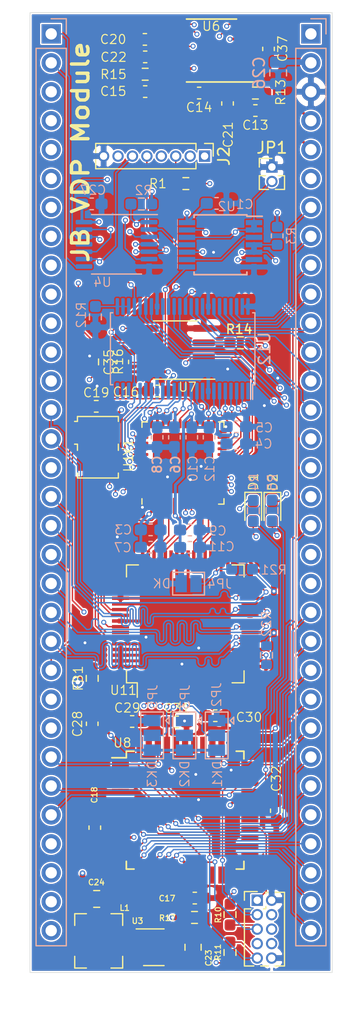
<source format=kicad_pcb>
(kicad_pcb (version 20211014) (generator pcbnew)
  (layers (0 "F.Cu" signal) (1 "In1.Cu" signal) (2 "In2.Cu" signal) (31 "B.Cu" signal) (34 "B.Paste" user) (35 "F.Paste" user) (36 "B.SilkS" user "B.Silkscreen") (37 "F.SilkS" user "F.Silkscreen") (38 "B.Mask" user) (39 "F.Mask" user) (44 "Edge.Cuts" user))
  (net 0 "")
  (net 1 "GND")
  (net 2 "+3V3")
  (net 3 "+1V2")
  (net 4 "L_AUDIO")
  (net 5 "Net-(C14-Pad2)")
  (net 6 "Net-(C14-Pad1)")
  (net 7 "R_AUDIO")
  (net 8 "+5V")
  (net 9 "Net-(C20-Pad1)")
  (net 10 "Net-(C21-Pad1)")
  (net 11 "Net-(C23-Pad1)")
  (net 12 "BUS_A0_5V")
  (net 13 "BUS_A1_5V")
  (net 14 "BUS_A2_5V")
  (net 15 "BUS_IRQ#_5V")
  (net 16 "BUS_D0_5V")
  (net 17 "BUS_D1_5V")
  (net 18 "BUS_D2_5V")
  (net 19 "BUS_D3_5V")
  (net 20 "BUS_D4_5V")
  (net 21 "BUS_D5_5V")
  (net 22 "BUS_D6_5V")
  (net 23 "BUS_D7_5V")
  (net 24 "SPI_SSEL_N")
  (net 25 "SPI_SCK")
  (net 26 "SPI_MOSI")
  (net 27 "SPI_MISO")
  (net 28 "FPGA_CRESET_B")
  (net 29 "FPGA_CDONE")
  (net 30 "Net-(L1-Pad1)")
  (net 31 "SD_SSEL_N")
  (net 32 "Net-(R13-Pad2)")
  (net 33 "Net-(R14-Pad2)")
  (net 34 "Net-(R15-Pad2)")
  (net 35 "Net-(R16-Pad2)")
  (net 36 "Net-(R22-Pad2)")
  (net 37 "AUDIO_LRCK")
  (net 38 "AUDIO_DATA")
  (net 39 "BUS_A0")
  (net 40 "BUS_A1")
  (net 41 "BUS_A2")
  (net 42 "AUDIO_BCK")
  (net 43 "SYSCLK")
  (net 44 "BUS_IRQ#")
  (net 45 "BUS_D0")
  (net 46 "BUS_D1")
  (net 47 "BUS_D2")
  (net 48 "BUS_D3")
  (net 49 "BUS_D4")
  (net 50 "BUS_D5")
  (net 51 "BUS_D6")
  (net 52 "BUS_D7")
  (net 53 "Net-(U2-Pad10)")
  (net 54 "Net-(U2-Pad3)")
  (net 55 "FLASH_SSEL_N")
  (net 56 "BUS_A4")
  (net 57 "BUS_A3")
  (net 58 "BUS_A3_5V")
  (net 59 "BUS_A4_5V")
  (net 60 "BUS_WR#")
  (net 61 "BUS_RD#")
  (net 62 "clk-")
  (net 63 "clk+")
  (net 64 "D0+")
  (net 65 "D0-")
  (net 66 "D1+")
  (net 67 "D1-")
  (net 68 "D2+")
  (net 69 "D2-")
  (net 70 "VGA_B2")
  (net 71 "VGA_B1")
  (net 72 "VGA_B0")
  (net 73 "VGA_VSYNC")
  (net 74 "VGA_HSYNC")
  (net 75 "VGA_R3")
  (net 76 "VGA_R2")
  (net 77 "VGA_R1")
  (net 78 "VGA_R0")
  (net 79 "VGA_G3")
  (net 80 "VGA_G2")
  (net 81 "VGA_G1")
  (net 82 "VGA_G0")
  (net 83 "VGA_B3")
  (net 84 "BUS_A15_5V")
  (net 85 "BUS_A14_5V")
  (net 86 "BUS_A13_5V")
  (net 87 "BUS_A12_5V")
  (net 88 "BUS_A11_5V")
  (net 89 "BUS_A10_5V")
  (net 90 "BUS_A9_5V")
  (net 91 "BUS_A8_5V")
  (net 92 "BUS_A7_5V")
  (net 93 "BUS_A6_5V")
  (net 94 "BUS_A5_5V")
  (net 95 "BUS_RWB_5V")
  (net 96 "cpuClk")
  (net 97 "TDO")
  (net 98 "TCK")
  (net 99 "TMS")
  (net 100 "TDI")
  (net 101 "DVI33")
  (net 102 "Net-(JP2-Pad2)")
  (net 103 "Net-(JP3-Pad2)")
  (net 104 "Net-(JP5-Pad2)")
  (net 105 "Net-(R12-Pad2)")
  (net 106 "Net-(JP4-Pad1)")
  (net 107 "VGA_DE")
  (net 108 "BUS_RD#_5V")
  (net 109 "BUS_WR#_5V")
  (net 110 "BUS_RES#_5V")
  (net 111 "SD_SSEL")
  (net 112 "SD_MOSI")
  (net 113 "SD_SCK")
  (net 114 "SD_MISO")
  (net 115 "DATDD")
  (net 116 "Net-(D1-Pad1)")
  (net 117 "Net-(D2-Pad1)")
  (net 118 "WRLED")
  (net 119 "RDLED")
  (footprint "Resistor_SMD:R_0603_1608Metric_Pad0.98x0.95mm_HandSolder" (layer "F.Cu") (at 145.1591 100.5459 180)
    (fp_text reference "R14")
    (fp_text value "47k")
  )
  (footprint "Resistor_SMD:R_0603_1608Metric_Pad0.98x0.95mm_HandSolder" (layer "F.Cu") (at 133.1976 102.2204 90)
    (fp_text reference "R16")
    (fp_text value "47k")
  )
  (footprint "Connector_PinHeader_1.27mm:PinHeader_1x08_P1.27mm_Vertical" (layer "F.Cu") (at 142.0114 84.1502 -90)
    (fp_text reference "J2")
    (fp_text value "Prog")
  )
  (footprint "Capacitor_SMD:C_0805_2012Metric_Pad1.18x1.45mm_HandSolder" (layer "F.Cu") (at 132.5118 149.3774)
    (fp_text reference "C24")
    (fp_text value "10uF")
  )
  (footprint "Capacitor_SMD:C_0603_1608Metric_Pad1.08x0.95mm_HandSolder" (layer "F.Cu") (at 144.0307 79.5285 -90)
    (fp_text reference "C21")
    (fp_text value "1uF")
  )
  (footprint "Capacitor_SMD:C_0603_1608Metric_Pad1.08x0.95mm_HandSolder" (layer "F.Cu") (at 141.5299 78.613 180)
    (fp_text reference "C14")
    (fp_text value "1u")
  )
  (footprint "Oscillator:Oscillator_SMD_SeikoEpson_SG8002LB-4Pin_5.0x3.2mm" (layer "F.Cu") (at 132.6183 109.7153 -90)
    (fp_text reference "X1")
    (fp_text value "SG5032CAN_25.000000M-TJGA3")
  )
  (footprint "Package_SO:SOIC-8_3.9x4.9mm_P1.27mm" (layer "F.Cu") (at 139.4587 101.1809 180)
    (fp_text reference "U7")
    (fp_text value "W25Q16JVSNIQ")
  )
  (footprint "Capacitor_SMD:C_0603_1608Metric_Pad1.08x0.95mm_HandSolder" (layer "F.Cu") (at 134.8105 102.2234 90)
    (fp_text reference "C35")
    (fp_text value "100nF")
  )
  (footprint "Capacitor_SMD:C_0603_1608Metric" (layer "F.Cu") (at 132.4736 106.1212 180)
    (fp_text reference "C19")
    (fp_text value "100nF")
  )
  (footprint "Capacitor_SMD:C_0603_1608Metric_Pad1.08x0.95mm_HandSolder" (layer "F.Cu") (at 147.6375 74.7384 -90)
    (fp_text reference "C37")
    (fp_text value "4.7uF")
  )
  (footprint "Resistor_SMD:R_0603_1608Metric_Pad0.98x0.95mm_HandSolder" (layer "F.Cu") (at 140.3623 86.5632 180)
    (fp_text reference "R1")
    (fp_text value "10k")
  )
  (footprint "Package_DFN_QFN:QFN-48-1EP_7x7mm_P0.5mm_EP5.3x5.3mm" (layer "F.Cu") (at 140.1064 111.0996 90)
    (fp_text reference "U1")
    (fp_text value "ICE40UP5K-SG48ITR50")
  )
  (footprint "Resistor_SMD:R_0603_1608Metric_Pad0.98x0.95mm_HandSolder" (layer "F.Cu") (at 141.1243 151.003 180)
    (fp_text reference "R17")
    (fp_text value "1")
  )
  (footprint "Capacitor_SMD:C_0805_2012Metric" (layer "F.Cu") (at 140.9954 153.6215 90)
    (fp_text reference "C23")
    (fp_text value "10uF")
  )
  (footprint "Inductor_SMD:L_Bourns-SRN4018" (layer "F.Cu") (at 132.6896 153.0594 90)
    (fp_text reference "L1")
    (fp_text value "NRS4018T2R2MDGJ")
  )
  (footprint "Capacitor_SMD:C_0603_1608Metric_Pad1.08x0.95mm_HandSolder" (layer "F.Cu") (at 141.1489 149.3012)
    (fp_text reference "C17")
    (fp_text value "100nF")
  )
  (footprint "Capacitor_SMD:C_0603_1608Metric_Pad1.08x0.95mm_HandSolder" (layer "F.Cu") (at 137.8966 104.775 180)
    (fp_text reference "C16")
    (fp_text value "100nF")
  )
  (footprint "Connector_PinHeader_1.27mm:PinHeader_1x02_P1.27mm_Vertical" (layer "F.Cu") (at 147.93722 85.11032)
    (fp_text reference "JP1")
    (fp_text value "Flash enable")
  )
  (footprint "Package_QFP:TQFP-44_10x10mm_P0.8mm" (layer "F.Cu") (at 140.2969 141.5796)
    (fp_text reference "U8")
    (fp_text value "ATF1502AS-xAx44")
  )
  (footprint "Package_QFP:HTQFP-64-1EP_10x10mm_P0.5mm_EP8x8mm" (layer "F.Cu") (at 140.3096 125.222 90)
    (fp_text reference "U11")
    (fp_text value "TFP410PAP")
  )
  (footprint "Capacitor_SMD:C_0603_1608Metric_Pad1.08x0.95mm_HandSolder" (layer "F.Cu") (at 132.3467 143.1174 90)
    (fp_text reference "C18")
    (fp_text value "100nF")
  )
  (footprint "Capacitor_SMD:C_0603_1608Metric_Pad1.08x0.95mm_HandSolder" (layer "F.Cu") (at 132.1181 133.9966 -90)
    (fp_text reference "C28")
    (fp_text value "10uF")
  )
  (footprint "Capacitor_SMD:C_0603_1608Metric_Pad1.08x0.95mm_HandSolder" (layer "F.Cu") (at 135.6349 133.7945 180)
    (fp_text reference "C29")
    (fp_text value ".1uF")
  )
  (footprint "Capacitor_SMD:C_0603_1608Metric_Pad1.08x0.95mm_HandSolder" (layer "F.Cu") (at 142.9523 133.2865)
    (fp_text reference "C30")
    (fp_text value ".1uF")
  )
  (footprint "Resistor_SMD:R_0603_1608Metric_Pad0.98x0.95mm_HandSolder" (layer "F.Cu") (at 144.2466 150.7509 -90)
    (fp_text reference "R10")
    (fp_text value "10K")
  )
  (footprint "Resistor_SMD:R_0603_1608Metric_Pad0.98x0.95mm_HandSolder" (layer "F.Cu") (at 144.2466 154.0783 90)
    (fp_text reference "R11")
    (fp_text value "10K")
  )
  (footprint "Connector_PinHeader_1.27mm:PinHeader_2x05_P1.27mm_Vertical" (layer "F.Cu") (at 146.64436 149.48916)
    (fp_text reference "J7" hide)
    (fp_text value "JTAG")
  )
  (footprint "Capacitor_SMD:C_0603_1608Metric_Pad1.08x0.95mm_HandSolder" (layer "F.Cu") (at 139.5592 133.8326)
    (fp_text reference "C31")
    (fp_text value "100nF")
  )
  (footprint "Capacitor_SMD:C_0603_1608Metric_Pad1.08x0.95mm_HandSolder" (layer "F.Cu") (at 148.3233 141.6315 -90)
    (fp_text reference "C32")
    (fp_text value "100nF")
  )
  (footprint "Resistor_SMD:R_0603_1608Metric_Pad0.98x0.95mm_HandSolder" (layer "F.Cu") (at 132.1181 130.008 90)
    (fp_text reference "FB1")
    (fp_text value "600R")
  )
  (footprint "Capacitor_SMD:C_0603_1608Metric_Pad1.08x0.95mm_HandSolder" (layer "F.Cu") (at 136.7801 78.486)
    (fp_text reference "C15")
    (fp_text value "2.7nF")
  )
  (footprint "Resistor_SMD:R_0603_1608Metric_Pad0.98x0.95mm_HandSolder" (layer "F.Cu") (at 136.7809 76.962)
    (fp_text reference "R15")
    (fp_text value "560")
  )
  (footprint "Resistor_SMD:R_0603_1608Metric_Pad0.98x0.95mm_HandSolder" (layer "F.Cu") (at 146.4837 78.613 180)
    (fp_text reference "R13")
    (fp_text value "560")
  )
  (footprint "Package_SO:TSSOP-16_4.4x5mm_P0.65mm" (layer "F.Cu") (at 142.621 74.8411 180)
    (fp_text reference "U6")
    (fp_text value "WM8524CGEDT")
  )
  (footprint "Capacitor_SMD:C_0603_1608Metric_Pad1.08x0.95mm_HandSolder" (layer "F.Cu") (at 136.7801 75.438 180)
    (fp_text reference "C22")
    (fp_text value "4.7uF")
  )
  (footprint "Capacitor_SMD:C_0603_1608Metric_Pad1.08x0.95mm_HandSolder" (layer "F.Cu") (at 136.7547 73.9013 180)
    (fp_text reference "C20")
    (fp_text value "2.2uF")
  )
  (footprint "Capacitor_SMD:C_0603_1608Metric_Pad1.08x0.95mm_HandSolder" (layer "F.Cu") (at 146.4818 80.1497 180)
    (fp_text reference "C13")
    (fp_text value "2.7nF")
  )
  (footprint "Package_TO_SOT_SMD:SOT-23-5_HandSoldering" (layer "F.Cu") (at 137.541 153.6192)
    (fp_text reference "U3")
    (fp_text value "LTC3406BES5-1.2")
  )
  (footprint "LED_SMD:LED_0603_1608Metric_Pad1.05x0.95mm_HandSolder" (layer "F.Cu") (at 146.2913 115.33 -90)
    (fp_text reference "D1")
    (fp_text value "RED")
  )
  (footprint "LED_SMD:LED_0603_1608Metric_Pad1.05x0.95mm_HandSolder" (layer "F.Cu") (at 147.9804 115.3401 -90)
    (fp_text reference "D2")
    (fp_text value "GREEN")
  )
  (footprint "Resistor_SMD:R_0603_1608Metric" (layer "B.Cu") (at 148.3995 91.1478 -90)
    (fp_text reference "R3")
    (fp_text value "10k")
  )
  (footprint "Capacitor_SMD:C_0805_2012Metric" (layer "B.Cu") (at 148.4884 76.8452 -90)
    (fp_text reference "C26")
    (fp_text value "10uF")
  )
  (footprint "Capacitor_SMD:C_0603_1608Metric_Pad1.08x0.95mm_HandSolder" (layer "B.Cu") (at 143.0666 88.3031)
    (fp_text reference "C1")
    (fp_text value "100nF")
  )
  (footprint "Package_SO:TSSOP-14_4.4x5mm_P0.65mm" (layer "B.Cu") (at 143.4084 91.9353 180)
    (fp_text reference "U2")
    (fp_text value "74AHC00PW")
  )
  (footprint "Resistor_SMD:R_0603_1608Metric_Pad0.98x0.95mm_HandSolder" (layer "B.Cu") (at 136.44118 88.35644 180)
    (fp_text reference "R2")
    (fp_text value "10k")
  )
  (footprint "Capacitor_SMD:C_0603_1608Metric_Pad1.08x0.95mm_HandSolder" (layer "B.Cu") (at 139.3571 108.8401 -90)
    (fp_text reference "C6")
    (fp_text value "100nF")
  )
  (footprint "Capacitor_SMD:C_0603_1608Metric_Pad1.08x0.95mm_HandSolder" (layer "B.Cu") (at 142.4051 108.8379 -90)
    (fp_text reference "C12")
    (fp_text value "4.7uF")
  )
  (footprint "Capacitor_SMD:C_0603_1608Metric_Pad1.08x0.95mm_HandSolder" (layer "B.Cu") (at 137.2605 116.967)
    (fp_text reference "C3")
    (fp_text value "100nF")
  )
  (footprint "Capacitor_SMD:C_0603_1608Metric_Pad1.08x0.95mm_HandSolder" (layer "B.Cu") (at 140.7149 118.5037)
    (fp_text reference "C11")
    (fp_text value "4.7uF")
  )
  (footprint "Capacitor_SMD:C_0603_1608Metric_Pad1.08x0.95mm_HandSolder" (layer "B.Cu") (at 140.8811 108.839 -90)
    (fp_text reference "C10")
    (fp_text value "100nF")
  )
  (footprint "Capacitor_SMD:C_0603_1608Metric_Pad1.08x0.95mm_HandSolder" (layer "B.Cu") (at 140.716 116.9797)
    (fp_text reference "C9")
    (fp_text value "100nF")
  )
  (footprint "Capacitor_SMD:C_0603_1608Metric_Pad1.08x0.95mm_HandSolder" (layer "B.Cu") (at 137.8331 108.8379 -90)
    (fp_text reference "C8")
    (fp_text value "4.7uF")
  )
  (footprint "Capacitor_SMD:C_0603_1608Metric_Pad1.08x0.95mm_HandSolder" (layer "B.Cu") (at 137.2605 118.491)
    (fp_text reference "C7")
    (fp_text value "4.7uF")
  )
  (footprint "Capacitor_SMD:C_0603_1608Metric_Pad1.08x0.95mm_HandSolder" (layer "B.Cu") (at 144.8065 109.4105)
    (fp_text reference "C4")
    (fp_text value "100nF")
  )
  (footprint "Capacitor_SMD:C_0603_1608Metric_Pad1.08x0.95mm_HandSolder" (layer "B.Cu") (at 144.8043 107.9119)
    (fp_text reference "C5")
    (fp_text value "100nF")
  )
  (footprint "Package_SO:TSSOP-14_4.4x5mm_P0.65mm" (layer "B.Cu") (at 134.2594 91.8949 180)
    (fp_text reference "U4")
    (fp_text value "74CBTLV3126PW,118")
  )
  (footprint "Capacitor_SMD:C_0603_1608Metric_Pad1.08x0.95mm_HandSolder" (layer "B.Cu") (at 132.07602 88.34628)
    (fp_text reference "C27")
    (fp_text value "100nF")
  )
  (footprint "Connector_PinHeader_2.54mm:PinHeader_1x32_P2.54mm_Vertical" (layer "B.Cu") (at 128.5073 73.4187 180)
    (fp_text reference "J4" hide)
    (fp_text value "MercuryII-L")
  )
  (footprint "Connector_PinHeader_2.54mm:PinHeader_1x32_P2.54mm_Vertical" (layer "B.Cu") (at 151.3673 73.4187 180)
    (fp_text reference "J5" hide)
    (fp_text value "MercuryII-R")
  )
  (footprint "Package_SO:TSSOP-48_6.1x12.5mm_P0.5mm" (layer "B.Cu") (at 140.081 101.0666 90)
    (fp_text reference "U12")
    (fp_text value "SN74CB3T16210")
  )
  (footprint "Jumper:SolderJumper-3_P1.3mm_Open_Pad1.0x1.5mm" (layer "B.Cu") (at 143.0782 135.0183 -90)
    (fp_text reference "JP2")
    (fp_text value "DK1")
  )
  (footprint "Jumper:SolderJumper-3_P1.3mm_Open_Pad1.0x1.5mm" (layer "B.Cu") (at 137.3886 135.0137 -90)
    (fp_text reference "JP5")
    (fp_text value "DK3")
  )
  (footprint "Jumper:SolderJumper-3_P1.3mm_Open_Pad1.0x1.5mm" (layer "B.Cu") (at 140.2334 135.0137 -90)
    (fp_text reference "JP3")
    (fp_text value "DK2")
  )
  (footprint "Resistor_SMD:R_0603_1608Metric_Pad0.98x0.95mm_HandSolder" (layer "B.Cu") (at 132.3975 98.2707 90)
    (fp_text reference "R12")
    (fp_text value "10K")
  )
  (footprint "Resistor_SMD:R_0603_1608Metric_Pad0.98x0.95mm_HandSolder" (layer "B.Cu") (at 145.3153 120.4214)
    (fp_text reference "R21")
    (fp_text value "10K")
  )
  (footprint "Resistor_SMD:R_0603_1608Metric" (layer "B.Cu") (at 147.4597 127.9774 -90)
    (fp_text reference "R22")
    (fp_text value "500R")
  )
  (footprint "Jumper:SolderJumper-2_P1.3mm_Open_Pad1.0x1.5mm" (layer "B.Cu") (at 140.5994 121.6914 180)
    (fp_text reference "JP4")
    (fp_text value "DK")
  )
  (footprint "Resistor_SMD:R_0603_1608Metric_Pad0.98x0.95mm_HandSolder" (layer "B.Cu") (at 146.304 115.2906 -90)
    (fp_text reference "R4")
    (fp_text value "1K")
  )
  (footprint "Resistor_SMD:R_0603_1608Metric_Pad0.98x0.95mm_HandSolder" (layer "B.Cu") (at 147.9423 115.2671 -90)
    (fp_text reference "R5")
    (fp_text value "1K")
  )
  (gr_line (start 126.6444 71.5518) (end 126.6444 155.8417) (layer "Edge.Cuts") (width 0.05))
  (gr_line (start 153.2382 71.5518) (end 153.2382 71.9328) (layer "Edge.Cuts") (width 0.05))
  (gr_line (start 153.2382 155.8417) (end 126.6444 155.8417) (layer "Edge.Cuts") (width 0.05))
  (gr_line (start 153.2382 71.5518) (end 126.6444 71.5518) (layer "Edge.Cuts") (width 0.05))
  (gr_line (start 153.2382 71.9328) (end 153.2382 155.8417) (layer "Edge.Cuts") (width 0.05))
  (gr_text "JB VDP Module" (at 131.0894 83.7946 90) (layer "F.SilkS") (effects (font (size 1.45 1.7) (thickness 0.3))))
  (segment (start 137.0596 128.472) (end 140.3096 125.222) (width 0.25) (layer "F.Cu") (net 1))
  (segment (start 140.0596 124.972) (end 140.3096 125.222) (width 0.25) (layer "F.Cu") (net 1))
  (segment (start 144.0596 128.972) (end 140.3096 125.222) (width 0.25) (layer "F.Cu") (net 1))
  (segment (start 134.6096 127.972) (end 137.5596 127.972) (width 0.25) (layer "F.Cu") (net 1))
  (segment (start 142.5596 131.799) (end 142.9676 132.207) (width 0.254) (layer "F.Cu") (net 1))
  (segment (start 136.5596 121.472) (end 140.3096 125.222) (width 0.25) (layer "F.Cu") (net 1))
  (segment (start 143.0596 131.799) (end 143.4676 132.207) (width 0.25) (layer "F.Cu") (net 1))
  (segment (start 139.0596 119.522) (end 139.0596 123.972) (width 0.25) (layer "F.Cu") (net 1))
  (segment (start 139.5596 119.522) (end 139.5596 124.472) (width 0.254) (layer "F.Cu") (net 1))
  (segment (start 144.0596 121.472) (end 140.3096 125.222) (width 0.25) (layer "F.Cu") (net 1))
  (segment (start 139.0596 123.972) (end 140.3096 125.222) (width 0.25) (layer "F.Cu") (net 1))
  (segment (start 145.571 75.1661) (end 147.2027 75.1661) (width 0.25) (layer "F.Cu") (net 1))
  (segment (start 137.5596 127.972) (end 140.3096 125.222) (width 0.25) (layer "F.Cu") (net 1))
  (segment (start 138.0596 127.472) (end 140.3096 125.222) (width 0.254) (layer "F.Cu") (net 1))
  (segment (start 142.5596 127.472) (end 140.3096 125.222) (width 0.25) (layer "F.Cu") (net 1))
  (segment (start 134.6096 122.972) (end 138.0596 122.972) (width 0.25) (layer "F.Cu") (net 1))
  (segment (start 147.2027 75.1661) (end 147.6375 75.6009) (width 0.25) (layer "F.Cu") (net 1))
  (segment (start 136.5596 128.972) (end 140.3096 125.222) (width 0.25) (layer "F.Cu") (net 1))
  (segment (start 146.0096 127.472) (end 142.5596 127.472) (width 0.25) (layer "F.Cu") (net 1))
  (segment (start 136.5596 119.522) (end 136.5596 121.472) (width 0.25) (layer "F.Cu") (net 1))
  (segment (start 134.6096 126.972) (end 138.5596 126.972) (width 0.254) (layer "F.Cu") (net 1))
  (segment (start 143.0596 130.922) (end 143.0596 131.799) (width 0.25) (layer "F.Cu") (net 1))
  (segment (start 134.6096 128.972) (end 136.5596 128.972) (width 0.25) (layer "F.Cu") (net 1))
  (segment (start 143.5596 119.5336) (end 143.461601 119.631599) (width 0.25) (layer "F.Cu") (net 1))
  (segment (start 134.6096 123.472) (end 138.5596 123.472) (width 0.25) (layer "F.Cu") (net 1))
  (segment (start 139.5596 124.472) (end 140.3096 125.222) (width 0.254) (layer "F.Cu") (net 1))
  (segment (start 146.0096 124.472) (end 141.0596 124.472) (width 0.25) (layer "F.Cu") (net 1))
  (segment (start 134.6096 121.972) (end 137.0596 121.972) (width 0.25) (layer "F.Cu") (net 1))
  (segment (start 138.5596 123.472) (end 140.3096 125.222) (width 0.25) (layer "F.Cu") (net 1))
  (segment (start 134.6096 122.972) (end 134.6096 123.472) (width 0.25) (layer "F.Cu") (net 1))
  (segment (start 142.5596 130.922) (end 143.0596 130.922) (width 0.25) (layer "F.Cu") (net 1))
  (segment (start 143.461601 122.069999) (end 140.3096 125.222) (width 0.25) (layer "F.Cu") (net 1))
  (segment (start 134.6096 124.972) (end 140.0596 124.972) (width 0.25) (layer "F.Cu") (net 1))
  (segment (start 139.0596 119.522) (end 140.5596 119.522) (width 0.25) (layer "F.Cu") (net 1))
  (segment (start 134.6096 127.472) (end 138.0596 127.472) (width 0.254) (layer "F.Cu") (net 1))
  (segment (start 140.5596 124.972) (end 140.3096 125.222) (width 0.254) (layer "F.Cu") (net 1))
  (segment (start 140.5596 119.522) (end 140.5596 124.972) (width 0.254) (layer "F.Cu") (net 1))
  (segment (start 134.6096 126.972) (end 134.6096 128.972) (width 0.25) (layer "F.Cu") (net 1))
  (segment (start 140.0596 119.522) (end 140.0596 124.972) (width 0.254) (layer "F.Cu") (net 1))
  (segment (start 138.5596 126.972) (end 140.3096 125.222) (width 0.254) (layer "F.Cu") (net 1))
  (segment (start 143.4676 132.207) (end 144.793 132.207) (width 0.25) (layer "F.Cu") (net 1))
  (segment (start 142.9676 132.207) (end 144.793 132.207) (width 0.254) (layer "F.Cu") (net 1))
  (segment (start 137.5596 122.472) (end 140.3096 125.222) (width 0.25) (layer "F.Cu") (net 1))
  (segment (start 134.6096 128.472) (end 137.0596 128.472) (width 0.25) (layer "F.Cu") (net 1))
  (segment (start 143.461601 119.631599) (end 143.461601 122.069999) (width 0.25) (layer "F.Cu") (net 1))
  (segment (start 142.5596 130.922) (end 142.5596 131.799) (width 0.254) (layer "F.Cu") (net 1))
  (segment (start 138.0596 122.972) (end 140.3096 125.222) (width 0.25) (layer "F.Cu") (net 1))
  (segment (start 137.0596 121.972) (end 140.3096 125.222) (width 0.25) (layer "F.Cu") (net 1))
  (segment (start 143.5596 119.522) (end 143.5596 119.5336) (width 0.25) (layer "F.Cu") (net 1))
  (segment (start 146.0096 121.472) (end 144.0596 121.472) (width 0.25) (layer "F.Cu") (net 1))
  (segment (start 134.6096 121.972) (end 134.6096 122.972) (width 0.25) (layer "F.Cu") (net 1))
  (segment (start 146.0096 128.972) (end 144.0596 128.972) (width 0.25) (layer "F.Cu") (net 1))
  (segment (start 134.6096 122.472) (end 137.5596 122.472) (width 0.25) (layer "F.Cu") (net 1))
  (segment (start 141.0596 124.472) (end 140.3096 125.222) (width 0.25) (layer "F.Cu") (net 1))
  (via (at 142.7988 92.5957) (size 0.45) (drill 0.25) (layers "F.Cu" "B.Cu") (net 1))
  (via (at 136.5377 114.9858) (size 0.45) (drill 0.25) (layers "F.Cu" "B.Cu") (net 1))
  (via (at 144.3482 138.0617) (size 0.45) (drill 0.25) (layers "F.Cu" "B.Cu") (net 1))
  (via (at 141.7066 111.3917) (size 0.45) (drill 0.25) (layers "F.Cu" "B.Cu") (net 1))
  (via (at 132.5499 104.3432) (size 0.45) (drill 0.25) (layers "F.Cu" "B.Cu") (net 1))
  (via (at 131.4831 126.8857) (size 0.45) (drill 0.25) (layers "F.Cu" "B.Cu") (net 1))
  (via (at 140.0175 128.7526) (size 0.45) (drill 0.25) (layers "F.Cu" "B.Cu") (net 1))
  (via (at 138.7475 112.3188) (size 0.45) (drill 0.25) (layers "F.Cu" "B.Cu") (net 1))
  (via (at 141.4907 127.3429) (size 0.45) (drill 0.25) (layers "F.Cu" "B.Cu") (net 1))
  (via (at 147.2692 106.0577) (size 0.45) (drill 0.25) (layers "F.Cu" "B.Cu") (net 1))
  (via (at 131.8895 101.7016) (size 0.45) (drill 0.25) (layers "F.Cu" "B.Cu") (net 1))
  (via (at 148.4503 103.6447) (size 0.45) (drill 0.25) (layers "F.Cu" "B.Cu") (net 1))
  (via (at 141.2367 138.4427) (size 0.45) (drill 0.25) (layers "F.Cu" "B.Cu") (net 1))
  (via (at 134.3279 117.5893) (size 0.45) (drill 0.25) (layers "F.Cu" "B.Cu") (net 1))
  (via (at 140.2461 133.75132) (size 0.45) (drill 0.25) (layers "F.Cu" "B.Cu") (net 1))
  (via (at 136.8552 126.3904) (size 0.45) (drill 0.25) (layers "F.Cu" "B.Cu") (net 1))
  (via (at 140.7541 112.5601) (size 0.45) (drill 0.25) (layers "F.Cu" "B.Cu") (net 1))
  (via (at 141.478 140.6652) (size 0.45) (drill 0.25) (layers "F.Cu" "B.Cu") (net 1))
  (via (at 144.0434 102.8446) (size 0.45) (drill 0.25) (layers "F.Cu" "B.Cu") (net 1))
  (segment (start 145.331 97.3541) (end 145.831 97.3541) (width 0.25) (layer "B.Cu") (net 1))
  (segment (start 143.5564 108.2374) (end 143.8819 107.9119) (width 0.127) (layer "F.Cu") (net 2))
  (segment (start 138.7591 104.775) (end 138.7591 103.9252) (width 0.25) (layer "F.Cu") (net 2))
  (segment (start 136.9837 103.0859) (end 138.7983 103.0859) (width 0.25) (layer "F.Cu") (net 2))
  (segment (start 139.671 74.5161) (end 140.9775 74.5161) (width 0.127) (layer "F.Cu") (net 2))
  (segment (start 130.8735 130.3401) (end 130.8481 130.3401) (width 0.5) (layer "F.Cu") (net 2))
  (segment (start 145.571 73.8661) (end 147.6277 73.8661) (width 0.25) (layer "F.Cu") (net 2))
  (segment (start 144.2564 73.8661) (end 144.2466 73.8759) (width 0.25) (layer "F.Cu") (net 2))
  (segment (start 133.7183 108.4453) (end 133.7183 107.4166) (width 0.25) (layer "F.Cu") (net 2))
  (segment (start 137.3564 114.5496) (end 137.3564 115.3482) (width 0.25) (layer "F.Cu") (net 2))
  (segment (start 147.6277 73.8661) (end 147.6375 73.8759) (width 0.25) (layer "F.Cu") (net 2))
  (segment (start 141.0468 76.4661) (end 141.0716 76.4413) (width 0.25) (layer "F.Cu") (net 2))
  (segment (start 138.8564 106.9775) (end 139.4206 106.4133) (width 0.127) (layer "F.Cu") (net 2))
  (segment (start 141.2748 86.5632) (end 142.4686 86.5632) (width 0.127) (layer "F.Cu") (net 2))
  (segment (start 138.7983 103.0859) (end 138.811 103.0986) (width 0.25) (layer "F.Cu") (net 2))
  (segment (start 137.3564 115.3482) (end 137.1219 115.5827) (width 0.25) (layer "F.Cu") (net 2))
  (segment (start 133.1976 103.1329) (end 132.5156 103.1329) (width 0.127) (layer "F.Cu") (net 2))
  (segment (start 138.8564 107.6496) (end 138.8564 106.9775) (width 0.127) (layer "F.Cu") (net 2))
  (segment (start 139.671 73.8661) (end 139.671 74.5161) (width 0.25) (layer "F.Cu") (net 2))
  (segment (start 143.5564 109.3496) (end 144.049561 109.3496) (width 0.127) (layer "F.Cu") (net 2))
  (segment (start 146.0716 100.5459) (end 147.1041 100.5459) (width 0.127) (layer "F.Cu") (net 2))
  (segment (start 144.049561 109.3496) (end 144.786159 108.613002) (width 0.127) (layer "F.Cu") (net 2))
  (segment (start 132.1181 129.0955) (end 130.8735 130.3401) (width 0.5) (layer "F.Cu") (net 2))
  (segment (start 133.2611 107.9881) (end 133.7183 108.4453) (width 0.5) (layer "F.Cu") (net 2))
  (segment (start 139.671 76.4661) (end 138.6707 76.4661) (width 0.25) (layer "F.Cu") (net 2))
  (segment (start 147.1041 100.5459) (end 147.3581 100.7999) (width 0.127) (layer "F.Cu") (net 2))
  (segment (start 143.5564 108.3496) (end 143.5564 108.2374) (width 0.127) (layer "F.Cu") (net 2))
  (segment (start 139.671 76.4661) (end 141.0468 76.4661) (width 0.25) (layer "F.Cu") (net 2))
  (segment (start 145.571 73.8661) (end 144.2564 73.8661) (width 0.25) (layer "F.Cu") (net 2))
  (segment (start 138.7591 103.9252) (end 139.2682 103.4161) (width 0.25) (layer "F.Cu") (net 2))
  (segment (start 140.9775 74.5161) (end 140.9954 74.4982) (width 0.127) (layer "F.Cu") (net 2))
  (segment (start 134.8105 103.0859) (end 136.9837 103.0859) (width 0.25) (layer "F.Cu") (net 2))
  (segment (start 133.7183 107.4166) (end 134.6962 106.4387) (width 0.25) (layer "F.Cu") (net 2))
  (segment (start 138.6707 76.4661) (end 137.6426 75.438) (width 0.25) (layer "F.Cu") (net 2))
  (segment (start 133.2611 106.1212) (end 133.2611 107.9881) (width 0.5) (layer "F.Cu") (net 2))
  (segment (start 132.5156 103.1329) (end 131.8641 103.7844) (width 0.127) (layer "F.Cu") (net 2))
  (via (at 148.4122 89.1159) (size 0.45) (drill 0.25) (layers "F.Cu" "B.Cu") (net 2))
  (via (at 134.6962 106.4387) (size 0.45) (drill 0.25) (layers "F.Cu" "B.Cu") (net 2))
  (via (at 144.786159 108.613002) (size 0.45) (drill 0.25) (layers "F.Cu" "B.Cu") (net 2))
  (via (at 132.715 89.928698) (size 0.45) (drill 0.25) (layers "F.Cu" "B.Cu") (net 2))
  (via (at 140.462 89.154) (size 0.45) (drill 0.25) (layers "F.Cu" "B.Cu") (net 2))
  (via (at 142.4686 86.5632) (size 0.45) (drill 0.25) (layers "F.Cu" "B.Cu") (net 2))
  (via (at 144.2466 73.8759) (size 0.45) (drill 0.25) (layers "F.Cu" "B.Cu") (net 2))
  (via (at 147.3581 100.7999) (size 0.45) (drill 0.25) (layers "F.Cu" "B.Cu") (net 2))
  (via (at 139.4206 106.4133) (size 0.45) (drill 0.25) (layers "F.Cu" "B.Cu") (net 2))
  (via (at 130.8481 130.3401) (size 0.8) (drill 0.4) (layers "F.Cu" "B.Cu") (net 2))
  (via (at 137.1219 115.5827) (size 0.45) (drill 0.25) (layers "F.Cu" "B.Cu") (net 2))
  (via (at 141.0716 76.4413) (size 0.45) (drill 0.25) (layers "F.Cu" "B.Cu") (net 2))
  (via (at 137.3886 87.249) (size 0.45) (drill 0.25) (layers "F.Cu" "B.Cu") (net 2))
  (via (at 140.9954 74.4982) (size 0.45) (drill 0.25) (layers "F.Cu" "B.Cu") (net 2))
  (via (at 131.8641 103.7844) (size 0.45) (drill 0.25) (layers "F.Cu" "B.Cu") (net 2))
  (via (at 143.8819 107.9119) (size 0.45) (drill 0.25) (layers "F.Cu" "B.Cu") (net 2))
  (via (at 138.811 103.0986) (size 0.45) (drill 0.25) (layers "F.Cu" "B.Cu") (net 2))
  (via (at 139.2682 103.4161) (size 0.45) (drill 0.25) (layers "F.Cu" "B.Cu") (net 2))
  (segment (start 140.4584 89.1576) (end 140.462 89.154) (width 0.25) (layer "B.Cu") (net 2))
  (segment (start 148.3995 89.1286) (end 148.4122 89.1159) (width 0.25) (layer "B.Cu") (net 2))
  (segment (start 143.944 109.4105) (end 144.741498 108.613002) (width 0.127) (layer "B.Cu") (net 2))
  (segment (start 131.21352 89.76152) (end 131.3969 89.9449) (width 0.25) (layer "B.Cu") (net 2))
  (segment (start 131.21352 88.34628) (end 131.21352 89.76152) (width 0.25) (layer "B.Cu") (net 2))
  (segment (start 140.4584 89.9853) (end 140.4584 89.1576) (width 0.25) (layer "B.Cu") (net 2))
  (segment (start 136.398 116.967) (end 136.398 118.491) (width 0.25) (layer "B.Cu") (net 2))
  (segment (start 139.4206 107.9141) (end 139.3571 107.9776) (width 0.25) (layer "B.Cu") (net 2))
  (segment (start 142.1406 88.3031) (end 140.4584 89.9853) (width 0.25) (layer "B.Cu") (net 2))
  (segment (start 148.4884 75.8952) (end 151.3038 75.8952) (width 0.5) (layer "B.Cu") (net 2))
  (segment (start 137.1219 115.5827) (end 136.4234 116.2812) (width 0.25) (layer "B.Cu") (net 2))
  (segment (start 144.741498 108.613002) (end 144.786159 108.613002) (width 0.127) (layer "B.Cu") (net 2))
  (segment (start 136.4234 116.2812) (end 136.4234 116.9416) (width 0.25) (layer "B.Cu") (net 2))
  (segment (start 151.3038 75.8952) (end 151.3673 75.9587) (width 0.5) (layer "B.Cu") (net 2))
  (segment (start 142.2041 88.3031) (end 142.1406 88.3031) (width 0.25) (layer "B.Cu") (net 2))
  (segment (start 138.831 103.8533) (end 139.2682 103.4161) (width 0.25) (layer "B.Cu") (net 2))
  (segment (start 139.4206 106.4133) (end 139.4206 107.9141) (width 0.25) (layer "B.Cu") (net 2))
  (segment (start 148.3995 90.3603) (end 148.3995 89.1286) (width 0.25) (layer "B.Cu") (net 2))
  (segment (start 137.8353 107.9776) (end 137.8331 107.9754) (width 0.25) (layer "B.Cu") (net 2))
  (segment (start 137.35368 88.35644) (end 137.35368 87.28392) (width 0.25) (layer "B.Cu") (net 2))
  (segment (start 137.35368 87.28392) (end 137.3886 87.249) (width 0.25) (layer "B.Cu") (net 2))
  (segment (start 138.831 104.7791) (end 138.831 103.8533) (width 0.25) (layer "B.Cu") (net 2))
  (segment (start 132.698798 89.9449) (end 132.715 89.928698) (width 0.25) (layer "B.Cu") (net 2))
  (segment (start 131.3969 89.9449) (end 132.698798 89.9449) (width 0.25) (layer "B.Cu") (net 2))
  (segment (start 136.4234 116.9416) (end 136.398 116.967) (width 0.25) (layer "B.Cu") (net 2))
  (segment (start 139.3571 107.9776) (end 137.8353 107.9776) (width 0.25) (layer "B.Cu") (net 2))
  (segment (start 131.2672 147.1168) (end 131.2672 149.1703) (width 0.5) (layer "F.Cu") (net 3))
  (segment (start 139.3564 115.6582) (end 139.4333 115.7351) (width 0.25) (layer "F.Cu") (net 3))
  (segment (start 132.6896 151.5344) (end 137.7562 151.5344) (width 0.127) (layer "F.Cu") (net 3))
  (segment (start 131.2672 149.1703) (end 131.4743 149.3774) (width 0.5) (layer "F.Cu") (net 3))
  (segment (start 140.3564 107.6496) (end 140.853717 107.152283) (width 0.127) (layer "F.Cu") (net 3))
  (segment (start 137.7562 151.5344) (end 138.891 152.6692) (width 0.127) (layer "F.Cu") (net 3))
  (segment (start 132.6896 151.5344) (end 131.4743 150.3191) (width 0.5) (layer "F.Cu") (net 3))
  (segment (start 139.3564 114.5496) (end 139.3564 115.6582) (width 0.25) (layer "F.Cu") (net 3))
  (segment (start 140.8564 107.6496) (end 140.8564 106.797203) (width 0.127) (layer "F.Cu") (net 3))
  (segment (start 140.853717 107.152283) (end 140.853717 106.79452) (width 0.127) (layer "F.Cu") (net 3))
  (segment (start 140.8564 106.797203) (end 140.853717 106.79452) (width 0.127) (layer "F.Cu") (net 3))
  (segment (start 131.4743 150.3191) (end 131.4743 149.3774) (width 0.5) (layer "F.Cu") (net 3))
  (via (at 140.853717 106.79452) (size 0.45) (drill 0.25) (layers "F.Cu" "B.Cu") (net 3))
  (via (at 131.2672 147.1168) (size 0.5) (drill 0.25) (layers "F.Cu" "B.Cu") (net 3))
  (via (at 139.4333 115.7351) (size 0.45) (drill 0.25) (layers "F.Cu" "B.Cu") (net 3))
  (segment (start 139.4333 115.7351) (end 139.6873 115.9891) (width 0.25) (layer "B.Cu") (net 3))
  (segment (start 139.4333 115.7351) (end 139.8524 116.1542) (width 0.25) (layer "B.Cu") (net 3))
  (segment (start 140.15409 107.494147) (end 140.853717 106.79452) (width 0.25) (layer "B.Cu") (net 3))
  (segment (start 140.15409 112.29651) (end 140.15409 111.05191) (width 0.25) (layer "B.Cu") (net 3))
  (segment (start 140.1572 111.0488) (end 140.15409 111.05191) (width 0.25) (layer "B.Cu") (net 3))
  (segment (start 139.8524 116.1542) (end 139.8524 116.9786) (width 0.25) (layer "B.Cu") (net 3))
  (segment (start 140.8822 107.9754) (end 140.8811 107.9765) (width 0.25) (layer "B.Cu") (net 3))
  (segment (start 142.4051 107.9754) (end 140.8822 107.9754) (width 0.25) (layer "B.Cu") (net 3))
  (segment (start 139.4333 115.7351) (end 139.4333 113.0173) (width 0.25) (layer "B.Cu") (net 3))
  (segment (start 140.8811 107.9765) (end 140.8811 106.821903) (width 0.25) (layer "B.Cu") (net 3))
  (segment (start 139.4333 113.0173) (end 140.15409 112.29651) (width 0.25) (layer "B.Cu") (net 3))
  (segment (start 139.8535 116.9797) (end 139.8535 118.5026) (width 0.25) (layer "B.Cu") (net 3))
  (segment (start 139.8535 118.5026) (end 139.8524 118.5037) (width 0.25) (layer "B.Cu") (net 3))
  (segment (start 140.15409 111.05191) (end 140.15409 107.494147) (width 0.25) (layer "B.Cu") (net 3))
  (segment (start 140.8811 106.821903) (end 140.853717 106.79452) (width 0.25) (layer "B.Cu") (net 3))
  (segment (start 139.8524 116.9786) (end 139.8535 116.9797) (width 0.25) (layer "B.Cu") (net 3))
  (segment (start 147.3962 80.0978) (end 147.3443 80.1497) (width 0.25) (layer "F.Cu") (net 4))
  (segment (start 150.4783 80.1497) (end 151.3673 81.0387) (width 0.25) (layer "F.Cu") (net 4))
  (segment (start 147.3443 80.1497) (end 150.4783 80.1497) (width 0.25) (layer "F.Cu") (net 4))
  (segment (start 147.3962 78.613) (end 147.3962 80.0978) (width 0.25) (layer "F.Cu") (net 4))
  (segment (start 144.7643 74.5161) (end 140.6674 78.613) (width 0.127) (layer "F.Cu") (net 5))
  (segment (start 145.571 74.5161) (end 144.7643 74.5161) (width 0.127) (layer "F.Cu") (net 5))
  (segment (start 144.903098 75.8161) (end 145.571 75.8161) (width 0.127) (layer "F.Cu") (net 6))
  (segment (start 142.3924 78.1177) (end 142.3924 78.613) (width 0.127) (layer "F.Cu") (net 6))
  (segment (start 145.571 75.8161) (end 144.694 75.8161) (width 0.127) (layer "F.Cu") (net 6))
  (segment (start 144.694 75.8161) (end 142.3924 78.1177) (width 0.127) (layer "F.Cu") (net 6))
  (segment (start 139.4736 82.042) (end 149.8306 82.042) (width 0.25) (layer "F.Cu") (net 7))
  (segment (start 135.8684 78.4368) (end 135.9176 78.486) (width 0.127) (layer "F.Cu") (net 7))
  (segment (start 135.9176 78.486) (end 139.4736 82.042) (width 0.25) (layer "F.Cu") (net 7))
  (segment (start 149.8306 82.042) (end 151.3673 83.5787) (width 0.25) (layer "F.Cu") (net 7))
  (segment (start 135.8684 76.962) (end 135.8684 78.4368) (width 0.127) (layer "F.Cu") (net 7))
  (segment (start 146.2913 116.205) (end 146.2913 117.3099) (width 0.127) (layer "F.Cu") (net 8))
  (segment (start 140.2969 146.2278) (end 140.0048 145.9357) (width 0.25) (layer "F.Cu") (net 8))
  (segment (start 147.9804 116.2151) (end 147.9804 117.0559) (width 0.127) (layer "F.Cu") (net 8))
  (segment (start 134.5966 143.9799) (end 134.5969 143.9796) (width 0.127) (layer "F.Cu") (net 8))
  (segment (start 140.2864 149.3012) (end 140.2864 147.2901) (width 0.25) (layer "F.Cu") (net 8))
  (segment (start 144.2466 149.8384) (end 144.2466 149.0726) (width 0.127) (layer "F.Cu") (net 8))
  (segment (start 135.7796 143.9796) (end 135.792 143.9672) (width 0.25) (layer "F.Cu") (net 8))
  (segment (start 140.2864 147.2901) (end 140.2969 147.2796) (width 0.127) (layer "F.Cu") (net 8))
  (segment (start 138.6969 135.8796) (end 138.6969 137.6809) (width 0.25) (layer "F.Cu") (net 8))
  (segment (start 147.9804 117.0559) (end 148.3868 117.4623) (width 0.127) (layer "F.Cu") (net 8))
  (segment (start 140.2118 151.003) (end 139.192 151.003) (width 0.5) (layer "F.Cu") (net 8))
  (segment (start 148.3127 140.7796) (end 148.3233 140.769) (width 0.127) (layer "F.Cu") (net 8))
  (segment (start 134.5969 143.9796) (end 135.7796 143.9796) (width 0.25) (layer "F.Cu") (net 8))
  (segment (start 144.6148 140.7796) (end 144.2593 141.1351) (width 0.25) (layer "F.Cu") (net 8))
  (segment (start 132.3467 143.9799) (end 134.5966 143.9799) (width 0.25) (layer "F.Cu") (net 8))
  (segment (start 144.2466 154.9908) (end 143.0528 154.9908) (width 0.127) (layer "F.Cu") (net 8))
  (segment (start 140.2969 147.2796) (end 140.2969 146.2278) (width 0.25) (layer "F.Cu") (net 8))
  (segment (start 145.9969 140.7796) (end 148.3127 140.7796) (width 0.25) (layer "F.Cu") (net 8))
  (segment (start 138.6967 135.8794) (end 138.6969 135.8796) (width 0.127) (layer "F.Cu") (net 8))
  (segment (start 143.0528 154.9908) (end 143.0274 154.9654) (width 0.127) (layer "F.Cu") (net 8))
  (segment (start 138.6969 137.6809) (end 139.1285 138.1125) (width 0.25) (layer "F.Cu") (net 8))
  (segment (start 144.2466 149.0726) (end 144.6022 148.717) (width 0.127) (layer "F.Cu") (net 8))
  (segment (start 145.9969 140.7796) (end 144.6148 140.7796) (width 0.25) (layer "F.Cu") (net 8))
  (segment (start 146.2913 117.3099) (end 146.5453 117.5639) (width 0.127) (layer "F.Cu") (net 8))
  (segment (start 138.6967 133.8326) (end 138.6967 135.8794) (width 0.25) (layer "F.Cu") (net 8))
  (via (at 139.192 151.003) (size 0.5) (drill 0.25) (layers "F.Cu" "B.Cu") (net 8))
  (via (at 144.2593 141.1351) (size 0.45) (drill 0.25) (layers "F.Cu" "B.Cu") (net 8))
  (via (at 144.6022 148.717) (size 0.45) (drill 0.25) (layers "F.Cu" "B.Cu") (net 8))
  (via (at 140.0048 145.9357) (size 0.45) (drill 0.25) (layers "F.Cu" "B.Cu") (net 8))
  (via (at 143.0274 154.9654) (size 0.45) (drill 0.25) (layers "F.Cu" "B.Cu") (net 8))
  (via (at 139.1285 138.1125) (size 0.45) (drill 0.25) (layers "F.Cu" "B.Cu") (net 8))
  (via (at 135.792 143.9672) (size 0.45) (drill 0.25) (layers "F.Cu" "B.Cu") (net 8))
  (via (at 148.3868 117.4623) (size 0.45) (drill 0.25) (layers "F.Cu" "B.Cu") (net 8))
  (via (at 146.5453 117.5639) (size 0.45) (drill 0.25) (layers "F.Cu" "B.Cu") (net 8))
  (segment (start 139.671 75.8161) (end 138.794 75.8161) (width 0.127) (layer "F.Cu") (net 9))
  (segment (start 138.794 75.8161) (end 138.5443 75.5664) (width 0.127) (layer "F.Cu") (net 9))
  (segment (start 138.5443 74.8284) (end 137.6172 73.9013) (width 0.127) (layer "F.Cu") (net 9))
  (segment (start 138.5443 75.5664) (end 138.5443 74.8284) (width 0.127) (layer "F.Cu") (net 9))
  (segment (start 144.0307 77.1294) (end 144.0307 78.666) (width 0.127) (layer "F.Cu") (net 10))
  (segment (start 145.571 76.4661) (end 144.694 76.4661) (width 0.127) (layer "F.Cu") (net 10))
  (segment (start 144.694 76.4661) (end 144.0307 77.1294) (width 0.127) (layer "F.Cu") (net 10))
  (segment (start 142.2654 151.2316) (end 142.2654 153.7208) (width 0.5) (layer "F.Cu") (net 11))
  (segment (start 141.4272 154.559) (end 140.9954 154.559) (width 0.5) (layer "F.Cu") (net 11))
  (segment (start 140.9954 154.559) (end 138.9012 154.559) (width 0.5) (layer "F.Cu") (net 11))
  (segment (start 136.191 152.6692) (end 137.098 152.6692) (width 0.127) (layer "F.Cu") (net 11))
  (segment (start 142.2654 153.7208) (end 141.4272 154.559) (width 0.5) (layer "F.Cu") (net 11))
  (segment (start 138.891 154.4622) (end 138.891 154.5692) (width 0.127) (layer "F.Cu") (net 11))
  (segment (start 138.9012 154.559) (end 138.891 154.5692) (width 0.5) (layer "F.Cu") (net 11))
  (segment (start 142.0368 151.003) (end 142.2654 151.2316) (width 0.5) (layer "F.Cu") (net 11))
  (segment (start 137.098 152.6692) (end 138.891 154.4622) (width 0.127) (layer "F.Cu") (net 11))
  (via (at 149.21738 106.01198) (size 0.45) (drill 0.25) (layers "F.Cu" "B.Cu") (net 12))
  (segment (start 136.831 97.3541) (end 136.831 98.353625) (width 0.127) (layer "B.Cu") (net 12))
  (segment (start 144.567735 101.52381) (end 149.055905 106.01198) (width 0.127) (layer "B.Cu") (net 12))
  (segment (start 140.001185 101.52381) (end 144.567735 101.52381) (width 0.127) (layer "B.Cu") (net 12))
  (segment (start 136.831 98.353625) (end 140.001185 101.52381) (width 0.127) (layer "B.Cu") (net 12))
  (segment (start 149.055905 106.01198) (end 149.21738 106.01198) (width 0.127) (layer "B.Cu") (net 12))
  (via (at 149.04466 105.37698) (size 0.45) (drill 0.25) (layers "F.Cu" "B.Cu") (net 13))
  (segment (start 144.741201 101.269799) (end 148.848382 105.37698) (width 0.127) (layer "B.Cu") (net 13))
  (segment (start 137.331 98.4944) (end 140.106399 101.269799) (width 0.127) (layer "B.Cu") (net 13))
  (segment (start 137.331 97.3541) (end 137.331 98.4944) (width 0.127) (layer "B.Cu") (net 13))
  (segment (start 148.848382 105.37698) (end 149.04466 105.37698) (width 0.127) (layer "B.Cu") (net 13))
  (segment (start 140.106399 101.269799) (end 144.741201 101.269799) (width 0.127) (layer "B.Cu") (net 13))
  (via (at 148.6662 104.521) (size 0.45) (drill 0.25) (layers "F.Cu" "B.Cu") (net 14))
  (segment (start 147.221999 103.076799) (end 148.6662 104.521) (width 0.127) (layer "B.Cu") (net 14))
  (segment (start 145.122931 100.977731) (end 147.221999 103.076799) (width 0.127) (layer "B.Cu") (net 14))
  (segment (start 140.728669 100.977731) (end 145.122931 100.977731) (width 0.127) (layer "B.Cu") (net 14))
  (segment (start 138.331 98.580062) (end 140.728669 100.977731) (width 0.127) (layer "B.Cu") (net 14))
  (segment (start 138.331 97.3541) (end 138.331 98.580062) (width 0.127) (layer "B.Cu") (net 14))
  (segment (start 146.2024 139.8397) (end 128.8883 139.8397) (width 0.127) (layer "B.Cu") (net 15))
  (segment (start 150.0886 117.518176) (end 149.75839 117.848386) (width 0.127) (layer "B.Cu") (net 15))
  (segment (start 139.831 97.3541) (end 139.831 99.361612) (width 0.127) (layer "B.Cu") (net 15))
  (segment (start 148.13279 132.9436) (end 147.81276 133.26363) (width 0.127) (layer "B.Cu") (net 15))
  (segment (start 139.831 99.361612) (end 140.939097 100.469709) (width 0.127) (layer "B.Cu") (net 15))
  (segment (start 149.75839 117.848386) (end 149.75839 124.837386) (width 0.127) (layer "B.Cu") (net 15))
  (segment (start 148.13279 131.060386) (end 148.13279 132.9436) (width 0.127) (layer "B.Cu") (net 15))
  (segment (start 145.877553 100.469709) (end 150.0886 104.680756) (width 0.127) (layer "B.Cu") (net 15))
  (segment (start 150.0886 104.680756) (end 150.0886 117.518176) (width 0.127) (layer "B.Cu") (net 15))
  (segment (start 128.8883 139.8397) (end 128.5073 139.4587) (width 0.127) (layer "B.Cu") (net 15))
  (segment (start 149.19959 125.396186) (end 149.19959 129.993586) (width 0.127) (layer "B.Cu") (net 15))
  (segment (start 149.19959 129.993586) (end 148.13279 131.060386) (width 0.127) (layer "B.Cu") (net 15))
  (segment (start 149.75839 124.837386) (end 149.19959 125.396186) (width 0.127) (layer "B.Cu") (net 15))
  (segment (start 147.81276 138.22934) (end 146.2024 139.8397) (width 0.127) (layer "B.Cu") (net 15))
  (segment (start 140.939097 100.469709) (end 145.877553 100.469709) (width 0.127) (layer "B.Cu") (net 15))
  (segment (start 147.81276 133.26363) (end 147.81276 138.22934) (width 0.127) (layer "B.Cu") (net 15))
  (segment (start 140.831 98.0916) (end 142.955098 100.215698) (width 0.127) (layer "B.Cu") (net 16))
  (segment (start 150.517301 105.588701) (end 151.3673 106.4387) (width 0.127) (layer "B.Cu") (net 16))
  (segment (start 150.517301 104.750232) (end 150.517301 105.588701) (width 0.127) (layer "B.Cu") (net 16))
  (segment (start 142.955098 100.215698) (end 145.982767 100.215698) (width 0.127) (layer "B.Cu") (net 16))
  (segment (start 145.982767 100.215698) (end 150.517301 104.750232) (width 0.127) (layer "B.Cu") (net 16))
  (segment (start 140.831 97.3541) (end 140.831 98.0916) (width 0.127) (layer "B.Cu") (net 16))
  (segment (start 141.331 98.0916) (end 143.201089 99.961689) (width 0.127) (layer "B.Cu") (net 17))
  (segment (start 141.331 97.3541) (end 141.331 98.0916) (width 0.127) (layer "B.Cu") (net 17))
  (segment (start 143.201089 99.961689) (end 148.196289 99.961689) (width 0.127) (layer "B.Cu") (net 17))
  (segment (start 148.196289 99.961689) (end 151.3673 103.1327) (width 0.127) (layer "B.Cu") (net 17))
  (segment (start 151.3673 103.1327) (end 151.3673 103.8987) (width 0.127) (layer "B.Cu") (net 17))
  (segment (start 143.447078 99.707678) (end 149.716278 99.707678) (width 0.127) (layer "B.Cu") (net 18))
  (segment (start 141.831 97.3541) (end 141.831 98.0916) (width 0.127) (layer "B.Cu") (net 18))
  (segment (start 149.716278 99.707678) (end 151.3673 101.3587) (width 0.127) (layer "B.Cu") (net 18))
  (segment (start 141.831 98.0916) (end 143.447078 99.707678) (width 0.127) (layer "B.Cu") (net 18))
  (segment (start 144.193067 99.453667) (end 150.732333 99.453667) (width 0.127) (layer "B.Cu") (net 19))
  (segment (start 142.831 98.0916) (end 144.193067 99.453667) (width 0.127) (layer "B.Cu") (net 19))
  (segment (start 150.732333 99.453667) (end 151.3673 98.8187) (width 0.127) (layer "B.Cu") (net 19))
  (segment (start 142.831 97.3541) (end 142.831 98.0916) (width 0.127) (layer "B.Cu") (net 19))
  (segment (start 143.331 97.3541) (end 143.331 98.0916) (width 0.127) (layer "B.Cu") (net 20))
  (segment (start 148.446344 99.199656) (end 151.3673 96.2787) (width 0.127) (layer "B.Cu") (net 20))
  (segment (start 143.331 98.0916) (end 144.439056 99.199656) (width 0.127) (layer "B.Cu") (net 20))
  (segment (start 144.439056 99.199656) (end 148.446344 99.199656) (width 0.127) (layer "B.Cu") (net 20))
  (segment (start 144.685045 98.945645) (end 148.341131 98.945645) (width 0.127) (layer "B.Cu") (net 21))
  (segment (start 143.831 98.0916) (end 144.685045 98.945645) (width 0.127) (layer "B.Cu") (net 21))
  (segment (start 150.0759 97.210876) (end 150.0759 95.0301) (width 0.127) (layer "B.Cu") (net 21))
  (segment (start 150.0759 95.0301) (end 151.3673 93.7387) (width 0.127) (layer "B.Cu") (net 21))
  (segment (start 143.831 97.3541) (end 143.831 98.0916) (width 0.127) (layer "B.Cu") (net 21))
  (segment (start 148.341131 98.945645) (end 150.0759 97.210876) (width 0.127) (layer "B.Cu") (net 21))
  (segment (start 144.931034 98.691634) (end 148.235918 98.691634) (width 0.127) (layer "B.Cu") (net 22))
  (segment (start 144.331 98.0916) (end 144.931034 98.691634) (width 0.127) (layer "B.Cu") (net 22))
  (segment (start 149.821889 97.105663) (end 149.82189 92.74411) (width 0.127) (layer "B.Cu") (net 22))
  (segment (start 148.235918 98.691634) (end 149.821889 97.105663) (width 0.127) (layer "B.Cu") (net 22))
  (segment (start 144.331 97.3541) (end 144.331 98.0916) (width 0.127) (layer "B.Cu") (net 22))
  (segment (start 149.82189 92.74411) (end 151.3673 91.1987) (width 0.127) (layer "B.Cu") (net 22))
  (segment (start 144.831 98.0916) (end 145.177023 98.437623) (width 0.127) (layer "B.Cu") (net 23))
  (segment (start 144.831 97.3541) (end 144.831 98.0916) (width 0.127) (layer "B.Cu") (net 23))
  (segment (start 149.567879 97.000449) (end 149.56788 90.45812) (width 0.127) (layer "B.Cu") (net 23))
  (segment (start 148.130705 98.437623) (end 149.567879 97.000449) (width 0.127) (layer "B.Cu") (net 23))
  (segment (start 149.56788 90.45812) (end 151.3673 88.6587) (width 0.127) (layer "B.Cu") (net 23))
  (segment (start 145.177023 98.437623) (end 148.130705 98.437623) (width 0.127) (layer "B.Cu") (net 23))
  (segment (start 143.5564 112.3496) (end 144.292844 112.3496) (width 0.127) (layer "F.Cu") (net 24))
  (segment (start 144.292844 112.3496) (end 144.367446 112.424202) (width 0.127) (layer "F.Cu") (net 24))
  (via (at 144.367446 112.424202) (size 0.45) (drill 0.25) (layers "F.Cu" "B.Cu") (net 24))
  (via (at 145.288 92.6084) (size 0.45) (drill 0.25) (layers "F.Cu" "B.Cu") (net 24))
  (via (at 148.2725 93.345) (size 0.45) (drill 0.25) (layers "F.Cu" "B.Cu") (net 24))
  (segment (start 145.3111 92.5853) (end 145.288 92.6084) (width 0.127) (layer "B.Cu") (net 24))
  (segment (start 147.5128 92.5853) (end 148.2725 93.345) (width 0.127) (layer "B.Cu") (net 24))
  (segment (start 146.3584 91.9353) (end 148.3995 91.9353) (width 0.127) (layer "B.Cu") (net 24))
  (segment (start 146.3584 92.5853) (end 145.3111 92.5853) (width 0.127) (layer "B.Cu") (net 24))
  (segment (start 146.3584 91.9353) (end 146.3584 92.5853) (width 0.5) (layer "B.Cu") (net 24))
  (segment (start 146.3584 92.5853) (end 147.5128 92.5853) (width 0.127) (layer "B.Cu") (net 24))
  (segment (start 143.5564 112.8496) (end 144.205223 112.8496) (width 0.127) (layer "F.Cu") (net 25))
  (segment (start 136.9837 100.5459) (end 132.3467 100.5459) (width 0.127) (layer "F.Cu") (net 25))
  (segment (start 130.89665 99.09585) (end 130.89665 95.29855) (width 0.127) (layer "F.Cu") (net 25))
  (segment (start 144.205223 112.8496) (end 144.367083 113.01146) (width 0.127) (layer "F.Cu") (net 25))
  (segment (start 132.3467 100.5459) (end 130.89665 99.09585) (width 0.127) (layer "F.Cu") (net 25))
  (via (at 144.367083 113.01146) (size 0.45) (drill 0.25) (layers "F.Cu" "B.Cu") (net 25))
  (via (at 130.89665 95.29855) (size 0.45) (drill 0.25) (layers "F.Cu" "B.Cu") (net 25))
  (via (at 132.7658 93.4294) (size 0.45) (drill 0.25) (layers "F.Cu" "B.Cu") (net 25))
  (segment (start 132.7658 93.4294) (end 132.783 93.4294) (width 0.127) (layer "B.Cu") (net 25))
  (segment (start 132.5313 93.1949) (end 132.7658 93.4294) (width 0.127) (layer "B.Cu") (net 25))
  (segment (start 132.783 93.4294) (end 134.1882 92.0242) (width 0.127) (layer "B.Cu") (net 25))
  (segment (start 134.1882 92.0242) (end 134.1882 85.6234) (width 0.127) (layer "B.Cu") (net 25))
  (segment (start 134.1882 85.6234) (end 135.6614 84.1502) (width 0.127) (layer "B.Cu") (net 25))
  (segment (start 131.3969 93.1949) (end 132.5313 93.1949) (width 0.127) (layer "B.Cu") (net 25))
  (segment (start 143.9564 113.3496) (end 144.198538 113.591738) (width 0.127) (layer "F.Cu") (net 26))
  (segment (start 138.6332 92.4052) (end 136.9314 90.7034) (width 0.127) (layer "F.Cu") (net 26))
  (segment (start 136.9837 99.2759) (end 134.8105 99.2759) (width 0.127) (layer "F.Cu") (net 26))
  (segment (start 143.5564 113.3496) (end 143.9564 113.3496) (width 0.127) (layer "F.Cu") (net 26))
  (segment (start 136.9314 90.7034) (end 136.9314 84.1502) (width 0.127) (layer "F.Cu") (net 26))
  (segment (start 144.198538 113.591738) (end 144.371208 113.591738) (width 0.127) (layer "F.Cu") (net 26))
  (via (at 138.6332 92.4052) (size 0.45) (drill 0.25) (layers "F.Cu" "B.Cu") (net 26))
  (via (at 144.371208 113.591738) (size 0.45) (drill 0.25) (layers "F.Cu" "B.Cu") (net 26))
  (via (at 134.8105 99.2759) (size 0.45) (drill 0.25) (layers "F.Cu" "B.Cu") (net 26))
  (via (at 135.9535 92.5449) (size 0.45) (drill 0.25) (layers "F.Cu" "B.Cu") (net 26))
  (segment (start 137.1219 92.5449) (end 135.9535 92.5449) (width 0.127) (layer "B.Cu") (net 26))
  (segment (start 137.1219 92.5449) (end 138.4935 92.5449) (width 0.127) (layer "B.Cu") (net 26))
  (segment (start 138.4935 92.5449) (end 138.6332 92.4052) (width 0.127) (layer "B.Cu") (net 26))
  (segment (start 146.217704 110.039682) (end 146.217704 102.793864) (width 0.127) (layer "F.Cu") (net 27))
  (segment (start 140.843 101.8159) (end 140.3477 102.3112) (width 0.127) (layer "F.Cu") (net 27))
  (segment (start 141.9337 101.8159) (end 140.843 101.8159) (width 0.127) (layer "F.Cu") (net 27))
  (segment (start 143.5564 111.8496) (end 144.407786 111.8496) (width 0.127) (layer "F.Cu") (net 27))
  (segment (start 144.407786 111.8496) (end 146.217704 110.039682) (width 0.127) (layer "F.Cu") (net 27))
  (segment (start 146.217704 102.793864) (end 145.23974 101.8159) (width 0.127) (layer "F.Cu") (net 27))
  (segment (start 145.23974 101.8159) (end 141.9337 101.8159) (width 0.127) (layer "F.Cu") (net 27))
  (via (at 140.3477 102.3112) (size 0.45) (drill 0.25) (layers "F.Cu" "B.Cu") (net 27))
  (via (at 132.7912 91.4794) (size 0.45) (drill 0.25) (layers "F.Cu" "B.Cu") (net 27))
  (via (at 133.4516 86.2076) (size 0.45) (drill 0.25) (layers "F.Cu" "B.Cu") (net 27))
  (segment (start 130.352821 90.938321) (end 130.352821 87.147421) (width 0.127) (layer "B.Cu") (net 27))
  (segment (start 133.4516 86.2076) (end 131.292642 86.2076) (width 0.127) (layer "B.Cu") (net 27))
  (segment (start 131.292642 86.2076) (end 130.352821 87.147421) (width 0.127) (layer "B.Cu") (net 27))
  (segment (start 130.6594 91.2449) (end 130.352821 90.938321) (width 0.127) (layer "B.Cu") (net 27))
  (segment (start 131.3969 91.2449) (end 132.5567 91.2449) (width 0.127) (layer "B.Cu") (net 27))
  (segment (start 132.5567 91.2449) (end 132.7912 91.4794) (width 0.127) (layer "B.Cu") (net 27))
  (segment (start 131.3969 91.2449) (end 130.6594 91.2449) (width 0.127) (layer "B.Cu") (net 27))
  (segment (start 140.8564 115.411928) (end 140.911838 115.467366) (width 0.127) (layer "F.Cu") (net 28))
  (segment (start 139.4714 86.5416) (end 139.4498 86.5632) (width 0.127) (layer "F.Cu") (net 28))
  (segment (start 139.4714 84.1502) (end 139.4714 86.5416) (width 0.127) (layer "F.Cu") (net 28))
  (segment (start 139.4498 86.5632) (end 139.4498 93.9508) (width 0.127) (layer "F.Cu") (net 28))
  (segment (start 139.4498 93.9508) (end 133.7818 99.6188) (width 0.127) (layer "F.Cu") (net 28))
  (segment (start 140.8564 114.5496) (end 140.8564 115.411928) (width 0.127) (layer "F.Cu") (net 28))
  (via (at 135.505538 106.079638) (size 0.45) (drill 0.25) (layers "F.Cu" "B.Cu") (net 28))
  (via (at 140.911838 115.467366) (size 0.45) (drill 0.25) (layers "F.Cu" "B.Cu") (net 28))
  (via (at 133.7818 99.6188) (size 0.45) (drill 0.25) (layers "F.Cu" "B.Cu") (net 28))
  (segment (start 135.831 101.668) (end 135.831 104.7791) (width 0.127) (layer "B.Cu") (net 28))
  (segment (start 135.831 104.7791) (end 135.831 105.754176) (width 0.127) (layer "B.Cu") (net 28))
  (segment (start 135.831 105.754176) (end 135.505538 106.079638) (width 0.127) (layer "B.Cu") (net 28))
  (segment (start 133.7818 99.6188) (end 135.831 101.668) (width 0.127) (layer "B.Cu") (net 28))
  (segment (start 140.3564 114.5496) (end 140.3564 115.4597) (width 0.127) (layer "F.Cu") (net 29))
  (segment (start 140.3564 115.4597) (end 140.335 115.4811) (width 0.127) (layer "F.Cu") (net 29))
  (via (at 144.7165 90.8177) (size 0.45) (drill 0.25) (layers "F.Cu" "B.Cu") (net 29))
  (via (at 135.9281 91.8972) (size 0.45) (drill 0.25) (layers "F.Cu" "B.Cu") (net 29))
  (via (at 136.013443 90.1573) (size 0.45) (drill 0.25) (layers "F.Cu" "B.Cu") (net 29))
  (via (at 133.74729 90.6018) (size 0.45) (drill 0.25) (layers "F.Cu" "B.Cu") (net 29))
  (via (at 140.335 115.4811) (size 0.45) (drill 0.25) (layers "F.Cu" "B.Cu") (net 29))
  (segment (start 135.52868 88.35644) (end 135.52868 89.672537) (width 0.127) (layer "B.Cu") (net 29))
  (segment (start 135.9304 91.8949) (end 135.9281 91.8972) (width 0.127) (layer "B.Cu") (net 29))
  (segment (start 140.4584 91.2853) (end 144.2489 91.2853) (width 0.127) (layer "B.Cu") (net 29))
  (segment (start 135.52868 89.672537) (end 136.013443 90.1573) (width 0.127) (layer "B.Cu") (net 29))
  (segment (start 144.2489 91.2853) (end 144.7165 90.8177) (width 0.127) (layer "B.Cu") (net 29))
  (segment (start 131.3969 90.5949) (end 133.74039 90.5949) (width 0.127) (layer "B.Cu") (net 29))
  (segment (start 144.7165 90.8177) (end 144.8989 90.6353) (width 0.127) (layer "B.Cu") (net 29))
  (segment (start 144.8989 90.6353) (end 146.3584 90.6353) (width 0.127) (layer "B.Cu") (net 29))
  (segment (start 132.4991 92.5449) (end 133.74729 91.29671) (width 0.127) (layer "B.Cu") (net 29))
  (segment (start 131.3969 92.5449) (end 132.4991 92.5449) (width 0.127) (layer "B.Cu") (net 29))
  (segment (start 133.74039 90.5949) (end 133.74729 90.6018) (width 0.127) (layer "B.Cu") (net 29))
  (segment (start 136.225843 89.9449) (end 136.013443 90.1573) (width 0.127) (layer "B.Cu") (net 29))
  (segment (start 146.3584 89.9853) (end 146.3584 87.95914) (width 0.127) (layer "B.Cu") (net 29))
  (segment (start 137.1219 89.9449) (end 136.225843 89.9449) (width 0.127) (layer "B.Cu") (net 29))
  (segment (start 146.3584 89.9853) (end 146.3584 90.6353) (width 0.5) (layer "B.Cu") (net 29))
  (segment (start 137.1219 91.8949) (end 135.9304 91.8949) (width 0.127) (layer "B.Cu") (net 29))
  (segment (start 146.3584 87.95914) (end 147.93722 86.38032) (width 0.127) (layer "B.Cu") (net 29))
  (segment (start 146.3929 89.9508) (end 146.3584 89.9853) (width 0.127) (layer "B.Cu") (net 29))
  (segment (start 133.74729 91.29671) (end 133.74729 90.6018) (width 0.127) (layer "B.Cu") (net 29))
  (segment (start 137.065747 91.978047) (end 137.1269 92.0392) (width 0.127) (layer "B.Cu") (net 29))
  (segment (start 136.1758 154.5844) (end 136.191 154.5692) (width 0.5) (layer "F.Cu") (net 30))
  (segment (start 132.6896 154.5844) (end 136.1758 154.5844) (width 0.5) (layer "F.Cu") (net 30))
  (segment (start 139.5984 91.9353) (end 140.4584 91.9353) (width 0.127) (layer "B.Cu") (net 31))
  (segment (start 138.258 90.5949) (end 139.5984 91.9353) (width 0.127) (layer "B.Cu") (net 31))
  (segment (start 137.1219 90.5949) (end 138.258 90.5949) (width 0.127) (layer "B.Cu") (net 31))
  (segment (start 145.571 77.1161) (end 145.571 78.6128) (width 0.25) (layer "F.Cu") (net 32))
  (segment (start 145.571 78.6128) (end 145.5712 78.613) (width 0.25) (layer "F.Cu") (net 32))
  (segment (start 144.2466 100.5459) (end 141.9337 100.5459) (width 0.127) (layer "F.Cu") (net 33))
  (segment (start 137.6934 76.962) (end 139.5169 76.962) (width 0.127) (layer "F.Cu") (net 34))
  (segment (start 139.5169 76.962) (end 139.671 77.1161) (width 0.127) (layer "F.Cu") (net 34))
  (segment (start 133.1976 101.7954) (end 133.6753 102.2731) (width 0.127) (layer "F.Cu") (net 35))
  (segment (start 136.5265 102.2731) (end 136.9837 101.8159) (width 0.127) (layer "F.Cu") (net 35))
  (segment (start 133.6753 102.2731) (end 136.5265 102.2731) (width 0.127) (layer "F.Cu") (net 35))
  (segment (start 133.1976 101.3079) (end 133.1976 101.7954) (width 0.127) (layer "F.Cu") (net 35))
  (segment (start 147.4148 127.972) (end 147.4216 127.9652) (width 0.127) (layer "F.Cu") (net 36))
  (segment (start 146.0096 127.972) (end 147.4148 127.972) (width 0.127) (layer "F.Cu") (net 36))
  (via (at 147.4216 127.9652) (size 0.45) (drill 0.25) (layers "F.Cu" "B.Cu") (net 36))
  (segment (start 147.4216 128.7643) (end 147.4597 128.8024) (width 0.127) (layer "B.Cu") (net 36))
  (segment (start 147.4216 127.9652) (end 147.4216 128.7643) (width 0.127) (layer "B.Cu") (net 36))
  (segment (start 135.825964 111.3496) (end 135.727104 111.44846) (width 0.127) (layer "F.Cu") (net 37))
  (segment (start 136.6564 111.3496) (end 135.825964 111.3496) (width 0.127) (layer "F.Cu") (net 37))
  (segment (start 144.134 72.5661) (end 143.9545 72.7456) (width 0.127) (layer "F.Cu") (net 37))
  (segment (start 145.571 72.5661) (end 144.134 72.5661) (width 0.127) (layer "F.Cu") (net 37))
  (via (at 135.727104 111.44846) (size 0.45) (drill 0.25) (layers "F.Cu" "B.Cu") (net 37))
  (via (at 143.9545 72.7456) (size 0.45) (drill 0.25) (layers "F.Cu" "B.Cu") (net 37))
  (segment (start 135.5304 110.8496) (end 135.4201 110.9599) (width 0.127) (layer "F.Cu") (net 38))
  (segment (start 145.571 73.2161) (end 143.719801 73.2161) (width 0.127) (layer "F.Cu") (net 38))
  (segment (start 136.6564 110.8496) (end 135.5304 110.8496) (width 0.127) (layer "F.Cu") (net 38))
  (segment (start 143.719801 73.2161) (end 143.314001 73.6219) (width 0.127) (layer "F.Cu") (net 38))
  (via (at 135.4201 110.9599) (size 0.45) (drill 0.25) (layers "F.Cu" "B.Cu") (net 38))
  (via (at 143.314001 73.6219) (size 0.45) (drill 0.25) (layers "F.Cu" "B.Cu") (net 38))
  (segment (start 135.5344 109.7534) (end 135.636 109.855) (width 0.127) (layer "F.Cu") (net 39))
  (segment (start 135.636 109.855) (end 136.651 109.855) (width 0.127) (layer "F.Cu") (net 39))
  (segment (start 136.651 109.855) (end 136.6564 109.8496) (width 0.127) (layer "F.Cu") (net 39))
  (via (at 135.5344 109.7534) (size 0.45) (drill 0.25) (layers "F.Cu" "B.Cu") (net 39))
  (segment (start 136.831 105.701008) (end 135.013689 107.518319) (width 0.127) (layer "B.Cu") (net 39))
  (segment (start 136.831 104.7791) (end 136.831 105.701008) (width 0.127) (layer "B.Cu") (net 39))
  (segment (start 135.013689 107.518319) (end 135.013689 109.232689) (width 0.127) (layer "B.Cu") (net 39))
  (segment (start 135.013689 109.232689) (end 135.5344 109.7534) (width 0.127) (layer "B.Cu") (net 39))
  (segment (start 136.6564 109.3496) (end 135.8037 109.3496) (width 0.127) (layer "F.Cu") (net 40))
  (segment (start 135.8037 109.3496) (end 135.5598 109.1057) (width 0.127) (layer "F.Cu") (net 40))
  (via (at 135.5598 109.1057) (size 0.45) (drill 0.25) (layers "F.Cu" "B.Cu") (net 40))
  (segment (start 135.2677 108.8136) (end 135.5598 109.1057) (width 0.127) (layer "B.Cu") (net 40))
  (segment (start 137.331 105.560233) (end 135.2677 107.623533) (width 0.127) (layer "B.Cu") (net 40))
  (segment (start 137.331 104.7791) (end 137.331 105.560233) (width 0.127) (layer "B.Cu") (net 40))
  (segment (start 135.2677 107.623533) (end 135.2677 108.8136) (width 0.127) (layer "B.Cu") (net 40))
  (segment (start 136.7155 108.2905) (end 136.6564 108.3496) (width 0.127) (layer "F.Cu") (net 41))
  (segment (start 136.7155 107.2007) (end 136.7155 108.2905) (width 0.127) (layer "F.Cu") (net 41))
  (via (at 136.7155 107.2007) (size 0.45) (drill 0.25) (layers "F.Cu" "B.Cu") (net 41))
  (segment (start 136.7155 106.534958) (end 136.7155 107.2007) (width 0.127) (layer "B.Cu") (net 41))
  (segment (start 138.331 104.7791) (end 138.331 105.5166) (width 0.127) (layer "B.Cu") (net 41))
  (segment (start 138.056611 105.790989) (end 137.459469 105.790989) (width 0.127) (layer "B.Cu") (net 41))
  (segment (start 137.459469 105.790989) (end 136.7155 106.534958) (width 0.127) (layer "B.Cu") (net 41))
  (segment (start 138.331 105.5166) (end 138.056611 105.790989) (width 0.127) (layer "B.Cu") (net 41))
  (segment (start 136.6564 108.8496) (end 135.998021 108.8496) (width 0.127) (layer "F.Cu") (net 42))
  (segment (start 141.0445 72.5661) (end 141.097 72.6186) (width 0.127) (layer "F.Cu") (net 42))
  (segment (start 139.671 72.5661) (end 141.0445 72.5661) (width 0.127) (layer "F.Cu") (net 42))
  (segment (start 135.998021 108.8496) (end 135.6832 108.534779) (width 0.127) (layer "F.Cu") (net 42))
  (via (at 141.097 72.6186) (size 0.45) (drill 0.25) (layers "F.Cu" "B.Cu") (net 42))
  (via (at 135.6832 108.534779) (size 0.45) (drill 0.25) (layers "F.Cu" "B.Cu") (net 42))
  (segment (start 134.6096 125.472) (end 133.5238 125.472) (width 0.127) (layer "F.Cu") (net 43))
  (segment (start 133.7818 110.9853) (end 135.001 109.7661) (width 0.127) (layer "F.Cu") (net 43))
  (segment (start 133.5238 125.472) (end 133.1341 125.0823) (width 0.127) (layer "F.Cu") (net 43))
  (segment (start 141.106894 73.2161) (end 141.336597 73.445803) (width 0.127) (layer "F.Cu") (net 43))
  (segment (start 135.001 109.7661) (end 135.001 107.2007) (width 0.127) (layer "F.Cu") (net 43))
  (segment (start 133.6548 111.0488) (end 133.7183 110.9853) (width 0.127) (layer "F.Cu") (net 43))
  (segment (start 137.8564 107.6496) (end 137.8564 106.6277) (width 0.127) (layer "F.Cu") (net 43))
  (segment (start 137.8564 106.6277) (end 138.0236 106.4605) (width 0.127) (layer "F.Cu") (net 43))
  (segment (start 139.671 73.2161) (end 141.106894 73.2161) (width 0.127) (layer "F.Cu") (net 43))
  (segment (start 133.7183 110.9853) (end 133.7818 110.9853) (width 0.127) (layer "F.Cu") (net 43))
  (segment (start 138.0236 106.4605) (end 137.8113 106.2482) (width 0.127) (layer "F.Cu") (net 43))
  (segment (start 135.001 107.2007) (end 135.9535 106.2482) (width 0.127) (layer "F.Cu") (net 43))
  (segment (start 135.9535 106.2482) (end 137.1473 106.2482) (width 0.127) (layer "F.Cu") (net 43))
  (segment (start 133.6548 113.1697) (end 133.6548 111.0488) (width 0.127) (layer "F.Cu") (net 43))
  (segment (start 137.8113 106.2482) (end 137.1473 106.2482) (width 0.127) (layer "F.Cu") (net 43))
  (via (at 133.1341 125.0823) (size 0.45) (drill 0.25) (layers "F.Cu" "B.Cu") (net 43))
  (via (at 133.6548 113.1697) (size 0.45) (drill 0.25) (layers "F.Cu" "B.Cu") (net 43))
  (via (at 141.336597 73.445803) (size 0.45) (drill 0.25) (layers "F.Cu" "B.Cu") (net 43))
  (via (at 138.0236 106.4605) (size 0.45) (drill 0.25) (layers "F.Cu" "B.Cu") (net 43))
  (segment (start 139.3564 107.6496) (end 139.3564 107.0871) (width 0.127) (layer "F.Cu") (net 44))
  (segment (start 139.3564 107.0871) (end 140.1191 106.3244) (width 0.127) (layer "F.Cu") (net 44))
  (via (at 140.1191 106.3244) (size 0.45) (drill 0.25) (layers "F.Cu" "B.Cu") (net 44))
  (segment (start 140.1191 105.7285) (end 140.1191 106.3244) (width 0.127) (layer "B.Cu") (net 44))
  (segment (start 140.331 105.5166) (end 140.1191 105.7285) (width 0.127) (layer "B.Cu") (net 44))
  (segment (start 140.331 104.7791) (end 140.331 105.5166) (width 0.127) (layer "B.Cu") (net 44))
  (segment (start 141.893502 107.612498) (end 141.893502 106.284039) (width 0.127) (layer "F.Cu") (net 45))
  (segment (start 141.893502 106.284039) (end 141.748798 106.139335) (width 0.127) (layer "F.Cu") (net 45))
  (segment (start 141.8564 107.6496) (end 141.893502 107.612498) (width 0.127) (layer "F.Cu") (net 45))
  (via (at 141.748798 106.139335) (size 0.45) (drill 0.25) (layers "F.Cu" "B.Cu") (net 45))
  (segment (start 141.331 104.7791) (end 141.331 105.721537) (width 0.127) (layer "B.Cu") (net 45))
  (segment (start 141.331 105.721537) (end 141.748798 106.139335) (width 0.127) (layer "B.Cu") (net 45))
  (segment (start 142.3564 106.7456) (end 142.3543 106.7435) (width 0.127) (layer "F.Cu") (net 46))
  (segment (start 142.3564 107.6496) (end 142.3564 106.7456) (width 0.127) (layer "F.Cu") (net 46))
  (via (at 142.3543 106.7435) (size 0.45) (drill 0.25) (layers "F.Cu" "B.Cu") (net 46))
  (segment (start 142.3543 106.0399) (end 141.831 105.5166) (width 0.127) (layer "B.Cu") (net 46))
  (segment (start 141.831 105.5166) (end 141.831 104.7791) (width 0.127) (layer "B.Cu") (net 46))
  (segment (start 142.3543 106.7435) (end 142.3543 106.0399) (width 0.127) (layer "B.Cu") (net 46))
  (segment (start 142.8242 106.4006) (end 142.8242 107.6174) (width 0.127) (layer "F.Cu") (net 47))
  (segment (start 142.8242 107.6174) (end 142.8564 107.6496) (width 0.127) (layer "F.Cu") (net 47))
  (via (at 142.8242 106.4006) (size 0.45) (drill 0.25) (layers "F.Cu" "B.Cu") (net 47))
  (segment (start 142.831 104.7791) (end 142.831 106.3938) (width 0.127) (layer "B.Cu") (net 47))
  (segment (start 142.831 106.3938) (end 142.8242 106.4006) (width 0.127) (layer "B.Cu") (net 47))
  (segment (start 144.2974 107.6833) (end 144.2974 108.6866) (width 0.127) (layer "F.Cu") (net 48))
  (segment (start 144.2974 108.6866) (end 144.1344 108.8496) (width 0.127) (layer "F.Cu") (net 48))
  (segment (start 144.1344 108.8496) (end 143.5564 108.8496) (width 0.127) (layer "F.Cu") (net 48))
  (segment (start 143.3195 106.7054) (end 144.2974 107.6833) (width 0.127) (layer "F.Cu") (net 48))
  (via (at 143.3195 106.7054) (size 0.45) (drill 0.25) (layers "F.Cu" "B.Cu") (net 48))
  (segment (start 143.331 106.6939) (end 143.3195 106.7054) (width 0.127) (layer "B.Cu") (net 48))
  (segment (start 143.331 104.7791) (end 143.331 106.6939) (width 0.127) (layer "B.Cu") (net 48))
  (segment (start 143.5564 109.8496) (end 144.164505 109.8496) (width 0.127) (layer "F.Cu") (net 49))
  (segment (start 143.824846 106.617075) (end 143.824846 106.298877) (width 0.127) (layer "F.Cu") (net 49))
  (segment (start 145.201661 107.99389) (end 143.824846 106.617075) (width 0.127) (layer "F.Cu") (net 49))
  (segment (start 144.164505 109.8496) (end 145.201661 108.812444) (width 0.127) (layer "F.Cu") (net 49))
  (segment (start 145.201661 108.812444) (end 145.201661 107.99389) (width 0.127) (layer "F.Cu") (net 49))
  (via (at 143.824846 106.298877) (size 0.45) (drill 0.25) (layers "F.Cu" "B.Cu") (net 49))
  (segment (start 143.831 106.292723) (end 143.824846 106.298877) (width 0.127) (layer "B.Cu") (net 49))
  (segment (start 143.831 104.7791) (end 143.831 106.292723) (width 0.127) (layer "B.Cu") (net 49))
  (segment (start 145.455672 109.306434) (end 145.455672 107.698371) (width 0.127) (layer "F.Cu") (net 50))
  (segment (start 144.401233 106.643932) (end 144.401233 106.325734) (width 0.127) (layer "F.Cu") (net 50))
  (segment (start 145.455672 107.698371) (end 144.401233 106.643932) (width 0.127) (layer "F.Cu") (net 50))
  (segment (start 143.5564 110.3496) (end 144.412506 110.3496) (width 0.127) (layer "F.Cu") (net 50))
  (segment (start 144.412506 110.3496) (end 145.455672 109.306434) (width 0.127) (layer "F.Cu") (net 50))
  (via (at 144.401233 106.325734) (size 0.45) (drill 0.25) (layers "F.Cu" "B.Cu") (net 50))
  (segment (start 144.331 106.255501) (end 144.401233 106.325734) (width 0.127) (layer "B.Cu") (net 50))
  (segment (start 144.331 104.7791) (end 144.331 106.255501) (width 0.127) (layer "B.Cu") (net 50))
  (segment (start 145.709683 107.076461) (end 144.977933 106.344711) (width 0.127) (layer "F.Cu") (net 51))
  (segment (start 145.709683 109.411648) (end 145.709683 107.076461) (width 0.127) (layer "F.Cu") (net 51))
  (segment (start 143.5564 110.8496) (end 144.271731 110.8496) (width 0.127) (layer "F.Cu") (net 51))
  (segment (start 144.271731 110.8496) (end 145.709683 109.411648) (width 0.127) (layer "F.Cu") (net 51))
  (via (at 144.977933 106.344711) (size 0.45) (drill 0.25) (layers "F.Cu" "B.Cu") (net 51))
  (segment (start 144.831 106.197778) (end 144.977933 106.344711) (width 0.127) (layer "B.Cu") (net 51))
  (segment (start 144.831 104.7791) (end 144.831 106.197778) (width 0.127) (layer "B.Cu") (net 51))
  (segment (start 145.703499 106.282699) (end 145.4785 106.0577) (width 0.127) (layer "F.Cu") (net 52))
  (segment (start 145.963694 106.542894) (end 145.703499 106.282699) (width 0.127) (layer "F.Cu") (net 52))
  (segment (start 143.5564 111.3496) (end 144.130956 111.3496) (width 0.127) (layer "F.Cu") (net 52))
  (segment (start 144.130956 111.3496) (end 145.963694 109.516862) (width 0.127) (layer "F.Cu") (net 52))
  (segment (start 145.963694 109.516862) (end 145.963694 106.542894) (width 0.127) (layer "F.Cu") (net 52))
  (via (at 145.4785 106.0577) (size 0.45) (drill 0.25) (layers "F.Cu" "B.Cu") (net 52))
  (segment (start 145.331 104.7791) (end 145.331 105.9102) (width 0.127) (layer "B.Cu") (net 52))
  (segment (start 145.331 105.9102) (end 145.4785 106.0577) (width 0.127) (layer "B.Cu") (net 52))
  (via (at 141.8463 92.5703) (size 0.45) (drill 0.25) (layers "F.Cu" "B.Cu") (net 53))
  (via (at 144.9451 93.2561) (size 0.45) (drill 0.25) (layers "F.Cu" "B.Cu") (net 53))
  (via (at 142.1257 90.8685) (size 0.45) (drill 0.25) (layers "F.Cu" "B.Cu") (net 53))
  (segment (start 140.4584 90.6353) (end 141.8925 90.6353) (width 0.127) (layer "B.Cu") (net 53))
  (segment (start 141.8313 92.5853) (end 141.8463 92.5703) (width 0.127) (layer "B.Cu") (net 53))
  (segment (start 141.8925 90.6353) (end 142.1257 90.8685) (width 0.127) (layer "B.Cu") (net 53))
  (segment (start 146.3376 93.2561) (end 146.3584 93.2353) (width 0.127) (layer "B.Cu") (net 53))
  (segment (start 144.9451 93.2561) (end 146.3376 93.2561) (width 0.127) (layer "B.Cu") (net 53))
  (segment (start 140.4584 92.5853) (end 141.8313 92.5853) (width 0.127) (layer "B.Cu") (net 53))
  (segment (start 143.48 93.2353) (end 140.4584 93.2353) (width 0.127) (layer "B.Cu") (net 54))
  (segment (start 145.43 91.2853) (end 143.48 93.2353) (width 0.127) (layer "B.Cu") (net 54))
  (segment (start 146.3584 91.2853) (end 145.43 91.2853) (width 0.127) (layer "B.Cu") (net 54))
  (segment (start 138.557 101.205478) (end 138.557 95.8723) (width 0.127) (layer "F.Cu") (net 55))
  (segment (start 141.9337 103.0859) (end 140.437422 103.0859) (width 0.127) (layer "F.Cu") (net 55))
  (segment (start 140.437422 103.0859) (end 138.557 101.205478) (width 0.127) (layer "F.Cu") (net 55))
  (via (at 138.557 95.8723) (size 0.45) (drill 0.25) (layers "F.Cu" "B.Cu") (net 55))
  (segment (start 140.4584 93.8853) (end 138.557 95.7867) (width 0.127) (layer "B.Cu") (net 55))
  (segment (start 138.557 95.7867) (end 138.557 95.8723) (width 0.127) (layer "B.Cu") (net 55))
  (segment (start 138.3564 107.6496) (end 138.3564 106.8298) (width 0.127) (layer "F.Cu") (net 56))
  (segment (start 138.3564 106.8298) (end 138.684 106.5022) (width 0.127) (layer "F.Cu") (net 56))
  (via (at 138.684 106.5022) (size 0.45) (drill 0.25) (layers "F.Cu" "B.Cu") (net 56))
  (segment (start 139.827 105.5751) (end 139.6619 105.7402) (width 0.127) (layer "B.Cu") (net 56))
  (segment (start 138.684 106.4895) (end 138.684 106.5022) (width 0.127) (layer "B.Cu") (net 56))
  (segment (start 139.831 104.7791) (end 139.831 105.3425) (width 0.127) (layer "B.Cu") (net 56))
  (segment (start 139.6619 105.7402) (end 139.4333 105.7402) (width 0.127) (layer "B.Cu") (net 56))
  (segment (start 139.827 105.3465) (end 139.827 105.5751) (width 0.127) (layer "B.Cu") (net 56))
  (segment (start 139.4333 105.7402) (end 138.684 106.4895) (width 0.127) (layer "B.Cu") (net 56))
  (segment (start 139.831 105.3425) (end 139.827 105.3465) (width 0.127) (layer "B.Cu") (net 56))
  (segment (start 136.6444 110.3376) (end 136.6564 110.3496) (width 0.127) (layer "F.Cu") (net 57))
  (segment (start 135.4709 110.3376) (end 136.6444 110.3376) (width 0.127) (layer "F.Cu") (net 57))
  (via (at 135.4709 110.3376) (size 0.45) (drill 0.25) (layers "F.Cu" "B.Cu") (net 57))
  (segment (start 134.759678 109.626378) (end 135.4709 110.3376) (width 0.127) (layer "B.Cu") (net 57))
  (segment (start 136.331 104.7791) (end 136.331 105.841783) (width 0.127) (layer "B.Cu") (net 57))
  (segment (start 134.759678 107.413105) (end 134.759678 109.626378) (width 0.127) (layer "B.Cu") (net 57))
  (segment (start 136.331 105.841783) (end 134.759678 107.413105) (width 0.127) (layer "B.Cu") (net 57))
  (via (at 148.12921 105.6767) (size 0.45) (drill 0.25) (layers "F.Cu" "B.Cu") (net 58))
  (segment (start 139.865121 101.777821) (end 144.230331 101.777821) (width 0.127) (layer "B.Cu") (net 58))
  (segment (start 144.230331 101.777821) (end 148.12921 105.6767) (width 0.127) (layer "B.Cu") (net 58))
  (segment (start 136.331 98.2437) (end 139.865121 101.777821) (width 0.127) (layer "B.Cu") (net 58))
  (segment (start 136.331 97.3541) (end 136.331 98.2437) (width 0.127) (layer "B.Cu") (net 58))
  (segment (start 136.2969 137.151738) (end 141.469191 142.324029) (width 0.127) (layer "F.Cu") (net 59))
  (segment (start 136.2969 135.8796) (end 136.2969 137.151738) (width 0.127) (layer "F.Cu") (net 59))
  (via (at 147.7391 102.9335) (size 0.45) (drill 0.25) (layers "F.Cu" "B.Cu") (net 59))
  (via (at 141.469191 142.324029) (size 0.45) (drill 0.25) (layers "F.Cu" "B.Cu") (net 59))
  (segment (start 148.653441 131.301736) (end 148.653439 141.820961) (width 0.127) (layer "B.Cu") (net 59))
  (segment (start 140.833883 100.72372) (end 145.52932 100.72372) (width 0.127) (layer "B.Cu") (net 59))
  (segment (start 149.720289 125.865711) (end 149.720289 130.234888) (width 0.127) (layer "B.Cu") (net 59))
  (segment (start 151.3673 124.2187) (end 149.720289 125.865711) (width 0.127) (layer "B.Cu") (net 59))
  (segment (start 148.150371 142.324029) (end 141.469191 142.324029) (width 0.127) (layer "B.Cu") (net 59))
  (segment (start 139.331 99.220837) (end 140.833883 100.72372) (width 0.127) (layer "B.Cu") (net 59))
  (segment (start 149.720289 130.234888) (end 148.653441 131.301736) (width 0.127) (layer "B.Cu") (net 59))
  (segment (start 148.653439 141.820961) (end 148.150371 142.324029) (width 0.127) (layer "B.Cu") (net 59))
  (segment (start 139.331 97.3541) (end 139.331 99.220837) (width 0.127) (layer "B.Cu") (net 59))
  (segment (start 145.52932 100.72372) (end 147.7391 102.9335) (width 0.127) (layer "B.Cu") (net 59))
  (segment (start 140.71783 106.340614) (end 140.71783 106.233737) (width 0.127) (layer "F.Cu") (net 60))
  (segment (start 139.8564 107.6496) (end 139.8564 107.202044) (width 0.127) (layer "F.Cu") (net 60))
  (segment (start 139.8564 107.202044) (end 140.71783 106.340614) (width 0.127) (layer "F.Cu") (net 60))
  (via (at 140.71783 106.233737) (size 0.45) (drill 0.25) (layers "F.Cu" "B.Cu") (net 60))
  (segment (start 140.831 106.120567) (end 140.71783 106.233737) (width 0.127) (layer "B.Cu") (net 60))
  (segment (start 140.831 104.7791) (end 140.831 106.120567) (width 0.127) (layer "B.Cu") (net 60))
  (segment (start 137.3564 107.6496) (end 137.2997 107.5929) (width 0.127) (layer "F.Cu") (net 61))
  (segment (start 137.2997 107.5929) (end 137.2997 106.7562) (width 0.127) (layer "F.Cu") (net 61))
  (segment (start 137.2997 106.7562) (end 137.2108 106.6673) (width 0.127) (layer "F.Cu") (net 61))
  (via (at 137.2108 106.6673) (size 0.45) (drill 0.25) (layers "F.Cu" "B.Cu") (net 61))
  (segment (start 137.8331 106.045) (end 137.2108 106.6673) (width 0.127) (layer "B.Cu") (net 61))
  (segment (start 138.769276 106.045) (end 137.8331 106.045) (width 0.127) (layer "B.Cu") (net 61))
  (segment (start 139.331 105.483276) (end 138.769276 106.045) (width 0.127) (layer "B.Cu") (net 61))
  (segment (start 139.331 104.7791) (end 139.331 105.483276) (width 0.127) (layer "B.Cu") (net 61))
  (segment (start 144.801063 126.972) (end 144.79311 126.979953) (width 0.127) (layer "F.Cu") (net 62))
  (segment (start 146.0096 126.972) (end 144.801063 126.972) (width 0.127) (layer "F.Cu") (net 62))
  (via (at 144.79311 126.979953) (size 0.45) (drill 0.25) (layers "F.Cu" "B.Cu") (net 62))
  (segment (start 134.476536 127.191602) (end 134.497147 127.158801) (width 0.127) (layer "B.Cu") (net 62))
  (segment (start 143.182638 128.770357) (end 143.218379 128.713476) (width 0.127) (layer "B.Cu") (net 62))
  (segment (start 142.648089 128.58331) (end 142.65561 128.650067) (width 0.127) (layer "B.Cu") (net 62))
  (segment (start 132.307459 128.134741) (end 132.34026 128.155352) (width 0.127) (layer "B.Cu") (net 62))
  (segment (start 132.367652 128.182744) (end 132.388263 128.215545) (width 0.127) (layer "B.Cu") (net 62))
  (segment (start 143.014845 128.875789) (end 143.078254 128.853601) (width 0.127) (layer "B.Cu") (net 62))
  (segment (start 133.54026 127.131409) (end 133.567652 127.158801) (width 0.127) (layer "B.Cu") (net 62))
  (segment (start 132.405395 128.739222) (end 132.415482 128.828749) (width 0.127) (layer "B.Cu") (net 62))
  (segment (start 135.118199 129.131466) (end 135.207726 129.141554) (width 0.127) (layer "B.Cu") (net 62))
  (segment (start 134.845238 128.913787) (end 134.893171 128.990072) (width 0.127) (layer "B.Cu") (net 62))
  (segment (start 136.5466 129.131466) (end 136.631638 129.10171) (width 0.127) (layer "B.Cu") (net 62))
  (segment (start 133.259405 128.739222) (end 133.259405 127.266661) (width 0.127) (layer "B.Cu") (net 62))
  (segment (start 142.281332 128.125133) (end 142.348089 128.117611) (width 0.127) (layer "B.Cu") (net 62))
  (segment (start 132.445238 128.913787) (end 132.493171 128.990072) (width 0.127) (layer "B.Cu") (net 62))
  (segment (start 132.34026 128.155352) (end 132.367652 128.182744) (width 0.127) (layer "B.Cu") (net 62))
  (segment (start 132.2324 128.11761) (end 132.270895 128.121947) (width 0.127) (layer "B.Cu") (net 62))
  (segment (start 132.857073 129.141554) (end 132.9466 129.131466) (width 0.127) (layer "B.Cu") (net 62))
  (segment (start 134.1466 129.131466) (end 134.231638 129.10171) (width 0.127) (layer "B.Cu") (net 62))
  (segment (start 133.249317 128.828749) (end 133.259405 128.739222) (width 0.127) (layer "B.Cu") (net 62))
  (segment (start 135.619561 128.913787) (end 135.649317 128.828749) (width 0.127) (layer "B.Cu") (net 62))
  (segment (start 143.313539 128.230565) (end 143.361042 128.183062) (width 0.127) (layer "B.Cu") (net 62))
  (segment (start 141.748089 128.88331) (end 141.814845 128.875789) (width 0.127) (layer "B.Cu") (net 62))
  (segment (start 136.156876 129.053777) (end 136.233161 129.10171) (width 0.127) (layer "B.Cu") (net 62))
  (segment (start 136.924539 128.155352) (end 136.95734 128.134741) (width 0.127) (layer "B.Cu") (net 62))
  (segment (start 134.801057 127.228166) (end 134.805395 127.266661) (width 0.127) (layer "B.Cu") (net 62))
  (segment (start 143.277798 128.287446) (end 143.313539 128.230565) (width 0.127) (layer "B.Cu") (net 62))
  (segment (start 132.405395 128.290605) (end 132.405395 128.739222) (width 0.127) (layer "B.Cu") (net 62))
  (segment (start 134.707459 127.110798) (end 134.74026 127.131409) (width 0.127) (layer "B.Cu") (net 62))
  (segment (start 142.048089 128.417611) (end 142.05561 128.350855) (width 0.127) (layer "B.Cu") (net 62))
  (segment (start 142.713539 128.770357) (end 142.761042 128.81786) (width 0.127) (layer "B.Cu") (net 62))
  (segment (start 134.449317 128.828749) (end 134.459405 128.739222) (width 0.127) (layer "B.Cu") (net 62))
  (segment (start 141.814845 128.875789) (end 141.878254 128.853601) (width 0.127) (layer "B.Cu") (net 62))
  (segment (start 134.956876 129.053777) (end 135.033161 129.10171) (width 0.127) (layer "B.Cu") (net 62))
  (segment (start 134.74026 127.131409) (end 134.767652 127.158801) (width 0.127) (layer "B.Cu") (net 62))
  (segment (start 142.761042 128.81786) (end 142.817923 128.853601) (width 0.127) (layer "B.Cu") (net 62))
  (segment (start 136.318199 129.131466) (end 136.407726 129.141554) (width 0.127) (layer "B.Cu") (net 62))
  (segment (start 136.771628 128.990072) (end 136.819561 128.913787) (width 0.127) (layer "B.Cu") (net 62))
  (segment (start 133.219561 128.913787) (end 133.249317 128.828749) (width 0.127) (layer "B.Cu") (net 62))
  (segment (start 136.093171 128.990072) (end 136.156876 129.053777) (width 0.127) (layer "B.Cu") (net 62))
  (segment (start 136.015482 128.828749) (end 136.045238 128.913787) (width 0.127) (layer "B.Cu") (net 62))
  (segment (start 133.605395 127.266661) (end 133.605395 128.739222) (width 0.127) (layer "B.Cu") (net 62))
  (segment (start 142.618379 128.287446) (end 142.640567 128.350855) (width 0.127) (layer "B.Cu") (net 62))
  (segment (start 134.805395 127.266661) (end 134.805395 128.739222) (width 0.127) (layer "B.Cu") (net 62))
  (segment (start 133.918199 129.131466) (end 134.007726 129.141554) (width 0.127) (layer "B.Cu") (net 62))
  (segment (start 143.361042 128.183062) (end 143.417923 128.147321) (width 0.127) (layer "B.Cu") (net 62))
  (segment (start 134.55734 127.110798) (end 134.593904 127.098004) (width 0.127) (layer "B.Cu") (net 62))
  (segment (start 133.259405 127.266661) (end 133.263742 127.228166) (width 0.127) (layer "B.Cu") (net 62))
  (segment (start 141.418379 128.287446) (end 141.440567 128.350855) (width 0.127) (layer "B.Cu") (net 62))
  (segment (start 142.040567 128.650067) (end 142.048089 128.58331) (width 0.127) (layer "B.Cu") (net 62))
  (segment (start 128.5073 126.7587) (end 129.866211 128.117611) (width 0.127) (layer "B.Cu") (net 62))
  (segment (start 136.631638 129.10171) (end 136.707923 129.053777) (width 0.127) (layer "B.Cu") (net 62))
  (segment (start 135.676536 127.191602) (end 135.697147 127.158801) (width 0.127) (layer "B.Cu") (net 62))
  (segment (start 133.588263 127.191602) (end 133.601057 127.228166) (width 0.127) (layer "B.Cu") (net 62))
  (segment (start 134.815482 128.828749) (end 134.845238 128.913787) (width 0.127) (layer "B.Cu") (net 62))
  (segment (start 135.659405 128.739222) (end 135.659405 127.266661) (width 0.127) (layer "B.Cu") (net 62))
  (segment (start 141.440567 128.350855) (end 141.448089 128.417611) (width 0.127) (layer "B.Cu") (net 62))
  (segment (start 136.819561 128.913787) (end 136.849317 128.828749) (width 0.127) (layer "B.Cu") (net 62))
  (segment (start 142.677798 128.713476) (end 142.713539 128.770357) (width 0.127) (layer "B.Cu") (net 62))
  (segment (start 135.207726 129.141554) (end 135.257073 129.141554) (width 0.127) (layer "B.Cu") (net 62))
  (segment (start 135.724539 127.131409) (end 135.75734 127.110798) (width 0.127) (layer "B.Cu") (net 62))
  (segment (start 133.693171 128.990072) (end 133.756876 129.053777) (width 0.127) (layer "B.Cu") (net 62))
  (segment (start 142.077798 128.287446) (end 142.113539 128.230565) (width 0.127) (layer "B.Cu") (net 62))
  (segment (start 132.556876 129.053777) (end 132.633161 129.10171) (width 0.127) (layer "B.Cu") (net 62))
  (segment (start 133.470895 127.098004) (end 133.507459 127.110798) (width 0.127) (layer "B.Cu") (net 62))
  (segment (start 141.382638 128.230565) (end 141.418379 128.287446) (width 0.127) (layer "B.Cu") (net 62))
  (segment (start 134.007726 129.141554) (end 134.057073 129.141554) (width 0.127) (layer "B.Cu") (net 62))
  (segment (start 135.507923 129.053777) (end 135.571628 128.990072) (width 0.127) (layer "B.Cu") (net 62))
  (segment (start 141.335135 128.183062) (end 141.382638 128.230565) (width 0.127) (layer "B.Cu") (net 62))
  (segment (start 134.6324 127.093666) (end 134.670895 127.098004) (width 0.127) (layer "B.Cu") (net 62))
  (segment (start 132.9466 129.131466) (end 133.031638 129.10171) (width 0.127) (layer "B.Cu") (net 62))
  (segment (start 133.4324 127.093666) (end 133.470895 127.098004) (width 0.127) (layer "B.Cu") (net 62))
  (segment (start 134.231638 129.10171) (end 134.307923 129.053777) (width 0.127) (layer "B.Cu") (net 62))
  (segment (start 135.907459 127.110798) (end 135.94026 127.131409) (width 0.127) (layer "B.Cu") (net 62))
  (segment (start 134.459405 128.739222) (end 134.459405 127.266661) (width 0.127) (layer "B.Cu") (net 62))
  (segment (start 132.493171 128.990072) (end 132.556876 129.053777) (width 0.127) (layer "B.Cu") (net 62))
  (segment (start 142.648089 128.417611) (end 142.648089 128.58331) (width 0.127) (layer "B.Cu") (net 62))
  (segment (start 135.663742 127.228166) (end 135.676536 127.191602) (width 0.127) (layer "B.Cu") (net 62))
  (segment (start 142.05561 128.350855) (end 142.077798 128.287446) (width 0.127) (layer "B.Cu") (net 62))
  (segment (start 133.615482 128.828749) (end 133.645238 128.913787) (width 0.127) (layer "B.Cu") (net 62))
  (segment (start 136.863742 128.252109) (end 136.876536 128.215545) (width 0.127) (layer "B.Cu") (net 62))
  (segment (start 135.3466 129.131466) (end 135.431638 129.10171) (width 0.127) (layer "B.Cu") (net 62))
  (segment (start 134.788263 127.191602) (end 134.801057 127.228166) (width 0.127) (layer "B.Cu") (net 62))
  (segment (start 136.876536 128.215545) (end 136.897147 128.182744) (width 0.127) (layer "B.Cu") (net 62))
  (segment (start 143.248089 128.417611) (end 143.25561 128.350855) (width 0.127) (layer "B.Cu") (net 62))
  (segment (start 142.817923 128.853601) (end 142.881332 128.875789) (width 0.127) (layer "B.Cu") (net 62))
  (segment (start 133.171628 128.990072) (end 133.219561 128.913787) (width 0.127) (layer "B.Cu") (net 62))
  (segment (start 133.601057 127.228166) (end 133.605395 127.266661) (width 0.127) (layer "B.Cu") (net 62))
  (segment (start 141.448089 128.417611) (end 141.448089 128.58331) (width 0.127) (layer "B.Cu") (net 62))
  (segment (start 137.0324 128.11761) (end 137.653837 128.117611) (width 0.127) (layer "B.Cu") (net 62))
  (segment (start 141.513539 128.770357) (end 141.561042 128.81786) (width 0.127) (layer "B.Cu") (net 62))
  (segment (start 142.535135 128.183062) (end 142.582638 128.230565) (width 0.127) (layer "B.Cu") (net 62))
  (segment (start 135.033161 129.10171) (end 135.118199 129.131466) (width 0.127) (layer "B.Cu") (net 62))
  (segment (start 133.107923 129.053777) (end 133.171628 128.990072) (width 0.127) (layer "B.Cu") (net 62))
  (segment (start 143.548089 128.117611) (end 143.655452 128.117611) (width 0.127) (layer "B.Cu") (net 62))
  (segment (start 136.001057 127.228166) (end 136.005395 127.266661) (width 0.127) (layer "B.Cu") (net 62))
  (segment (start 142.948089 128.88331) (end 143.014845 128.875789) (width 0.127) (layer "B.Cu") (net 62))
  (segment (start 135.793904 127.098004) (end 135.8324 127.093666) (width 0.127) (layer "B.Cu") (net 62))
  (segment (start 142.478254 128.147321) (end 142.535135 128.183062) (width 0.127) (layer "B.Cu") (net 62))
  (segment (start 133.567652 127.158801) (end 133.588263 127.191602) (width 0.127) (layer "B.Cu") (net 62))
  (segment (start 143.248089 128.58331) (end 143.248089 128.417611) (width 0.127) (layer "B.Cu") (net 62))
  (segment (start 135.870895 127.098004) (end 135.907459 127.110798) (width 0.127) (layer "B.Cu") (net 62))
  (segment (start 136.993904 128.121947) (end 137.0324 128.11761) (width 0.127) (layer "B.Cu") (net 62))
  (segment (start 141.617923 128.853601) (end 141.681332 128.875789) (width 0.127) (layer "B.Cu") (net 62))
  (segment (start 134.497147 127.158801) (end 134.524539 127.131409) (width 0.127) (layer "B.Cu") (net 62))
  (segment (start 143.135135 128.81786) (end 143.182638 128.770357) (width 0.127) (layer "B.Cu") (net 62))
  (segment (start 134.670895 127.098004) (end 134.707459 127.110798) (width 0.127) (layer "B.Cu") (net 62))
  (segment (start 141.982638 128.770357) (end 142.018379 128.713476) (width 0.127) (layer "B.Cu") (net 62))
  (segment (start 136.897147 128.182744) (end 136.924539 128.155352) (width 0.127) (layer "B.Cu") (net 62))
  (segment (start 137.653837 128.117611) (end 141.148089 128.117611) (width 0.127) (layer "B.Cu") (net 62))
  (segment (start 141.878254 128.853601) (end 141.935135 128.81786) (width 0.127) (layer "B.Cu") (net 62))
  (segment (start 143.078254 128.853601) (end 143.135135 128.81786) (width 0.127) (layer "B.Cu") (net 62))
  (segment (start 134.893171 128.990072) (end 134.956876 129.053777) (width 0.127) (layer "B.Cu") (net 62))
  (segment (start 142.048089 128.58331) (end 142.048089 128.417611) (width 0.127) (layer "B.Cu") (net 62))
  (segment (start 135.571628 128.990072) (end 135.619561 128.913787) (width 0.127) (layer "B.Cu") (net 62))
  (segment (start 142.65561 128.650067) (end 142.677798 128.713476) (width 0.127) (layer "B.Cu") (net 62))
  (segment (start 134.459405 127.266661) (end 134.463742 127.228166) (width 0.127) (layer "B.Cu") (net 62))
  (segment (start 141.278254 128.147321) (end 141.335135 128.183062) (width 0.127) (layer "B.Cu") (net 62))
  (segment (start 142.217923 128.147321) (end 142.281332 128.125133) (width 0.127) (layer "B.Cu") (net 62))
  (segment (start 141.561042 128.81786) (end 141.617923 128.853601) (width 0.127) (layer "B.Cu") (net 62))
  (segment (start 133.833161 129.10171) (end 133.918199 129.131466) (width 0.127) (layer "B.Cu") (net 62))
  (segment (start 133.507459 127.110798) (end 133.54026 127.131409) (width 0.127) (layer "B.Cu") (net 62))
  (segment (start 143.240567 128.650067) (end 143.248089 128.58331) (width 0.127) (layer "B.Cu") (net 62))
  (segment (start 132.270895 128.121947) (end 132.307459 128.134741) (width 0.127) (layer "B.Cu") (net 62))
  (segment (start 136.045238 128.913787) (end 136.093171 128.990072) (width 0.127) (layer "B.Cu") (net 62))
  (segment (start 134.419561 128.913787) (end 134.449317 128.828749) (width 0.127) (layer "B.Cu") (net 62))
  (segment (start 136.859405 128.739222) (end 136.859405 128.290605) (width 0.127) (layer "B.Cu") (net 62))
  (segment (start 143.25561 128.350855) (end 143.277798 128.287446) (width 0.127) (layer "B.Cu") (net 62))
  (segment (start 135.988263 127.191602) (end 136.001057 127.228166) (width 0.127) (layer "B.Cu") (net 62))
  (segment (start 136.707923 129.053777) (end 136.771628 128.990072) (width 0.127) (layer "B.Cu") (net 62))
  (segment (start 143.417923 128.147321) (end 143.481332 128.125133) (width 0.127) (layer "B.Cu") (net 62))
  (segment (start 142.640567 128.350855) (end 142.648089 128.417611) (width 0.127) (layer "B.Cu") (net 62))
  (segment (start 134.307923 129.053777) (end 134.371628 128.990072) (width 0.127) (layer "B.Cu") (net 62))
  (segment (start 132.388263 128.215545) (end 132.401057 128.252109) (width 0.127) (layer "B.Cu") (net 62))
  (segment (start 141.448089 128.58331) (end 141.45561 128.650067) (width 0.127) (layer "B.Cu") (net 62))
  (segment (start 135.967652 127.158801) (end 135.988263 127.191602) (width 0.127) (layer "B.Cu") (net 62))
  (segment (start 135.94026 127.131409) (end 135.967652 127.158801) (width 0.127) (layer "B.Cu") (net 62))
  (segment (start 132.718199 129.131466) (end 132.807726 129.141554) (width 0.127) (layer "B.Cu") (net 62))
  (segment (start 134.593904 127.098004) (end 134.6324 127.093666) (width 0.127) (layer "B.Cu") (net 62))
  (segment (start 142.018379 128.713476) (end 142.040567 128.650067) (width 0.127) (layer "B.Cu") (net 62))
  (segment (start 132.401057 128.252109) (end 132.405395 128.290605) (width 0.127) (layer "B.Cu") (net 62))
  (segment (start 142.414845 128.125133) (end 142.478254 128.147321) (width 0.127) (layer "B.Cu") (net 62))
  (segment (start 132.415482 128.828749) (end 132.445238 128.913787) (width 0.127) (layer "B.Cu") (net 62))
  (segment (start 132.633161 129.10171) (end 132.718199 129.131466) (width 0.127) (layer "B.Cu") (net 62))
  (segment (start 141.148089 128.117611) (end 141.214845 128.125133) (width 0.127) (layer "B.Cu") (net 62))
  (segment (start 136.859405 128.290605) (end 136.863742 128.252109) (width 0.127) (layer "B.Cu") (net 62))
  (segment (start 141.681332 128.875789) (end 141.748089 128.88331) (width 0.127) (layer "B.Cu") (net 62))
  (segment (start 142.582638 128.230565) (end 142.618379 128.287446) (width 0.127) (layer "B.Cu") (net 62))
  (segment (start 136.849317 128.828749) (end 136.859405 128.739222) (width 0.127) (layer "B.Cu") (net 62))
  (segment (start 129.866211 128.117611) (end 132.2324 128.11761) (width 0.127) (layer "B.Cu") (net 62))
  (segment (start 141.45561 128.650067) (end 141.477798 128.713476) (width 0.127) (layer "B.Cu") (net 62))
  (segment (start 142.113539 128.230565) (end 142.161042 128.183062) (width 0.127) (layer "B.Cu") (net 62))
  (segment (start 141.214845 128.125133) (end 141.278254 128.147321) (width 0.127) (layer "B.Cu") (net 62))
  (segment (start 135.8324 127.093666) (end 135.870895 127.098004) (width 0.127) (layer "B.Cu") (net 62))
  (segment (start 135.75734 127.110798) (end 135.793904 127.098004) (width 0.127) (layer "B.Cu") (net 62))
  (segment (start 133.276536 127.191602) (end 133.297147 127.158801) (width 0.127) (layer "B.Cu") (net 62))
  (segment (start 136.407726 129.141554) (end 136.457073 129.141554) (width 0.127) (layer "B.Cu") (net 62))
  (segment (start 142.348089 128.117611) (end 142.414845 128.125133) (width 0.127) (layer "B.Cu") (net 62))
  (segment (start 135.697147 127.158801) (end 135.724539 127.131409) (width 0.127) (layer "B.Cu") (net 62))
  (segment (start 135.659405 127.266661) (end 135.663742 127.228166) (width 0.127) (layer "B.Cu") (net 62))
  (segment (start 141.477798 128.713476) (end 141.513539 128.770357) (width 0.127) (layer "B.Cu") (net 62))
  (segment (start 136.95734 128.134741) (end 136.993904 128.121947) (width 0.127) (layer "B.Cu") (net 62))
  (segment (start 136.005395 127.266661) (end 136.005395 128.739222) (width 0.127) (layer "B.Cu") (net 62))
  (segment (start 134.524539 127.131409) (end 134.55734 127.110798) (width 0.127) (layer "B.Cu") (net 62))
  (segment (start 134.057073 129.141554) (end 134.1466 129.131466) (width 0.127) (layer "B.Cu") (net 62))
  (segment (start 134.767652 127.158801) (end 134.788263 127.191602) (width 0.127) (layer "B.Cu") (net 62))
  (segment (start 135.649317 128.828749) (end 135.659405 128.739222) (width 0.127) (layer "B.Cu") (net 62))
  (segment (start 133.393904 127.098004) (end 133.4324 127.093666) (width 0.127) (layer "B.Cu") (net 62))
  (segment (start 136.005395 128.739222) (end 136.015482 128.828749) (width 0.127) (layer "B.Cu") (net 62))
  (segment (start 133.297147 127.158801) (end 133.324539 127.131409) (width 0.127) (layer "B.Cu") (net 62))
  (segment (start 141.935135 128.81786) (end 141.982638 128.770357) (width 0.127) (layer "B.Cu") (net 62))
  (segment (start 136.457073 129.141554) (end 136.5466 129.131466) (width 0.127) (layer "B.Cu") (net 62))
  (segment (start 134.463742 127.228166) (end 134.476536 127.191602) (width 0.127) (layer "B.Cu") (net 62))
  (segment (start 133.645238 128.913787) (end 133.693171 128.990072) (width 0.127) (layer "B.Cu") (net 62))
  (segment (start 134.371628 128.990072) (end 134.419561 128.913787) (width 0.127) (layer "B.Cu") (net 62))
  (segment (start 133.263742 127.228166) (end 133.276536 127.191602) (width 0.127) (layer "B.Cu") (net 62))
  (segment (start 143.481332 128.125133) (end 143.548089 128.117611) (width 0.127) (layer "B.Cu") (net 62))
  (segment (start 133.756876 129.053777) (end 133.833161 129.10171) (width 0.127) (layer "B.Cu") (net 62))
  (segment (start 143.655452 128.117611) (end 144.79311 126.979953) (width 0.127) (layer "B.Cu") (net 62))
  (segment (start 142.881332 128.875789) (end 142.948089 128.88331) (width 0.127) (layer "B.Cu") (net 62))
  (segment (start 133.605395 128.739222) (end 133.615482 128.828749) (width 0.127) (layer "B.Cu") (net 62))
  (segment (start 135.257073 129.141554) (end 135.3466 129.131466) (width 0.127) (layer "B.Cu") (net 62))
  (segment (start 132.807726 129.141554) (end 132.857073 129.141554) (width 0.127) (layer "B.Cu") (net 62))
  (segment (start 136.233161 129.10171) (end 136.318199 129.131466) (width 0.127) (layer "B.Cu") (net 62))
  (segment (start 133.324539 127.131409) (end 133.35734 127.110798) (width 0.127) (layer "B.Cu") (net 62))
  (segment (start 135.431638 129.10171) (end 135.507923 129.053777) (width 0.127) (layer "B.Cu") (net 62))
  (segment (start 142.161042 128.183062) (end 142.217923 128.147321) (width 0.127) (layer "B.Cu") (net 62))
  (segment (start 143.218379 128.713476) (end 143.240567 128.650067) (width 0.127) (layer "B.Cu") (net 62))
  (segment (start 133.35734 127.110798) (end 133.393904 127.098004) (width 0.127) (layer "B.Cu") (net 62))
  (segment (start 134.805395 128.739222) (end 134.815482 128.828749) (width 0.127) (layer "B.Cu") (net 62))
  (segment (start 133.031638 129.10171) (end 133.107923 129.053777) (width 0.127) (layer "B.Cu") (net 62))
  (segment (start 146.0096 126.472) (end 144.872777 126.472) (width 0.127) (layer "F.Cu") (net 63))
  (segment (start 144.872777 126.472) (end 144.790254 126.389477) (width 0.127) (layer "F.Cu") (net 63))
  (via (at 144.790254 126.389477) (size 0.45) (drill 0.25) (layers "F.Cu" "B.Cu") (net 63))
  (segment (start 129.8321 125.5395) (end 129.8321 127.0889) (width 0.127) (layer "B.Cu") (net 63))
  (segment (start 132.870895 128.883206) (end 132.907459 128.870412) (width 0.127) (layer "B.Cu") (net 63))
  (segment (start 133.407726 126.839656) (end 133.457073 126.839656) (width 0.127) (layer "B.Cu") (net 63))
  (segment (start 135.405395 128.714549) (end 135.405395 127.241988) (width 0.127) (layer "B.Cu") (net 63))
  (segment (start 135.076536 128.789608) (end 135.097147 128.822409) (width 0.127) (layer "B.Cu") (net 63))
  (segment (start 134.107459 128.870412) (end 134.14026 128.849801) (width 0.127) (layer "B.Cu") (net 63))
  (segment (start 132.94026 128.849801) (end 132.967652 128.822409) (width 0.127) (layer "B.Cu") (net 63))
  (segment (start 136.615482 128.176404) (end 136.645238 128.091366) (width 0.127) (layer "B.Cu") (net 63))
  (segment (start 135.857073 126.839656) (end 135.9466 126.849744) (width 0.127) (layer "B.Cu") (net 63))
  (segment (start 135.807726 126.839656) (end 135.857073 126.839656) (width 0.127) (layer "B.Cu") (net 63))
  (segment (start 136.756876 127.951376) (end 136.833161 127.903443) (width 0.127) (layer "B.Cu") (net 63))
  (segment (start 134.293171 126.991138) (end 134.356876 126.927433) (width 0.127) (layer "B.Cu") (net 63))
  (segment (start 136.605395 128.265931) (end 136.615482 128.176404) (width 0.127) (layer "B.Cu") (net 63))
  (segment (start 132.431638 127.903443) (end 132.507923 127.951376) (width 0.127) (layer "B.Cu") (net 63))
  (segment (start 133.859405 127.241988) (end 133.859405 128.714549) (width 0.127) (layer "B.Cu") (net 63))
  (segment (start 135.718199 126.849744) (end 135.807726 126.839656) (width 0.127) (layer "B.Cu") (net 63))
  (segment (start 132.988263 128.789608) (end 133.001057 128.753044) (width 0.127) (layer "B.Cu") (net 63))
  (segment (start 135.059405 127.241988) (end 135.059405 128.714549) (width 0.127) (layer "B.Cu") (net 63))
  (segment (start 134.188263 128.789608) (end 134.201057 128.753044) (width 0.127) (layer "B.Cu") (net 63))
  (segment (start 132.793904 128.883206) (end 132.8324 128.887544) (width 0.127) (layer "B.Cu") (net 63))
  (segment (start 136.393904 128.883206) (end 136.4324 128.887544) (width 0.127) (layer "B.Cu") (net 63))
  (segment (start 135.270895 128.883206) (end 135.307459 128.870412) (width 0.127) (layer "B.Cu") (net 63))
  (segment (start 136.107923 126.927433) (end 136.171628 126.991138) (width 0.127) (layer "B.Cu") (net 63))
  (segment (start 133.093171 126.991138) (end 133.156876 126.927433) (width 0.127) (layer "B.Cu") (net 63))
  (segment (start 133.859405 128.714549) (end 133.863742 128.753044) (width 0.127) (layer "B.Cu") (net 63))
  (segment (start 135.633161 126.8795) (end 135.718199 126.849744) (width 0.127) (layer "B.Cu") (net 63))
  (segment (start 135.388263 128.789608) (end 135.401057 128.753044) (width 0.127) (layer "B.Cu") (net 63))
  (segment (start 133.924539 128.849801) (end 133.95734 128.870412) (width 0.127) (layer "B.Cu") (net 63))
  (segment (start 136.601057 128.753044) (end 136.605395 128.714549) (width 0.127) (layer "B.Cu") (net 63))
  (segment (start 132.571628 128.015081) (end 132.619561 128.091366) (width 0.127) (layer "B.Cu") (net 63))
  (segment (start 136.297147 128.822409) (end 136.324539 128.849801) (width 0.127) (layer "B.Cu") (net 63))
  (segment (start 134.518199 126.849744) (end 134.607726 126.839656) (width 0.127) (layer "B.Cu") (net 63))
  (segment (start 135.34026 128.849801) (end 135.367652 128.822409) (width 0.127) (layer "B.Cu") (net 63))
  (segment (start 133.005395 127.241988) (end 133.015482 127.152461) (width 0.127) (layer "B.Cu") (net 63))
  (segment (start 133.771628 126.991138) (end 133.819561 127.067423) (width 0.127) (layer "B.Cu") (net 63))
  (segment (start 133.233161 126.8795) (end 133.318199 126.849744) (width 0.127) (layer "B.Cu") (net 63))
  (segment (start 136.324539 128.849801) (end 136.35734 128.870412) (width 0.127) (layer "B.Cu") (net 63))
  (segment (start 136.4324 128.887544) (end 136.470895 128.883206) (width 0.127) (layer "B.Cu") (net 63))
  (segment (start 135.063742 128.753044) (end 135.076536 128.789608) (width 0.127) (layer "B.Cu") (net 63))
  (segment (start 133.707923 126.927433) (end 133.771628 126.991138) (width 0.127) (layer "B.Cu") (net 63))
  (segment (start 135.193904 128.883206) (end 135.2324 128.887544) (width 0.127) (layer "B.Cu") (net 63))
  (segment (start 133.156876 126.927433) (end 133.233161 126.8795) (width 0.127) (layer "B.Cu") (net 63))
  (segment (start 135.405395 127.241988) (end 135.415482 127.152461) (width 0.127) (layer "B.Cu") (net 63))
  (segment (start 134.205395 128.714549) (end 134.205395 127.241988) (width 0.127) (layer "B.Cu") (net 63))
  (segment (start 132.697147 128.822409) (end 132.724539 128.849801) (width 0.127) (layer "B.Cu") (net 63))
  (segment (start 135.15734 128.870412) (end 135.193904 128.883206) (width 0.127) (layer "B.Cu") (net 63))
  (segment (start 136.259405 128.714549) (end 136.263742 128.753044) (width 0.127) (layer "B.Cu") (net 63))
  (segment (start 136.259405 127.241988) (end 136.259405 128.714549) (width 0.127) (layer "B.Cu") (net 63))
  (segment (start 136.645238 128.091366) (end 136.693171 128.015081) (width 0.127) (layer "B.Cu") (net 63))
  (segment (start 133.993904 128.883206) (end 134.0324 128.887544) (width 0.127) (layer "B.Cu") (net 63))
  (segment (start 133.863742 128.753044) (end 133.876536 128.789608) (width 0.127) (layer "B.Cu") (net 63))
  (segment (start 135.307459 128.870412) (end 135.34026 128.849801) (width 0.127) (layer "B.Cu") (net 63))
  (segment (start 143.316131 127.8636) (end 144.790254 126.389477) (width 0.127) (layer "B.Cu") (net 63))
  (segment (start 133.457073 126.839656) (end 133.5466 126.849744) (width 0.127) (layer "B.Cu") (net 63))
  (segment (start 132.649317 128.176404) (end 132.659405 128.265931) (width 0.127) (layer "B.Cu") (net 63))
  (segment (start 132.3466 127.873687) (end 132.431638 127.903443) (width 0.127) (layer "B.Cu") (net 63))
  (segment (start 132.676536 128.789608) (end 132.697147 128.822409) (width 0.127) (layer "B.Cu") (net 63))
  (segment (start 134.245238 127.067423) (end 134.293171 126.991138) (width 0.127) (layer "B.Cu") (net 63))
  (segment (start 135.401057 128.753044) (end 135.405395 128.714549) (width 0.127) (layer "B.Cu") (net 63))
  (segment (start 133.001057 128.753044) (end 133.005395 128.714549) (width 0.127) (layer "B.Cu") (net 63))
  (segment (start 134.070895 128.883206) (end 134.107459 128.870412) (width 0.127) (layer "B.Cu") (net 63))
  (segment (start 133.318199 126.849744) (end 133.407726 126.839656) (width 0.127) (layer "B.Cu") (net 63))
  (segment (start 136.249317 127.152461) (end 136.259405 127.241988) (width 0.127) (layer "B.Cu") (net 63))
  (segment (start 128.5073 124.2187) (end 128.5113 124.2187) (width 0.127) (layer "B.Cu") (net 63))
  (segment (start 136.918199 127.873687) (end 137.007726 127.8636) (width 0.127) (layer "B.Cu") (net 63))
  (segment (start 134.433161 126.8795) (end 134.518199 126.849744) (width 0.127) (layer "B.Cu") (net 63))
  (segment (start 132.967652 128.822409) (end 132.988263 128.789608) (width 0.127) (layer "B.Cu") (net 63))
  (segment (start 134.356876 126.927433) (end 134.433161 126.8795) (width 0.127) (layer "B.Cu") (net 63))
  (segment (start 136.588263 128.789608) (end 136.601057 128.753044) (width 0.127) (layer "B.Cu") (net 63))
  (segment (start 136.693171 128.015081) (end 136.756876 127.951376) (width 0.127) (layer "B.Cu") (net 63))
  (segment (start 135.367652 128.822409) (end 135.388263 128.789608) (width 0.127) (layer "B.Cu") (net 63))
  (segment (start 132.257073 127.8636) (end 132.3466 127.873687) (width 0.127) (layer "B.Cu") (net 63))
  (segment (start 135.415482 127.152461) (end 135.445238 127.067423) (width 0.127) (layer "B.Cu") (net 63))
  (segment (start 134.205395 127.241988) (end 134.215482 127.152461) (width 0.127) (layer "B.Cu") (net 63))
  (segment (start 135.493171 126.991138) (end 135.556876 126.927433) (width 0.127) (layer "B.Cu") (net 63))
  (segment (start 133.045238 127.067423) (end 133.093171 126.991138) (width 0.127) (layer "B.Cu") (net 63))
  (segment (start 132.724539 128.849801) (end 132.75734 128.870412) (width 0.127) (layer "B.Cu") (net 63))
  (segment (start 136.567652 128.822409) (end 136.588263 128.789608) (width 0.127) (layer "B.Cu") (net 63))
  (segment (start 136.54026 128.849801) (end 136.567652 128.822409) (width 0.127) (layer "B.Cu") (net 63))
  (segment (start 132.8324 128.887544) (end 132.870895 128.883206) (width 0.127) (layer "B.Cu") (net 63))
  (segment (start 128.5113 124.2187) (end 129.8321 125.5395) (width 0.127) (layer "B.Cu") (net 63))
  (segment (start 134.14026 128.849801) (end 134.167652 128.822409) (width 0.127) (layer "B.Cu") (net 63))
  (segment (start 134.0324 128.887544) (end 134.070895 128.883206) (width 0.127) (layer "B.Cu") (net 63))
  (segment (start 129.8321 127.0889) (end 130.6068 127.8636) (width 0.127) (layer "B.Cu") (net 63))
  (segment (start 136.219561 127.067423) (end 136.249317 127.152461) (width 0.127) (layer "B.Cu") (net 63))
  (segment (start 133.897147 128.822409) (end 133.924539 128.849801) (width 0.127) (layer "B.Cu") (net 63))
  (segment (start 134.831638 126.8795) (end 134.907923 126.927433) (width 0.127) (layer "B.Cu") (net 63))
  (segment (start 134.607726 126.839656) (end 134.657073 126.839656) (width 0.127) (layer "B.Cu") (net 63))
  (segment (start 134.657073 126.839656) (end 134.7466 126.849744) (width 0.127) (layer "B.Cu") (net 63))
  (segment (start 132.507923 127.951376) (end 132.571628 128.015081) (width 0.127) (layer "B.Cu") (net 63))
  (segment (start 134.215482 127.152461) (end 134.245238 127.067423) (width 0.127) (layer "B.Cu") (net 63))
  (segment (start 133.015482 127.152461) (end 133.045238 127.067423) (width 0.127) (layer "B.Cu") (net 63))
  (segment (start 133.876536 128.789608) (end 133.897147 128.822409) (width 0.127) (layer "B.Cu") (net 63))
  (segment (start 136.35734 128.870412) (end 136.393904 128.883206) (width 0.127) (layer "B.Cu") (net 63))
  (segment (start 137.007726 127.8636) (end 143.316131 127.8636) (width 0.127) (layer "B.Cu") (net 63))
  (segment (start 132.663742 128.753044) (end 132.676536 128.789608) (width 0.127) (layer "B.Cu") (net 63))
  (segment (start 135.9466 126.849744) (end 136.031638 126.8795) (width 0.127) (layer "B.Cu") (net 63))
  (segment (start 133.631638 126.8795) (end 133.707923 126.927433) (width 0.127) (layer "B.Cu") (net 63))
  (segment (start 136.470895 128.883206) (end 136.507459 128.870412) (width 0.127) (layer "B.Cu") (net 63))
  (segment (start 135.445238 127.067423) (end 135.493171 126.991138) (width 0.127) (layer "B.Cu") (net 63))
  (segment (start 135.124539 128.849801) (end 135.15734 128.870412) (width 0.127) (layer "B.Cu") (net 63))
  (segment (start 136.031638 126.8795) (end 136.107923 126.927433) (width 0.127) (layer "B.Cu") (net 63))
  (segment (start 134.7466 126.849744) (end 134.831638 126.8795) (width 0.127) (layer "B.Cu") (net 63))
  (segment (start 132.75734 128.870412) (end 132.793904 128.883206) (width 0.127) (layer "B.Cu") (net 63))
  (segment (start 136.171628 126.991138) (end 136.219561 127.067423) (width 0.127) (layer "B.Cu") (net 63))
  (segment (start 135.097147 128.822409) (end 135.124539 128.849801) (width 0.127) (layer "B.Cu") (net 63))
  (segment (start 136.605395 128.714549) (end 136.605395 128.265931) (width 0.127) (layer "B.Cu") (net 63))
  (segment (start 133.005395 128.714549) (end 133.005395 127.241988) (width 0.127) (layer "B.Cu") (net 63))
  (segment (start 133.819561 127.067423) (end 133.849317 127.152461) (width 0.127) (layer "B.Cu") (net 63))
  (segment (start 133.5466 126.849744) (end 133.631638 126.8795) (width 0.127) (layer "B.Cu") (net 63))
  (segment (start 135.049317 127.152461) (end 135.059405 127.241988) (width 0.127) (layer "B.Cu") (net 63))
  (segment (start 136.833161 127.903443) (end 136.918199 127.873687) (width 0.127) (layer "B.Cu") (net 63))
  (segment (start 132.619561 128.091366) (end 132.649317 128.176404) (width 0.127) (layer "B.Cu") (net 63))
  (segment (start 134.971628 126.991138) (end 135.019561 127.067423) (width 0.127) (layer "B.Cu") (net 63))
  (segment (start 135.059405 128.714549) (end 135.063742 128.753044) (width 0.127) (layer "B.Cu") (net 63))
  (segment (start 136.263742 128.753044) (end 136.276536 128.789608) (width 0.127) (layer "B.Cu") (net 63))
  (segment (start 134.907923 126.927433) (end 134.971628 126.991138) (width 0.127) (layer "B.Cu") (net 63))
  (segment (start 134.201057 128.753044) (end 134.205395 128.714549) (width 0.127) (layer "B.Cu") (net 63))
  (segment (start 134.167652 128.822409) (end 134.188263 128.789608) (width 0.127) (layer "B.Cu") (net 63))
  (segment (start 136.276536 128.789608) (end 136.297147 128.822409) (width 0.127) (layer "B.Cu") (net 63))
  (segment (start 135.019561 127.067423) (end 135.049317 127.152461) (width 0.127) (layer "B.Cu") (net 63))
  (segment (start 133.849317 127.152461) (end 133.859405 127.241988) (width 0.127) (layer "B.Cu") (net 63))
  (segment (start 132.659405 128.714549) (end 132.663742 128.753044) (width 0.127) (layer "B.Cu") (net 63))
  (segment (start 132.907459 128.870412) (end 132.94026 128.849801) (width 0.127) (layer "B.Cu") (net 63))
  (segment (start 132.659405 128.265931) (end 132.659405 128.714549) (width 0.127) (layer "B.Cu") (net 63))
  (segment (start 133.95734 128.870412) (end 133.993904 128.883206) (width 0.127) (layer "B.Cu") (net 63))
  (segment (start 136.507459 128.870412) (end 136.54026 128.849801) (width 0.127) (layer "B.Cu") (net 63))
  (segment (start 135.556876 126.927433) (end 135.633161 126.8795) (width 0.127) (layer "B.Cu") (net 63))
  (segment (start 135.2324 128.887544) (end 135.270895 128.883206) (width 0.127) (layer "B.Cu") (net 63))
  (segment (start 130.6068 127.8636) (end 132.257073 127.8636) (width 0.127) (layer "B.Cu") (net 63))
  (segment (start 146.9684 124.972) (end 147.447 125.4506) (width 0.127) (layer "F.Cu") (net 64))
  (segment (start 146.0096 124.972) (end 146.9684 124.972) (width 0.127) (layer "F.Cu") (net 64))
  (via (at 147.447 125.4506) (size 0.45) (drill 0.25) (layers "F.Cu" "B.Cu") (net 64))
  (segment (start 141.55438 125.883526) (end 141.630663 125.931458) (width 0.127) (layer "B.Cu") (net 64))
  (segment (start 138.868396 125.189297) (end 138.904961 125.202092) (width 0.127) (layer "B.Cu") (net 64))
  (segment (start 137.890674 126.85616) (end 137.95438 126.919866) (width 0.127) (layer "B.Cu") (net 64))
  (segment (start 140.605226 127.007641) (end 140.654573 127.007641) (width 0.127) (layer "B.Cu") (net 64))
  (segment (start 138.205226 127.007641) (end 138.254573 127.007641) (width 0.127) (layer "B.Cu") (net 64))
  (segment (start 141.191403 125.189297) (end 141.2299 125.184959) (width 0.127) (layer "B.Cu") (net 64))
  (segment (start 128.5073 121.6787) (end 128.5113 121.6787) (width 0.127) (layer "B.Cu") (net 64))
  (segment (start 139.894643 125.250096) (end 139.922036 125.222703) (width 0.127) (layer "B.Cu") (net 64))
  (segment (start 139.544099 126.997553) (end 139.629136 126.967798) (width 0.127) (layer "B.Cu") (net 64))
  (segment (start 138.754838 125.202092) (end 138.791403 125.189297) (width 0.127) (layer "B.Cu") (net 64))
  (segment (start 138.6569 125.357959) (end 138.661237 125.319463) (width 0.127) (layer "B.Cu") (net 64))
  (segment (start 138.030663 126.967798) (end 138.1157 126.997553) (width 0.127) (layer "B.Cu") (net 64))
  (segment (start 137.812987 126.69484) (end 137.842742 126.779877) (width 0.127) (layer "B.Cu") (net 64))
  (segment (start 138.569125 126.85616) (end 138.617057 126.779877) (width 0.127) (layer "B.Cu") (net 64))
  (segment (start 139.230663 126.967798) (end 139.3157 126.997553) (width 0.127) (layer "B.Cu") (net 64))
  (segment (start 141.4029 125.357959) (end 141.4029 125.568974) (width 0.127) (layer "B.Cu") (net 64))
  (segment (start 140.5157 126.997553) (end 140.605226 127.007641) (width 0.127) (layer "B.Cu") (net 64))
  (segment (start 140.829136 126.967798) (end 140.905419 126.919866) (width 0.127) (layer "B.Cu") (net 64))
  (segment (start 139.090674 126.85616) (end 139.15438 126.919866) (width 0.127) (layer "B.Cu") (net 64))
  (segment (start 138.904961 125.202092) (end 138.937763 125.222703) (width 0.127) (layer "B.Cu") (net 64))
  (segment (start 138.791403 125.189297) (end 138.8299 125.184959) (width 0.127) (layer "B.Cu") (net 64))
  (segment (start 138.617057 126.779877) (end 138.646812 126.69484) (width 0.127) (layer "B.Cu") (net 64))
  (segment (start 139.629136 126.967798) (end 139.705419 126.919866) (width 0.127) (layer "B.Cu") (net 64))
  (segment (start 139.405226 127.007641) (end 139.454573 127.007641) (width 0.127) (layer "B.Cu") (net 64))
  (segment (start 141.630663 125.931458) (end 141.7157 125.961213) (width 0.127) (layer "B.Cu") (net 64))
  (segment (start 140.905419 126.919866) (end 140.969125 126.85616) (width 0.127) (layer "B.Cu") (net 64))
  (segment (start 140.969125 126.85616) (end 141.017057 126.779877) (width 0.127) (layer "B.Cu") (net 64))
  (segment (start 139.0029 126.605314) (end 139.012987 126.69484) (width 0.127) (layer "B.Cu") (net 64))
  (segment (start 137.8029 126.1443) (end 137.8029 126.605314) (width 0.127) (layer "B.Cu") (net 64))
  (segment (start 140.242742 126.779877) (end 140.290674 126.85616) (width 0.127) (layer "B.Cu") (net 64))
  (segment (start 138.646812 126.69484) (end 138.6569 126.605314) (width 0.127) (layer "B.Cu") (net 64))
  (segment (start 138.965156 125.250096) (end 138.985767 125.282898) (width 0.127) (layer "B.Cu") (net 64))
  (segment (start 141.122036 125.222703) (end 141.154838 125.202092) (width 0.127) (layer "B.Cu") (net 64))
  (segment (start 140.198562 125.319463) (end 140.2029 125.357959) (width 0.127) (layer "B.Cu") (net 64))
  (segment (start 137.765156 126.036436) (end 137.785767 126.069238) (width 0.127) (layer "B.Cu") (net 64))
  (segment (start 140.104961 125.202092) (end 140.137763 125.222703) (width 0.127) (layer "B.Cu") (net 64))
  (segment (start 141.4029 125.568974) (end 141.412987 125.6585) (width 0.127) (layer "B.Cu") (net 64))
  (segment (start 138.674032 125.282898) (end 138.694643 125.250096) (width 0.127) (layer "B.Cu") (net 64))
  (segment (start 128.5113 121.6787) (end 129.8194 122.9868) (width 0.127) (layer "B.Cu") (net 64))
  (segment (start 139.846812 126.69484) (end 139.8569 126.605314) (width 0.127) (layer "B.Cu") (net 64))
  (segment (start 140.185767 125.282898) (end 140.198562 125.319463) (width 0.127) (layer "B.Cu") (net 64))
  (segment (start 141.0569 125.357959) (end 141.061237 125.319463) (width 0.127) (layer "B.Cu") (net 64))
  (segment (start 139.042742 126.779877) (end 139.090674 126.85616) (width 0.127) (layer "B.Cu") (net 64))
  (segment (start 140.290674 126.85616) (end 140.35438 126.919866) (width 0.127) (layer "B.Cu") (net 64))
  (segment (start 137.668396 125.975637) (end 137.704961 125.988432) (width 0.127) (layer "B.Cu") (net 64))
  (segment (start 140.2029 125.357959) (end 140.2029 126.605314) (width 0.127) (layer "B.Cu") (net 64))
  (segment (start 140.137763 125.222703) (end 140.165156 125.250096) (width 0.127) (layer "B.Cu") (net 64))
  (segment (start 141.2299 125.184959) (end 141.268396 125.189297) (width 0.127) (layer "B.Cu") (net 64))
  (segment (start 138.429136 126.967798) (end 138.505419 126.919866) (width 0.127) (layer "B.Cu") (net 64))
  (segment (start 137.6299 125.9713) (end 137.668396 125.975637) (width 0.127) (layer "B.Cu") (net 64))
  (segment (start 141.094643 125.250096) (end 141.122036 125.222703) (width 0.127) (layer "B.Cu") (net 64))
  (segment (start 139.705419 126.919866) (end 139.769125 126.85616) (width 0.127) (layer "B.Cu") (net 64))
  (segment (start 137.842742 126.779877) (end 137.890674 126.85616) (width 0.127) (layer "B.Cu") (net 64))
  (segment (start 141.7157 125.961213) (end 141.805226 125.9713) (width 0.127) (layer "B.Cu") (net 64))
  (segment (start 137.785767 126.069238) (end 137.798562 126.105803) (width 0.127) (layer "B.Cu") (net 64))
  (segment (start 140.430663 126.967798) (end 140.5157 126.997553) (width 0.127) (layer "B.Cu") (net 64))
  (segment (start 139.0029 125.357959) (end 139.0029 126.605314) (width 0.127) (layer "B.Cu") (net 64))
  (segment (start 139.012987 126.69484) (end 139.042742 126.779877) (width 0.127) (layer "B.Cu") (net 64))
  (segment (start 138.937763 125.222703) (end 138.965156 125.250096) (width 0.127) (layer "B.Cu") (net 64))
  (segment (start 137.95438 126.919866) (end 138.030663 126.967798) (width 0.127) (layer "B.Cu") (net 64))
  (segment (start 141.268396 125.189297) (end 141.304961 125.202092) (width 0.127) (layer "B.Cu") (net 64))
  (segment (start 137.798562 126.105803) (end 137.8029 126.1443) (width 0.127) (layer "B.Cu") (net 64))
  (segment (start 137.737763 126.009043) (end 137.765156 126.036436) (width 0.127) (layer "B.Cu") (net 64))
  (segment (start 139.991403 125.189297) (end 140.0299 125.184959) (width 0.127) (layer "B.Cu") (net 64))
  (segment (start 141.490674 125.81982) (end 141.55438 125.883526) (width 0.127) (layer "B.Cu") (net 64))
  (segment (start 138.8299 125.184959) (end 138.868396 125.189297) (width 0.127) (layer "B.Cu") (net 64))
  (segment (start 138.1157 126.997553) (end 138.205226 127.007641) (width 0.127) (layer "B.Cu") (net 64))
  (segment (start 146.9263 125.9713) (end 147.447 125.4506) (width 0.127) (layer "B.Cu") (net 64))
  (segment (start 139.922036 125.222703) (end 139.954838 125.202092) (width 0.127) (layer "B.Cu") (net 64))
  (segment (start 137.704961 125.988432) (end 137.737763 126.009043) (width 0.127) (layer "B.Cu") (net 64))
  (segment (start 141.046812 126.69484) (end 141.0569 126.605314) (width 0.127) (layer "B.Cu") (net 64))
  (segment (start 141.398562 125.319463) (end 141.4029 125.357959) (width 0.127) (layer "B.Cu") (net 64))
  (segment (start 141.365156 125.250096) (end 141.385767 125.282898) (width 0.127) (layer "B.Cu") (net 64))
  (segment (start 138.505419 126.919866) (end 138.569125 126.85616) (width 0.127) (layer "B.Cu") (net 64))
  (segment (start 141.805226 125.9713) (end 146.9263 125.9713) (width 0.127) (layer "B.Cu") (net 64))
  (segment (start 138.985767 125.282898) (end 138.998562 125.319463) (width 0.127) (layer "B.Cu") (net 64))
  (segment (start 140.2029 126.605314) (end 140.212987 126.69484) (width 0.127) (layer "B.Cu") (net 64))
  (segment (start 139.817057 126.779877) (end 139.846812 126.69484) (width 0.127) (layer "B.Cu") (net 64))
  (segment (start 139.8569 125.357959) (end 139.861237 125.319463) (width 0.127) (layer "B.Cu") (net 64))
  (segment (start 139.454573 127.007641) (end 139.544099 126.997553) (width 0.127) (layer "B.Cu") (net 64))
  (segment (start 138.6569 126.605314) (end 138.6569 125.357959) (width 0.127) (layer "B.Cu") (net 64))
  (segment (start 138.344099 126.997553) (end 138.429136 126.967798) (width 0.127) (layer "B.Cu") (net 64))
  (segment (start 138.661237 125.319463) (end 138.674032 125.282898) (width 0.127) (layer "B.Cu") (net 64))
  (segment (start 138.998562 125.319463) (end 139.0029 125.357959) (width 0.127) (layer "B.Cu") (net 64))
  (segment (start 141.0569 126.605314) (end 141.0569 125.357959) (width 0.127) (layer "B.Cu") (net 64))
  (segment (start 139.8569 126.605314) (end 139.8569 125.357959) (width 0.127) (layer "B.Cu") (net 64))
  (segment (start 141.074032 125.282898) (end 141.094643 125.250096) (width 0.127) (layer "B.Cu") (net 64))
  (segment (start 139.769125 126.85616) (end 139.817057 126.779877) (width 0.127) (layer "B.Cu") (net 64))
  (segment (start 141.385767 125.282898) (end 141.398562 125.319463) (width 0.127) (layer "B.Cu") (net 64))
  (segment (start 139.954838 125.202092) (end 139.991403 125.189297) (width 0.127) (layer "B.Cu") (net 64))
  (segment (start 141.154838 125.202092) (end 141.191403 125.189297) (width 0.127) (layer "B.Cu") (net 64))
  (segment (start 138.722036 125.222703) (end 138.754838 125.202092) (width 0.127) (layer "B.Cu") (net 64))
  (segment (start 138.254573 127.007641) (end 138.344099 126.997553) (width 0.127) (layer "B.Cu") (net 64))
  (segment (start 140.0299 125.184959) (end 140.068396 125.189297) (width 0.127) (layer "B.Cu") (net 64))
  (segment (start 139.861237 125.319463) (end 139.874032 125.282898) (width 0.127) (layer "B.Cu") (net 64))
  (segment (start 140.654573 127.007641) (end 140.744099 126.997553) (width 0.127) (layer "B.Cu") (net 64))
  (segment (start 130.8481 125.9713) (end 137.6299 125.9713) (width 0.127) (layer "B.Cu") (net 64))
  (segment (start 139.15438 126.919866) (end 139.230663 126.967798) (width 0.127) (layer "B.Cu") (net 64))
  (segment (start 141.017057 126.779877) (end 141.046812 126.69484) (width 0.127) (layer "B.Cu") (net 64))
  (segment (start 141.412987 125.6585) (end 141.442742 125.743537) (width 0.127) (layer "B.Cu") (net 64))
  (segment (start 138.694643 125.250096) (end 138.722036 125.222703) (width 0.127) (layer "B.Cu") (net 64))
  (segment (start 140.165156 125.250096) (end 140.185767 125.282898) (width 0.127) (layer "B.Cu") (net 64))
  (segment (start 140.35438 126.919866) (end 140.430663 126.967798) (width 0.127) (layer "B.Cu") (net 64))
  (segment (start 141.337763 125.222703) (end 141.365156 125.250096) (width 0.127) (layer "B.Cu") (net 64))
  (segment (start 141.304961 125.202092) (end 141.337763 125.222703) (width 0.127) (layer "B.Cu") (net 64))
  (segment (start 140.068396 125.189297) (end 140.104961 125.202092) (width 0.127) (layer "B.Cu") (net 64))
  (segment (start 129.8194 122.9868) (end 129.8194 124.9426) (width 0.127) (layer "B.Cu") (net 64))
  (segment (start 139.3157 126.997553) (end 139.405226 127.007641) (width 0.127) (layer "B.Cu") (net 64))
  (segment (start 141.061237 125.319463) (end 141.074032 125.282898) (width 0.127) (layer "B.Cu") (net 64))
  (segment (start 140.212987 126.69484) (end 140.242742 126.779877) (width 0.127) (layer "B.Cu") (net 64))
  (segment (start 129.8194 124.9426) (end 130.8481 125.9713) (width 0.127) (layer "B.Cu") (net 64))
  (segment (start 141.442742 125.743537) (end 141.490674 125.81982) (width 0.127) (layer "B.Cu") (net 64))
  (segment (start 137.8029 126.605314) (end 137.812987 126.69484) (width 0.127) (layer "B.Cu") (net 64))
  (segment (start 139.874032 125.282898) (end 139.894643 125.250096) (width 0.127) (layer "B.Cu") (net 64))
  (segment (start 140.744099 126.997553) (end 140.829136 126.967798) (width 0.127) (layer "B.Cu") (net 64))
  (segment (start 146.0096 125.472) (end 144.8348 125.472) (width 0.127) (layer "F.Cu") (net 65))
  (segment (start 144.8348 125.472) (end 144.8054 125.5014) (width 0.127) (layer "F.Cu") (net 65))
  (via (at 144.8054 125.5014) (size 0.45) (drill 0.25) (layers "F.Cu" "B.Cu") (net 65))
  (segment (start 139.830663 124.970802) (end 139.9157 124.941047) (width 0.127) (layer "B.Cu") (net 65))
  (segment (start 132.682721 125.484057) (end 132.704909 125.547466) (width 0.127) (layer "B.Cu") (net 65))
  (segment (start 128.5113 119.1387) (end 130.0734 120.7008) (width 0.127) (layer "B.Cu") (net 65))
  (segment (start 132.308443 124.784131) (end 132.3752 124.776609) (width 0.127) (layer "B.Cu") (net 65))
  (segment (start 139.217057 125.158723) (end 139.246812 125.24376) (width 0.127) (layer "B.Cu") (net 65))
  (segment (start 141.205226 124.930959) (end 141.254573 124.930959) (width 0.127) (layer "B.Cu") (net 65))
  (segment (start 141.6569 125.333286) (end 141.6569 125.5443) (width 0.127) (layer "B.Cu") (net 65))
  (segment (start 138.304961 126.736508) (end 138.337763 126.715897) (width 0.127) (layer "B.Cu") (net 65))
  (segment (start 131.905365 125.687591) (end 131.962246 125.65185) (width 0.127) (layer "B.Cu") (net 65))
  (segment (start 140.461237 126.619137) (end 140.474032 126.655702) (width 0.127) (layer "B.Cu") (net 65))
  (segment (start 139.537763 126.715897) (end 139.565156 126.688504) (width 0.127) (layer "B.Cu") (net 65))
  (segment (start 137.744099 125.727387) (end 137.829136 125.757142) (width 0.127) (layer "B.Cu") (net 65))
  (segment (start 140.890674 125.08244) (end 140.95438 125.018734) (width 0.127) (layer "B.Cu") (net 65))
  (segment (start 139.565156 126.688504) (end 139.585767 126.655702) (width 0.127) (layer "B.Cu") (net 65))
  (segment (start 141.791403 125.712963) (end 141.8299 125.7173) (width 0.127) (layer "B.Cu") (net 65))
  (segment (start 139.504961 126.736508) (end 139.537763 126.715897) (width 0.127) (layer "B.Cu") (net 65))
  (segment (start 140.229136 124.970802) (end 140.305419 125.018734) (width 0.127) (layer "B.Cu") (net 65))
  (segment (start 139.6029 125.333286) (end 139.612987 125.24376) (width 0.127) (layer "B.Cu") (net 65))
  (segment (start 131.7752 125.7173) (end 131.841956 125.709779) (width 0.127) (layer "B.Cu") (net 65))
  (segment (start 132.74065 125.604347) (end 132.788153 125.65185) (width 0.127) (layer "B.Cu") (net 65))
  (segment (start 132.845034 125.687591) (end 132.908443 125.709779) (width 0.127) (layer "B.Cu") (net 65))
  (segment (start 138.017057 125.945063) (end 138.046812 126.0301) (width 0.127) (layer "B.Cu") (net 65))
  (segment (start 138.094643 126.688504) (end 138.122036 126.715897) (width 0.127) (layer "B.Cu") (net 65))
  (segment (start 138.122036 126.715897) (end 138.154838 126.736508) (width 0.127) (layer "B.Cu") (net 65))
  (segment (start 140.668396 126.749303) (end 140.704961 126.736508) (width 0.127) (layer "B.Cu") (net 65))
  (segment (start 132.14065 124.889563) (end 132.188153 124.84206) (width 0.127) (layer "B.Cu") (net 65))
  (segment (start 138.046812 126.0301) (end 138.0569 126.119626) (width 0.127) (layer "B.Cu") (net 65))
  (segment (start 139.391403 126.749303) (end 139.4299 126.753641) (width 0.127) (layer "B.Cu") (net 65))
  (segment (start 132.04549 125.547466) (end 132.067678 125.484057) (width 0.127) (layer "B.Cu") (net 65))
  (segment (start 138.4029 126.580641) (end 138.4029 125.333286) (width 0.127) (layer "B.Cu") (net 65))
  (segment (start 132.9752 125.7173) (end 137.654573 125.7173) (width 0.127) (layer "B.Cu") (net 65))
  (segment (start 144.5895 125.7173) (end 144.8054 125.5014) (width 0.127) (layer "B.Cu") (net 65))
  (segment (start 132.609749 124.889563) (end 132.64549 124.946444) (width 0.127) (layer "B.Cu") (net 65))
  (segment (start 130.0734 120.7008) (end 130.0734 124.1552) (width 0.127) (layer "B.Cu") (net 65))
  (segment (start 131.962246 125.65185) (end 132.009749 125.604347) (width 0.127) (layer "B.Cu") (net 65))
  (segment (start 140.054573 124.930959) (end 140.144099 124.941047) (width 0.127) (layer "B.Cu") (net 65))
  (segment (start 140.494643 126.688504) (end 140.522036 126.715897) (width 0.127) (layer "B.Cu") (net 65))
  (segment (start 140.798562 126.619137) (end 140.8029 126.580641) (width 0.127) (layer "B.Cu") (net 65))
  (segment (start 132.104909 124.946444) (end 132.14065 124.889563) (width 0.127) (layer "B.Cu") (net 65))
  (segment (start 137.829136 125.757142) (end 137.905419 125.805074) (width 0.127) (layer "B.Cu") (net 65))
  (segment (start 138.365156 126.688504) (end 138.385767 126.655702) (width 0.127) (layer "B.Cu") (net 65))
  (segment (start 139.354838 126.736508) (end 139.391403 126.749303) (width 0.127) (layer "B.Cu") (net 65))
  (segment (start 140.4569 126.580641) (end 140.461237 126.619137) (width 0.127) (layer "B.Cu") (net 65))
  (segment (start 132.0752 125.4173) (end 132.0752 125.076609) (width 0.127) (layer "B.Cu") (net 65))
  (segment (start 140.005226 124.930959) (end 140.054573 124.930959) (width 0.127) (layer "B.Cu") (net 65))
  (segment (start 139.2569 126.580641) (end 139.261237 126.619137) (width 0.127) (layer "B.Cu") (net 65))
  (segment (start 141.1157 124.941047) (end 141.205226 124.930959) (width 0.127) (layer "B.Cu") (net 65))
  (segment (start 140.305419 125.018734) (end 140.369125 125.08244) (width 0.127) (layer "B.Cu") (net 65))
  (segment (start 140.522036 126.715897) (end 140.554838 126.736508) (width 0.127) (layer "B.Cu") (net 65))
  (segment (start 128.5073 119.1387) (end 128.5113 119.1387) (width 0.127) (layer "B.Cu") (net 65))
  (segment (start 138.412987 125.24376) (end 138.442742 125.158723) (width 0.127) (layer "B.Cu") (net 65))
  (segment (start 138.4029 125.333286) (end 138.412987 125.24376) (width 0.127) (layer "B.Cu") (net 65))
  (segment (start 141.505419 125.018734) (end 141.569125 125.08244) (width 0.127) (layer "B.Cu") (net 65))
  (segment (start 138.55438 125.018734) (end 138.630663 124.970802) (width 0.127) (layer "B.Cu") (net 65))
  (segment (start 140.144099 124.941047) (end 140.229136 124.970802) (width 0.127) (layer "B.Cu") (net 65))
  (segment (start 140.369125 125.08244) (end 140.417057 125.158723) (width 0.127) (layer "B.Cu") (net 65))
  (segment (start 139.468396 126.749303) (end 139.504961 126.736508) (width 0.127) (layer "B.Cu") (net 65))
  (segment (start 132.505365 124.806319) (end 132.562246 124.84206) (width 0.127) (layer "B.Cu") (net 65))
  (segment (start 139.612987 125.24376) (end 139.642742 125.158723) (width 0.127) (layer "B.Cu") (net 65))
  (segment (start 141.429136 124.970802) (end 141.505419 125.018734) (width 0.127) (layer "B.Cu") (net 65))
  (segment (start 140.737763 126.715897) (end 140.765156 126.688504) (width 0.127) (layer "B.Cu") (net 65))
  (segment (start 132.0752 125.076609) (end 132.082721 125.009853) (width 0.127) (layer "B.Cu") (net 65))
  (segment (start 138.191403 126.749303) (end 138.2299 126.753641) (width 0.127) (layer "B.Cu") (net 65))
  (segment (start 141.674032 125.619362) (end 141.694643 125.652164) (width 0.127) (layer "B.Cu") (net 65))
  (segment (start 132.082721 125.009853) (end 132.104909 124.946444) (width 0.127) (layer "B.Cu") (net 65))
  (segment (start 141.569125 125.08244) (end 141.617057 125.158723) (width 0.127) (layer "B.Cu") (net 65))
  (segment (start 140.765156 126.688504) (end 140.785767 126.655702) (width 0.127) (layer "B.Cu") (net 65))
  (segment (start 139.169125 125.08244) (end 139.217057 125.158723) (width 0.127) (layer "B.Cu") (net 65))
  (segment (start 139.6029 126.580641) (end 139.6029 125.333286) (width 0.127) (layer "B.Cu") (net 65))
  (segment (start 141.344099 124.941047) (end 141.429136 124.970802) (width 0.127) (layer "B.Cu") (net 65))
  (segment (start 132.441956 124.784131) (end 132.505365 124.806319) (width 0.127) (layer "B.Cu") (net 65))
  (segment (start 141.617057 125.158723) (end 141.646812 125.24376) (width 0.127) (layer "B.Cu") (net 65))
  (segment (start 132.64549 124.946444) (end 132.667678 125.009853) (width 0.127) (layer "B.Cu") (net 65))
  (segment (start 140.474032 126.655702) (end 140.494643 126.688504) (width 0.127) (layer "B.Cu") (net 65))
  (segment (start 138.385767 126.655702) (end 138.398562 126.619137) (width 0.127) (layer "B.Cu") (net 65))
  (segment (start 139.322036 126.715897) (end 139.354838 126.736508) (width 0.127) (layer "B.Cu") (net 65))
  (segment (start 139.261237 126.619137) (end 139.274032 126.655702) (width 0.127) (layer "B.Cu") (net 65))
  (segment (start 137.969125 125.86878) (end 138.017057 125.945063) (width 0.127) (layer "B.Cu") (net 65))
  (segment (start 132.788153 125.65185) (end 132.845034 125.687591) (width 0.127) (layer "B.Cu") (net 65))
  (segment (start 130.0734 124.1552) (end 131.6355 125.7173) (width 0.127) (layer "B.Cu") (net 65))
  (segment (start 139.246812 125.24376) (end 139.2569 125.333286) (width 0.127) (layer "B.Cu") (net 65))
  (segment (start 140.8029 126.580641) (end 140.8029 125.333286) (width 0.127) (layer "B.Cu") (net 65))
  (segment (start 141.754838 125.700168) (end 141.791403 125.712963) (width 0.127) (layer "B.Cu") (net 65))
  (segment (start 132.562246 124.84206) (end 132.609749 124.889563) (width 0.127) (layer "B.Cu") (net 65))
  (segment (start 139.294643 126.688504) (end 139.322036 126.715897) (width 0.127) (layer "B.Cu") (net 65))
  (segment (start 132.188153 124.84206) (end 132.245034 124.806319) (width 0.127) (layer "B.Cu") (net 65))
  (segment (start 138.398562 126.619137) (end 138.4029 126.580641) (width 0.127) (layer "B.Cu") (net 65))
  (segment (start 140.446812 125.24376) (end 140.4569 125.333286) (width 0.127) (layer "B.Cu") (net 65))
  (segment (start 139.598562 126.619137) (end 139.6029 126.580641) (width 0.127) (layer "B.Cu") (net 65))
  (segment (start 132.009749 125.604347) (end 132.04549 125.547466) (width 0.127) (layer "B.Cu") (net 65))
  (segment (start 140.8029 125.333286) (end 140.812987 125.24376) (width 0.127) (layer "B.Cu") (net 65))
  (segment (start 132.704909 125.547466) (end 132.74065 125.604347) (width 0.127) (layer "B.Cu") (net 65))
  (segment (start 140.4569 125.333286) (end 140.4569 126.580641) (width 0.127) (layer "B.Cu") (net 65))
  (segment (start 139.642742 125.158723) (end 139.690674 125.08244) (width 0.127) (layer "B.Cu") (net 65))
  (segment (start 132.6752 125.4173) (end 132.682721 125.484057) (width 0.127) (layer "B.Cu") (net 65))
  (segment (start 140.785767 126.655702) (end 140.798562 126.619137) (width 0.127) (layer "B.Cu") (net 65))
  (segment (start 138.0569 126.119626) (end 138.0569 126.580641) (width 0.127) (layer "B.Cu") (net 65))
  (segment (start 138.805226 124.930959) (end 138.854573 124.930959) (width 0.127) (layer "B.Cu") (net 65))
  (segment (start 141.722036 125.679557) (end 141.754838 125.700168) (width 0.127) (layer "B.Cu") (net 65))
  (segment (start 140.417057 125.158723) (end 140.446812 125.24376) (width 0.127) (layer "B.Cu") (net 65))
  (segment (start 138.061237 126.619137) (end 138.074032 126.655702) (width 0.127) (layer "B.Cu") (net 65))
  (segment (start 140.591403 126.749303) (end 140.6299 126.753641) (width 0.127) (layer "B.Cu") (net 65))
  (segment (start 132.908443 125.709779) (end 132.9752 125.7173) (width 0.127) (layer "B.Cu") (net 65))
  (segment (start 140.6299 126.753641) (end 140.668396 126.749303) (width 0.127) (layer "B.Cu") (net 65))
  (segment (start 140.554838 126.736508) (end 140.591403 126.749303) (width 0.127) (layer "B.Cu") (net 65))
  (segment (start 139.690674 125.08244) (end 139.75438 125.018734) (width 0.127) (layer "B.Cu") (net 65))
  (segment (start 141.661237 125.582797) (end 141.674032 125.619362) (width 0.127) (layer "B.Cu") (net 65))
  (segment (start 139.75438 125.018734) (end 139.830663 124.970802) (width 0.127) (layer "B.Cu") (net 65))
  (segment (start 140.812987 125.24376) (end 140.842742 125.158723) (width 0.127) (layer "B.Cu") (net 65))
  (segment (start 138.944099 124.941047) (end 139.029136 124.970802) (width 0.127) (layer "B.Cu") (net 65))
  (segment (start 131.841956 125.709779) (end 131.905365 125.687591) (width 0.127) (layer "B.Cu") (net 65))
  (segment (start 141.254573 124.930959) (end 141.344099 124.941047) (width 0.127) (layer "B.Cu") (net 65))
  (segment (start 132.245034 124.806319) (end 132.308443 124.784131) (width 0.127) (layer "B.Cu") (net 65))
  (segment (start 141.646812 125.24376) (end 141.6569 125.333286) (width 0.127) (layer "B.Cu") (net 65))
  (segment (start 138.630663 124.970802) (end 138.7157 124.941047) (width 0.127) (layer "B.Cu") (net 65))
  (segment (start 139.105419 125.018734) (end 139.169125 125.08244) (width 0.127) (layer "B.Cu") (net 65))
  (segment (start 137.905419 125.805074) (end 137.969125 125.86878) (width 0.127) (layer "B.Cu") (net 65))
  (segment (start 138.337763 126.715897) (end 138.365156 126.688504) (width 0.127) (layer "B.Cu") (net 65))
  (segment (start 138.490674 125.08244) (end 138.55438 125.018734) (width 0.127) (layer "B.Cu") (net 65))
  (segment (start 139.585767 126.655702) (end 139.598562 126.619137) (width 0.127) (layer "B.Cu") (net 65))
  (segment (start 139.4299 126.753641) (end 139.468396 126.749303) (width 0.127) (layer "B.Cu") (net 65))
  (segment (start 138.442742 125.158723) (end 138.490674 125.08244) (width 0.127) (layer "B.Cu") (net 65))
  (segment (start 138.268396 126.749303) (end 138.304961 126.736508) (width 0.127) (layer "B.Cu") (net 65))
  (segment (start 141.8299 125.7173) (end 144.5895 125.7173) (width 0.127) (layer "B.Cu") (net 65))
  (segment (start 137.654573 125.7173) (end 137.744099 125.727387) (width 0.127) (layer "B.Cu") (net 65))
  (segment (start 140.95438 125.018734) (end 141.030663 124.970802) (width 0.127) (layer "B.Cu") (net 65))
  (segment (start 139.274032 126.655702) (end 139.294643 126.688504) (width 0.127) (layer "B.Cu") (net 65))
  (segment (start 138.7157 124.941047) (end 138.805226 124.930959) (width 0.127) (layer "B.Cu") (net 65))
  (segment (start 132.6752 125.076609) (end 132.6752 125.4173) (width 0.127) (layer "B.Cu") (net 65))
  (segment (start 132.067678 125.484057) (end 132.0752 125.4173) (width 0.127) (layer "B.Cu") (net 65))
  (segment (start 139.2569 125.333286) (end 139.2569 126.580641) (width 0.127) (layer "B.Cu") (net 65))
  (segment (start 138.854573 124.930959) (end 138.944099 124.941047) (width 0.127) (layer "B.Cu") (net 65))
  (segment (start 139.9157 124.941047) (end 140.005226 124.930959) (width 0.127) (layer "B.Cu") (net 65))
  (segment (start 131.6355 125.7173) (end 131.7752 125.7173) (width 0.127) (layer "B.Cu") (net 65))
  (segment (start 138.074032 126.655702) (end 138.094643 126.688504) (width 0.127) (layer "B.Cu") (net 65))
  (segment (start 140.704961 126.736508) (end 140.737763 126.715897) (width 0.127) (layer "B.Cu") (net 65))
  (segment (start 141.694643 125.652164) (end 141.722036 125.679557) (width 0.127) (layer "B.Cu") (net 65))
  (segment (start 132.667678 125.009853) (end 132.6752 125.076609) (width 0.127) (layer "B.Cu") (net 65))
  (segment (start 132.3752 124.776609) (end 132.441956 124.784131) (width 0.127) (layer "B.Cu") (net 65))
  (segment (start 138.2299 126.753641) (end 138.268396 126.749303) (width 0.127) (layer "B.Cu") (net 65))
  (segment (start 139.029136 124.970802) (end 139.105419 125.018734) (width 0.127) (layer "B.Cu") (net 65))
  (segment (start 141.6569 125.5443) (end 141.661237 125.582797) (width 0.127) (layer "B.Cu") (net 65))
  (segment (start 138.154838 126.736508) (end 138.191403 126.749303) (width 0.127) (layer "B.Cu") (net 65))
  (segment (start 138.0569 126.580641) (end 138.061237 126.619137) (width 0.127) (layer "B.Cu") (net 65))
  (segment (start 140.842742 125.158723) (end 140.890674 125.08244) (width 0.127) (layer "B.Cu") (net 65))
  (segment (start 141.030663 124.970802) (end 141.1157 124.941047) (width 0.127) (layer "B.Cu") (net 65))
  (segment (start 146.8146 123.472) (end 147.5105 124.1679) (width 0.127) (layer "F.Cu") (net 66))
  (segment (start 146.0096 123.472) (end 146.8146 123.472) (width 0.127) (layer "F.Cu") (net 66))
  (via (at 147.5105 124.1679) (size 0.45) (drill 0.25) (layers "F.Cu" "B.Cu") (net 66))
  (segment (start 136.486816 123.976249) (end 136.501947 123.952169) (width 0.127) (layer "B.Cu") (net 66))
  (segment (start 135.379898 125.309103) (end 135.422668 125.241035) (width 0.127) (layer "B.Cu") (net 66))
  (segment (start 134.6962 125.085274) (end 134.7052 125.165157) (width 0.127) (layer "B.Cu") (net 66))
  (segment (start 137.49026 125.085274) (end 137.49026 124.70131) (width 0.127) (layer "B.Cu") (net 66))
  (segment (start 134.693015 124.673049) (end 134.6962 124.70131) (width 0.127) (layer "B.Cu") (net 66))
  (segment (start 135.461404 124.003092) (end 135.470796 123.976249) (width 0.127) (layer "B.Cu") (net 66))
  (segment (start 135.556959 123.907537) (end 135.58522 123.904352) (width 0.127) (layer "B.Cu") (net 66))
  (segment (start 137.131266 125.444268) (end 137.211149 125.435267) (width 0.127) (layer "B.Cu") (net 66))
  (segment (start 136.115246 125.444268) (end 136.195129 125.435267) (width 0.127) (layer "B.Cu") (net 66))
  (segment (start 137.493444 124.673049) (end 137.502836 124.646206) (width 0.127) (layer "B.Cu") (net 66))
  (segment (start 136.195129 125.435267) (end 136.271007 125.408716) (width 0.127) (layer "B.Cu") (net 66))
  (segment (start 136.522056 123.93206) (end 136.546136 123.916929) (width 0.127) (layer "B.Cu") (net 66))
  (segment (start 130.327409 118.418809) (end 130.32741 121.84381) (width 0.127) (layer "B.Cu") (net 66))
  (segment (start 134.648383 124.602017) (end 134.668492 124.622126) (width 0.127) (layer "B.Cu") (net 66))
  (segment (start 135.530116 123.916929) (end 135.556959 123.907537) (width 0.127) (layer "B.Cu") (net 66))
  (segment (start 136.680423 123.93206) (end 136.700532 123.952169) (width 0.127) (layer "B.Cu") (net 66))
  (segment (start 136.763791 125.241035) (end 136.806561 125.309103) (width 0.127) (layer "B.Cu") (net 66))
  (segment (start 135.790541 125.309103) (end 135.847384 125.365946) (width 0.127) (layer "B.Cu") (net 66))
  (segment (start 136.72824 125.085274) (end 136.73724 125.165157) (width 0.127) (layer "B.Cu") (net 66))
  (segment (start 137.211149 125.435267) (end 137.287027 125.408716) (width 0.127) (layer "B.Cu") (net 66))
  (segment (start 137.61726 124.57431) (end 139.634951 124.574311) (width 0.127) (layer "B.Cu") (net 66))
  (segment (start 135.640323 123.916929) (end 135.664403 123.93206) (width 0.127) (layer "B.Cu") (net 66))
  (segment (start 137.411938 125.309103) (end 137.454708 125.241035) (width 0.127) (layer "B.Cu") (net 66))
  (segment (start 136.271007 125.408716) (end 136.339075 125.365946) (width 0.127) (layer "B.Cu") (net 66))
  (segment (start 136.465239 125.165157) (end 136.47424 125.085274) (width 0.127) (layer "B.Cu") (net 66))
  (segment (start 135.470796 123.976249) (end 135.485927 123.952169) (width 0.127) (layer "B.Cu") (net 66))
  (segment (start 136.47424 124.031352) (end 136.477424 124.003092) (width 0.127) (layer "B.Cu") (net 66))
  (segment (start 135.506036 123.93206) (end 135.530116 123.916929) (width 0.127) (layer "B.Cu") (net 66))
  (segment (start 137.355095 125.365946) (end 137.411938 125.309103) (width 0.127) (layer "B.Cu") (net 66))
  (segment (start 136.73724 125.165157) (end 136.763791 125.241035) (width 0.127) (layer "B.Cu") (net 66))
  (segment (start 136.339075 125.365946) (end 136.395918 125.309103) (width 0.127) (layer "B.Cu") (net 66))
  (segment (start 136.863404 125.365946) (end 136.931472 125.408716) (width 0.127) (layer "B.Cu") (net 66))
  (segment (start 135.71222 125.085274) (end 135.72122 125.165157) (width 0.127) (layer "B.Cu") (net 66))
  (segment (start 133.057911 124.574311) (end 134.5692 124.57431) (width 0.127) (layer "B.Cu") (net 66))
  (segment (start 135.45822 125.085274) (end 135.45822 124.031352) (width 0.127) (layer "B.Cu") (net 66))
  (segment (start 135.664403 123.93206) (end 135.684512 123.952169) (width 0.127) (layer "B.Cu") (net 66))
  (segment (start 135.684512 123.952169) (end 135.699643 123.976249) (width 0.127) (layer "B.Cu") (net 66))
  (segment (start 135.915452 125.408716) (end 135.99133 125.435267) (width 0.127) (layer "B.Cu") (net 66))
  (segment (start 135.709035 124.003092) (end 135.71222 124.031352) (width 0.127) (layer "B.Cu") (net 66))
  (segment (start 135.699643 123.976249) (end 135.709035 124.003092) (width 0.127) (layer "B.Cu") (net 66))
  (segment (start 136.700532 123.952169) (end 136.715663 123.976249) (width 0.127) (layer "B.Cu") (net 66))
  (segment (start 134.59746 124.577494) (end 134.624303 124.586886) (width 0.127) (layer "B.Cu") (net 66))
  (segment (start 137.454708 125.241035) (end 137.481259 125.165157) (width 0.127) (layer "B.Cu") (net 66))
  (segment (start 136.725055 124.003092) (end 136.72824 124.031352) (width 0.127) (layer "B.Cu") (net 66))
  (segment (start 134.5692 124.57431) (end 134.59746 124.577494) (width 0.127) (layer "B.Cu") (net 66))
  (segment (start 135.179109 125.435267) (end 135.254987 125.408716) (width 0.127) (layer "B.Cu") (net 66))
  (segment (start 135.72122 125.165157) (end 135.747771 125.241035) (width 0.127) (layer "B.Cu") (net 66))
  (segment (start 136.438688 125.241035) (end 136.465239 125.165157) (width 0.127) (layer "B.Cu") (net 66))
  (segment (start 134.97531 125.435267) (end 135.055193 125.444268) (width 0.127) (layer "B.Cu") (net 66))
  (segment (start 135.099226 125.444268) (end 135.179109 125.435267) (width 0.127) (layer "B.Cu") (net 66))
  (segment (start 135.323055 125.365946) (end 135.379898 125.309103) (width 0.127) (layer "B.Cu") (net 66))
  (segment (start 130.32741 121.84381) (end 133.057911 124.574311) (width 0.127) (layer "B.Cu") (net 66))
  (segment (start 134.6962 124.70131) (end 134.6962 125.085274) (width 0.127) (layer "B.Cu") (net 66))
  (segment (start 134.774521 125.309103) (end 134.831364 125.365946) (width 0.127) (layer "B.Cu") (net 66))
  (segment (start 137.502836 124.646206) (end 137.517967 124.622126) (width 0.127) (layer "B.Cu") (net 66))
  (segment (start 135.71222 124.031352) (end 135.71222 125.085274) (width 0.127) (layer "B.Cu") (net 66))
  (segment (start 135.61348 123.907537) (end 135.640323 123.916929) (width 0.127) (layer "B.Cu") (net 66))
  (segment (start 134.683623 124.646206) (end 134.693015 124.673049) (width 0.127) (layer "B.Cu") (net 66))
  (segment (start 137.087233 125.444268) (end 137.131266 125.444268) (width 0.127) (layer "B.Cu") (net 66))
  (segment (start 136.6295 123.907537) (end 136.656343 123.916929) (width 0.127) (layer "B.Cu") (net 66))
  (segment (start 135.58522 123.904352) (end 135.61348 123.907537) (width 0.127) (layer "B.Cu") (net 66))
  (segment (start 135.422668 125.241035) (end 135.449219 125.165157) (width 0.127) (layer "B.Cu") (net 66))
  (segment (start 137.517967 124.622126) (end 137.538076 124.602017) (width 0.127) (layer "B.Cu") (net 66))
  (segment (start 137.481259 125.165157) (end 137.49026 125.085274) (width 0.127) (layer "B.Cu") (net 66))
  (segment (start 135.847384 125.365946) (end 135.915452 125.408716) (width 0.127) (layer "B.Cu") (net 66))
  (segment (start 134.731751 125.241035) (end 134.774521 125.309103) (width 0.127) (layer "B.Cu") (net 66))
  (segment (start 135.747771 125.241035) (end 135.790541 125.309103) (width 0.127) (layer "B.Cu") (net 66))
  (segment (start 136.806561 125.309103) (end 136.863404 125.365946) (width 0.127) (layer "B.Cu") (net 66))
  (segment (start 135.449219 125.165157) (end 135.45822 125.085274) (width 0.127) (layer "B.Cu") (net 66))
  (segment (start 134.831364 125.365946) (end 134.899432 125.408716) (width 0.127) (layer "B.Cu") (net 66))
  (segment (start 135.485927 123.952169) (end 135.506036 123.93206) (width 0.127) (layer "B.Cu") (net 66))
  (segment (start 136.546136 123.916929) (end 136.572979 123.907537) (width 0.127) (layer "B.Cu") (net 66))
  (segment (start 136.501947 123.952169) (end 136.522056 123.93206) (width 0.127) (layer "B.Cu") (net 66))
  (segment (start 137.00735 125.435267) (end 137.087233 125.444268) (width 0.127) (layer "B.Cu") (net 66))
  (segment (start 135.254987 125.408716) (end 135.323055 125.365946) (width 0.127) (layer "B.Cu") (net 66))
  (segment (start 134.624303 124.586886) (end 134.648383 124.602017) (width 0.127) (layer "B.Cu") (net 66))
  (segment (start 135.055193 125.444268) (end 135.099226 125.444268) (width 0.127) (layer "B.Cu") (net 66))
  (segment (start 136.395918 125.309103) (end 136.438688 125.241035) (width 0.127) (layer "B.Cu") (net 66))
  (segment (start 135.45822 124.031352) (end 135.461404 124.003092) (width 0.127) (layer "B.Cu") (net 66))
  (segment (start 136.071213 125.444268) (end 136.115246 125.444268) (width 0.127) (layer "B.Cu") (net 66))
  (segment (start 147.104089 124.574311) (end 147.5105 124.1679) (width 0.127) (layer "B.Cu") (net 66))
  (segment (start 128.5073 116.5987) (end 130.327409 118.418809) (width 0.127) (layer "B.Cu") (net 66))
  (segment (start 136.656343 123.916929) (end 136.680423 123.93206) (width 0.127) (layer "B.Cu") (net 66))
  (segment (start 134.899432 125.408716) (end 134.97531 125.435267) (width 0.127) (layer "B.Cu") (net 66))
  (segment (start 134.668492 124.622126) (end 134.683623 124.646206) (width 0.127) (layer "B.Cu") (net 66))
  (segment (start 136.47424 125.085274) (end 136.47424 124.031352) (width 0.127) (layer "B.Cu") (net 66))
  (segment (start 136.572979 123.907537) (end 136.60124 123.904352) (width 0.127) (layer "B.Cu") (net 66))
  (segment (start 136.715663 123.976249) (end 136.725055 124.003092) (width 0.127) (layer "B.Cu") (net 66))
  (segment (start 137.588999 124.577494) (end 137.61726 124.57431) (width 0.127) (layer "B.Cu") (net 66))
  (segment (start 137.49026 124.70131) (end 137.493444 124.673049) (width 0.127) (layer "B.Cu") (net 66))
  (segment (start 137.562156 124.586886) (end 137.588999 124.577494) (width 0.127) (layer "B.Cu") (net 66))
  (segment (start 139.634951 124.574311) (end 147.104089 124.574311) (width 0.127) (layer "B.Cu") (net 66))
  (segment (start 136.477424 124.003092) (end 136.486816 123.976249) (width 0.127) (layer "B.Cu") (net 66))
  (segment (start 136.60124 123.904352) (end 136.6295 123.907537) (width 0.127) (layer "B.Cu") (net 66))
  (segment (start 137.538076 124.602017) (end 137.562156 124.586886) (width 0.127) (layer "B.Cu") (net 66))
  (segment (start 134.7052 125.165157) (end 134.731751 125.241035) (width 0.127) (layer "B.Cu") (net 66))
  (segment (start 136.931472 125.408716) (end 137.00735 125.435267) (width 0.127) (layer "B.Cu") (net 66))
  (segment (start 135.99133 125.435267) (end 136.071213 125.444268) (width 0.127) (layer "B.Cu") (net 66))
  (segment (start 136.72824 124.031352) (end 136.72824 125.085274) (width 0.127) (layer "B.Cu") (net 66))
  (segment (start 137.287027 125.408716) (end 137.355095 125.365946) (width 0.127) (layer "B.Cu") (net 66))
  (segment (start 144.75831 123.972) (end 144.7292 123.94289) (width 0.127) (layer "F.Cu") (net 67))
  (segment (start 146.0096 123.972) (end 144.75831 123.972) (width 0.127) (layer "F.Cu") (net 67))
  (via (at 144.7292 123.94289) (size 0.45) (drill 0.25) (layers "F.Cu" "B.Cu") (net 67))
  (segment (start 134.95021 124.679293) (end 134.95021 125.063258) (width 0.127) (layer "B.Cu") (net 67))
  (segment (start 136.98225 125.063258) (end 136.985434 125.091518) (width 0.127) (layer "B.Cu") (net 67))
  (segment (start 143.399441 124.03286) (end 143.416082 123.985304) (width 0.127) (layer "B.Cu") (net 67))
  (segment (start 135.339374 123.728664) (end 135.407442 123.685894) (width 0.127) (layer "B.Cu") (net 67))
  (segment (start 137.054146 125.177681) (end 137.080989 125.187073) (width 0.127) (layer "B.Cu") (net 67))
  (segment (start 135.969414 125.091518) (end 135.978806 125.118361) (width 0.127) (layer "B.Cu") (net 67))
  (segment (start 142.9438 124.082928) (end 142.9438 124.0953) (width 0.127) (layer "B.Cu") (net 67))
  (segment (start 136.172413 125.16255) (end 136.192522 125.142441) (width 0.127) (layer "B.Cu") (net 67))
  (segment (start 135.831065 123.728664) (end 135.887908 123.785507) (width 0.127) (layer "B.Cu") (net 67))
  (segment (start 142.542887 123.942642) (end 142.578514 123.907015) (width 0.127) (layer "B.Cu") (net 67))
  (segment (start 128.5073 114.0587) (end 130.58142 116.13282) (width 0.127) (layer "B.Cu") (net 67))
  (segment (start 142.966082 124.192923) (end 142.992887 124.235585) (width 0.127) (layer "B.Cu") (net 67))
  (segment (start 136.298551 123.785507) (end 136.355394 123.728664) (width 0.127) (layer "B.Cu") (net 67))
  (segment (start 143.388158 124.145367) (end 143.3938 124.0953) (width 0.127) (layer "B.Cu") (net 67))
  (segment (start 135.156393 125.16255) (end 135.176502 125.142441) (width 0.127) (layer "B.Cu") (net 67))
  (segment (start 136.22023 124.009336) (end 136.22923 123.929453) (width 0.127) (layer "B.Cu") (net 67))
  (segment (start 143.759085 123.907015) (end 143.794712 123.942642) (width 0.127) (layer "B.Cu") (net 67))
  (segment (start 142.516082 123.985304) (end 142.542887 123.942642) (width 0.127) (layer "B.Cu") (net 67))
  (segment (start 134.671099 124.3293) (end 134.746977 124.355851) (width 0.127) (layer "B.Cu") (net 67))
  (segment (start 142.992887 124.235585) (end 143.028514 124.271212) (width 0.127) (layer "B.Cu") (net 67))
  (segment (start 143.309085 124.271212) (end 143.344712 124.235585) (width 0.127) (layer "B.Cu") (net 67))
  (segment (start 135.762997 123.685894) (end 135.831065 123.728664) (width 0.127) (layer "B.Cu") (net 67))
  (segment (start 136.064969 125.187073) (end 136.09323 125.190258) (width 0.127) (layer "B.Cu") (net 67))
  (segment (start 136.423462 123.685894) (end 136.49934 123.659343) (width 0.127) (layer "B.Cu") (net 67))
  (segment (start 137.13751 125.187073) (end 137.164353 125.177681) (width 0.127) (layer "B.Cu") (net 67))
  (segment (start 135.201025 125.091518) (end 135.20421 125.063258) (width 0.127) (layer "B.Cu") (net 67))
  (segment (start 142.2688 124.3203) (end 142.318867 124.314658) (width 0.127) (layer "B.Cu") (net 67))
  (segment (start 137.188433 125.16255) (end 137.208542 125.142441) (width 0.127) (layer "B.Cu") (net 67))
  (segment (start 143.8438 124.082928) (end 143.8438 124.0953) (width 0.127) (layer "B.Cu") (net 67))
  (segment (start 137.208542 125.142441) (end 137.223673 125.118361) (width 0.127) (layer "B.Cu") (net 67))
  (segment (start 135.21321 123.929453) (end 135.239761 123.853575) (width 0.127) (layer "B.Cu") (net 67))
  (segment (start 135.407442 123.685894) (end 135.48332 123.659343) (width 0.127) (layer "B.Cu") (net 67))
  (segment (start 136.847085 123.728664) (end 136.903928 123.785507) (width 0.127) (layer "B.Cu") (net 67))
  (segment (start 143.266423 124.298017) (end 143.309085 124.271212) (width 0.127) (layer "B.Cu") (net 67))
  (segment (start 136.355394 123.728664) (end 136.423462 123.685894) (width 0.127) (layer "B.Cu") (net 67))
  (segment (start 142.621176 123.88021) (end 142.668732 123.863569) (width 0.127) (layer "B.Cu") (net 67))
  (segment (start 143.971176 124.298017) (end 144.018732 124.314658) (width 0.127) (layer "B.Cu") (net 67))
  (segment (start 143.1688 124.3203) (end 143.218867 124.314658) (width 0.127) (layer "B.Cu") (net 67))
  (segment (start 142.471517 124.192923) (end 142.488158 124.145367) (width 0.127) (layer "B.Cu") (net 67))
  (segment (start 143.716423 123.88021) (end 143.759085 123.907015) (width 0.127) (layer "B.Cu") (net 67))
  (segment (start 136.579223 123.650342) (end 136.623256 123.650342) (width 0.127) (layer "B.Cu") (net 67))
  (segment (start 135.07721 125.190258) (end 135.10547 125.187073) (width 0.127) (layer "B.Cu") (net 67))
  (segment (start 135.96623 125.063258) (end 135.969414 125.091518) (width 0.127) (layer "B.Cu") (net 67))
  (segment (start 137.23625 124.679293) (end 137.24525 124.59941) (width 0.127) (layer "B.Cu") (net 67))
  (segment (start 136.207653 125.118361) (end 136.217045 125.091518) (width 0.127) (layer "B.Cu") (net 67))
  (segment (start 143.371517 124.192923) (end 143.388158 124.145367) (width 0.127) (layer "B.Cu") (net 67))
  (segment (start 135.239761 123.853575) (end 135.282531 123.785507) (width 0.127) (layer "B.Cu") (net 67))
  (segment (start 134.591216 124.3203) (end 134.671099 124.3293) (width 0.127) (layer "B.Cu") (net 67))
  (segment (start 135.957229 123.929453) (end 135.96623 124.009336) (width 0.127) (layer "B.Cu") (net 67))
  (segment (start 135.10547 125.187073) (end 135.132313 125.177681) (width 0.127) (layer "B.Cu") (net 67))
  (segment (start 137.371414 124.398621) (end 137.439482 124.355851) (width 0.127) (layer "B.Cu") (net 67))
  (segment (start 142.921517 123.985304) (end 142.938158 124.03286) (width 0.127) (layer "B.Cu") (net 67))
  (segment (start 143.892887 124.235585) (end 143.928514 124.271212) (width 0.127) (layer "B.Cu") (net 67))
  (segment (start 130.58142 121.72952) (end 133.1722 124.3203) (width 0.127) (layer "B.Cu") (net 67))
  (segment (start 136.148333 125.177681) (end 136.172413 125.16255) (width 0.127) (layer "B.Cu") (net 67))
  (segment (start 135.176502 125.142441) (end 135.191633 125.118361) (width 0.127) (layer "B.Cu") (net 67))
  (segment (start 144.35179 124.3203) (end 144.7292 123.94289) (width 0.127) (layer "B.Cu") (net 67))
  (segment (start 136.49934 123.659343) (end 136.579223 123.650342) (width 0.127) (layer "B.Cu") (net 67))
  (segment (start 142.318867 124.314658) (end 142.366423 124.298017) (width 0.127) (layer "B.Cu") (net 67))
  (segment (start 136.623256 123.650342) (end 136.703139 123.659343) (width 0.127) (layer "B.Cu") (net 67))
  (segment (start 142.4938 124.0953) (end 142.4938 124.082928) (width 0.127) (layer "B.Cu") (net 67))
  (segment (start 143.568732 123.863569) (end 143.6188 123.857928) (width 0.127) (layer "B.Cu") (net 67))
  (segment (start 134.998026 125.16255) (end 135.022106 125.177681) (width 0.127) (layer "B.Cu") (net 67))
  (segment (start 136.903928 123.785507) (end 136.946698 123.853575) (width 0.127) (layer "B.Cu") (net 67))
  (segment (start 134.941209 124.59941) (end 134.95021 124.679293) (width 0.127) (layer "B.Cu") (net 67))
  (segment (start 135.282531 123.785507) (end 135.339374 123.728664) (width 0.127) (layer "B.Cu") (net 67))
  (segment (start 137.23625 125.063258) (end 137.23625 124.679293) (width 0.127) (layer "B.Cu") (net 67))
  (segment (start 142.768867 123.863569) (end 142.816423 123.88021) (width 0.127) (layer "B.Cu") (net 67))
  (segment (start 137.595243 124.3203) (end 142.2688 124.3203) (width 0.127) (layer "B.Cu") (net 67))
  (segment (start 136.703139 123.659343) (end 136.779017 123.685894) (width 0.127) (layer "B.Cu") (net 67))
  (segment (start 142.366423 124.298017) (end 142.409085 124.271212) (width 0.127) (layer "B.Cu") (net 67))
  (segment (start 136.22923 123.929453) (end 136.255781 123.853575) (width 0.127) (layer "B.Cu") (net 67))
  (segment (start 143.3938 124.082928) (end 143.399441 124.03286) (width 0.127) (layer "B.Cu") (net 67))
  (segment (start 134.977917 125.142441) (end 134.998026 125.16255) (width 0.127) (layer "B.Cu") (net 67))
  (segment (start 142.499441 124.03286) (end 142.516082 123.985304) (width 0.127) (layer "B.Cu") (net 67))
  (segment (start 135.20421 125.063258) (end 135.20421 124.009336) (width 0.127) (layer "B.Cu") (net 67))
  (segment (start 142.4938 124.082928) (end 142.499441 124.03286) (width 0.127) (layer "B.Cu") (net 67))
  (segment (start 137.080989 125.187073) (end 137.10925 125.190258) (width 0.127) (layer "B.Cu") (net 67))
  (segment (start 134.95021 125.063258) (end 134.953394 125.091518) (width 0.127) (layer "B.Cu") (net 67))
  (segment (start 133.1722 124.3203) (end 134.591216 124.3203) (width 0.127) (layer "B.Cu") (net 67))
  (segment (start 142.488158 124.145367) (end 142.4938 124.0953) (width 0.127) (layer "B.Cu") (net 67))
  (segment (start 144.0688 124.3203) (end 144.35179 124.3203) (width 0.127) (layer "B.Cu") (net 67))
  (segment (start 135.132313 125.177681) (end 135.156393 125.16255) (width 0.127) (layer "B.Cu") (net 67))
  (segment (start 143.028514 124.271212) (end 143.071176 124.298017) (width 0.127) (layer "B.Cu") (net 67))
  (segment (start 136.09323 125.190258) (end 136.12149 125.187073) (width 0.127) (layer "B.Cu") (net 67))
  (segment (start 137.233065 125.091518) (end 137.23625 125.063258) (width 0.127) (layer "B.Cu") (net 67))
  (segment (start 130.58142 116.13282) (end 130.58142 121.72952) (width 0.127) (layer "B.Cu") (net 67))
  (segment (start 142.859085 123.907015) (end 142.894712 123.942642) (width 0.127) (layer "B.Cu") (net 67))
  (segment (start 142.816423 123.88021) (end 142.859085 123.907015) (width 0.127) (layer "B.Cu") (net 67))
  (segment (start 135.887908 123.785507) (end 135.930678 123.853575) (width 0.127) (layer "B.Cu") (net 67))
  (segment (start 143.071176 124.298017) (end 143.118732 124.314658) (width 0.127) (layer "B.Cu") (net 67))
  (segment (start 143.3938 124.0953) (end 143.3938 124.082928) (width 0.127) (layer "B.Cu") (net 67))
  (segment (start 143.8438 124.0953) (end 143.849441 124.145367) (width 0.127) (layer "B.Cu") (net 67))
  (segment (start 143.838158 124.03286) (end 143.8438 124.082928) (width 0.127) (layer "B.Cu") (net 67))
  (segment (start 134.914658 124.523532) (end 134.941209 124.59941) (width 0.127) (layer "B.Cu") (net 67))
  (segment (start 137.51536 124.3293) (end 137.595243 124.3203) (width 0.127) (layer "B.Cu") (net 67))
  (segment (start 135.48332 123.659343) (end 135.563203 123.650342) (width 0.127) (layer "B.Cu") (net 67))
  (segment (start 136.779017 123.685894) (end 136.847085 123.728664) (width 0.127) (layer "B.Cu") (net 67))
  (segment (start 135.978806 125.118361) (end 135.993937 125.142441) (width 0.127) (layer "B.Cu") (net 67))
  (segment (start 136.12149 125.187073) (end 136.148333 125.177681) (width 0.127) (layer "B.Cu") (net 67))
  (segment (start 143.821517 123.985304) (end 143.838158 124.03286) (width 0.127) (layer "B.Cu") (net 67))
  (segment (start 136.973249 123.929453) (end 136.98225 124.009336) (width 0.127) (layer "B.Cu") (net 67))
  (segment (start 142.409085 124.271212) (end 142.444712 124.235585) (width 0.127) (layer "B.Cu") (net 67))
  (segment (start 143.866082 124.192923) (end 143.892887 124.235585) (width 0.127) (layer "B.Cu") (net 67))
  (segment (start 135.191633 125.118361) (end 135.201025 125.091518) (width 0.127) (layer "B.Cu") (net 67))
  (segment (start 134.815045 124.398621) (end 134.871888 124.455464) (width 0.127) (layer "B.Cu") (net 67))
  (segment (start 144.018732 124.314658) (end 144.0688 124.3203) (width 0.127) (layer "B.Cu") (net 67))
  (segment (start 136.038126 125.177681) (end 136.064969 125.187073) (width 0.127) (layer "B.Cu") (net 67))
  (segment (start 143.794712 123.942642) (end 143.821517 123.985304) (width 0.127) (layer "B.Cu") (net 67))
  (segment (start 143.416082 123.985304) (end 143.442887 123.942642) (width 0.127) (layer "B.Cu") (net 67))
  (segment (start 136.98225 124.009336) (end 136.98225 125.063258) (width 0.127) (layer "B.Cu") (net 67))
  (segment (start 137.223673 125.118361) (end 137.233065 125.091518) (width 0.127) (layer "B.Cu") (net 67))
  (segment (start 142.444712 124.235585) (end 142.471517 124.192923) (width 0.127) (layer "B.Cu") (net 67))
  (segment (start 143.344712 124.235585) (end 143.371517 124.192923) (width 0.127) (layer "B.Cu") (net 67))
  (segment (start 135.022106 125.177681) (end 135.048949 125.187073) (width 0.127) (layer "B.Cu") (net 67))
  (segment (start 137.439482 124.355851) (end 137.51536 124.3293) (width 0.127) (layer "B.Cu") (net 67))
  (segment (start 143.668867 123.863569) (end 143.716423 123.88021) (width 0.127) (layer "B.Cu") (net 67))
  (segment (start 142.578514 123.907015) (end 142.621176 123.88021) (width 0.127) (layer "B.Cu") (net 67))
  (segment (start 135.607236 123.650342) (end 135.687119 123.659343) (width 0.127) (layer "B.Cu") (net 67))
  (segment (start 142.894712 123.942642) (end 142.921517 123.985304) (width 0.127) (layer "B.Cu") (net 67))
  (segment (start 136.985434 125.091518) (end 136.994826 125.118361) (width 0.127) (layer "B.Cu") (net 67))
  (segment (start 137.030066 125.16255) (end 137.054146 125.177681) (width 0.127) (layer "B.Cu") (net 67))
  (segment (start 135.930678 123.853575) (end 135.957229 123.929453) (width 0.127) (layer "B.Cu") (net 67))
  (segment (start 143.118732 124.314658) (end 143.1688 124.3203) (width 0.127) (layer "B.Cu") (net 67))
  (segment (start 143.849441 124.145367) (end 143.866082 124.192923) (width 0.127) (layer "B.Cu") (net 67))
  (segment (start 135.993937 125.142441) (end 136.014046 125.16255) (width 0.127) (layer "B.Cu") (net 67))
  (segment (start 142.938158 124.03286) (end 142.9438 124.082928) (width 0.127) (layer "B.Cu") (net 67))
  (segment (start 136.994826 125.118361) (end 137.009957 125.142441) (width 0.127) (layer "B.Cu") (net 67))
  (segment (start 143.478514 123.907015) (end 143.521176 123.88021) (width 0.127) (layer "B.Cu") (net 67))
  (segment (start 142.7188 123.857928) (end 142.768867 123.863569) (width 0.127) (layer "B.Cu") (net 67))
  (segment (start 137.24525 124.59941) (end 137.271801 124.523532) (width 0.127) (layer "B.Cu") (net 67))
  (segment (start 137.009957 125.142441) (end 137.030066 125.16255) (width 0.127) (layer "B.Cu") (net 67))
  (segment (start 137.10925 125.190258) (end 137.13751 125.187073) (width 0.127) (layer "B.Cu") (net 67))
  (segment (start 134.871888 124.455464) (end 134.914658 124.523532) (width 0.127) (layer "B.Cu") (net 67))
  (segment (start 136.22023 125.063258) (end 136.22023 124.009336) (width 0.127) (layer "B.Cu") (net 67))
  (segment (start 135.687119 123.659343) (end 135.762997 123.685894) (width 0.127) (layer "B.Cu") (net 67))
  (segment (start 137.314571 124.455464) (end 137.371414 124.398621) (width 0.127) (layer "B.Cu") (net 67))
  (segment (start 134.962786 125.118361) (end 134.977917 125.142441) (width 0.127) (layer "B.Cu") (net 67))
  (segment (start 142.9438 124.0953) (end 142.949441 124.145367) (width 0.127) (layer "B.Cu") (net 67))
  (segment (start 143.6188 123.857928) (end 143.668867 123.863569) (width 0.127) (layer "B.Cu") (net 67))
  (segment (start 143.218867 124.314658) (end 143.266423 124.298017) (width 0.127) (layer "B.Cu") (net 67))
  (segment (start 143.442887 123.942642) (end 143.478514 123.907015) (width 0.127) (layer "B.Cu") (net 67))
  (segment (start 134.953394 125.091518) (end 134.962786 125.118361) (width 0.127) (layer "B.Cu") (net 67))
  (segment (start 137.164353 125.177681) (end 137.188433 125.16255) (width 0.127) (layer "B.Cu") (net 67))
  (segment (start 137.271801 124.523532) (end 137.314571 124.455464) (width 0.127) (layer "B.Cu") (net 67))
  (segment (start 135.048949 125.187073) (end 135.07721 125.190258) (width 0.127) (layer "B.Cu") (net 67))
  (segment (start 136.946698 123.853575) (end 136.973249 123.929453) (width 0.127) (layer "B.Cu") (net 67))
  (segment (start 136.255781 123.853575) (end 136.298551 123.785507) (width 0.127) (layer "B.Cu") (net 67))
  (segment (start 142.949441 124.145367) (end 142.966082 124.192923) (width 0.127) (layer "B.Cu") (net 67))
  (segment (start 136.217045 125.091518) (end 136.22023 125.063258) (width 0.127) (layer "B.Cu") (net 67))
  (segment (start 143.928514 124.271212) (end 143.971176 124.298017) (width 0.127) (layer "B.Cu") (net 67))
  (segment (start 143.521176 123.88021) (end 143.568732 123.863569) (width 0.127) (layer "B.Cu") (net 67))
  (segment (start 135.563203 123.650342) (end 135.607236 123.650342) (width 0.127) (layer "B.Cu") (net 67))
  (segment (start 134.746977 124.355851) (end 134.815045 124.398621) (width 0.127) (layer "B.Cu") (net 67))
  (segment (start 142.668732 123.863569) (end 142.7188 123.857928) (width 0.127) (layer "B.Cu") (net 67))
  (segment (start 135.96623 124.009336) (end 135.96623 125.063258) (width 0.127) (layer "B.Cu") (net 67))
  (segment (start 136.014046 125.16255) (end 136.038126 125.177681) (width 0.127) (layer "B.Cu") (net 67))
  (segment (start 136.192522 125.142441) (end 136.207653 125.118361) (width 0.127) (layer "B.Cu") (net 67))
  (segment (start 135.20421 124.009336) (end 135.21321 123.929453) (width 0.127) (layer "B.Cu") (net 67))
  (segment (start 146.9656 121.972) (end 147.4216 122.428) (width 0.127) (layer "F.Cu") (net 68))
  (segment (start 146.0096 121.972) (end 146.9656 121.972) (width 0.127) (layer "F.Cu") (net 68))
  (via (at 147.4216 122.428) (size 0.45) (drill 0.25) (layers "F.Cu" "B.Cu") (net 68))
  (segment (start 146.4818 123.3678) (end 132.578924 123.3678) (width 0.127) (layer "B.Cu") (net 68))
  (segment (start 130.83543 111.30683) (end 128.5073 108.9787) (width 0.127) (layer "B.Cu") (net 68))
  (segment (start 147.4216 122.428) (end 146.4818 123.3678) (width 0.127) (layer "B.Cu") (net 68))
  (segment (start 130.835431 121.624307) (end 130.83543 111.30683) (width 0.127) (layer "B.Cu") (net 68))
  (segment (start 132.578924 123.3678) (end 130.835431 121.624307) (width 0.127) (layer "B.Cu") (net 68))
  (segment (start 146.0096 122.472) (end 145.2313 122.472) (width 0.127) (layer "F.Cu") (net 69))
  (segment (start 145.2313 122.472) (end 144.7546 122.9487) (width 0.127) (layer "F.Cu") (net 69))
  (via (at 144.7546 122.9487) (size 0.45) (drill 0.25) (layers "F.Cu" "B.Cu") (net 69))
  (segment (start 143.878419 122.378474) (end 143.815018 122.356289) (width 0.127) (layer "B.Cu") (net 69))
  (segment (start 131.089439 111.201615) (end 129.456883 109.569059) (width 0.127) (layer "B.Cu") (net 69))
  (segment (start 129.456883 109.569059) (end 129.547801 109.478141) (width 0.127) (layer "B.Cu") (net 69))
  (segment (start 143.47794 122.518584) (end 143.455755 122.581985) (width 0.127) (layer "B.Cu") (net 69))
  (segment (start 143.681451 122.356289) (end 143.61805 122.378474) (width 0.127) (layer "B.Cu") (net 69))
  (segment (start 144.018529 122.518584) (end 143.982792 122.461708) (width 0.127) (layer "B.Cu") (net 69))
  (segment (start 144.281451 122.941179) (end 144.21805 122.918994) (width 0.127) (layer "B.Cu") (net 69))
  (segment (start 143.7482 122.348769) (end 143.681451 122.356289) (width 0.127) (layer "B.Cu") (net 69))
  (segment (start 144.161174 122.883257) (end 144.113677 122.83576) (width 0.127) (layer "B.Cu") (net 69))
  (segment (start 143.382792 122.83576) (end 143.335295 122.883257) (width 0.127) (layer "B.Cu") (net 69))
  (segment (start 143.455755 122.581985) (end 143.440714 122.715483) (width 0.127) (layer "B.Cu") (net 69))
  (segment (start 143.513677 122.461708) (end 143.47794 122.518584) (width 0.127) (layer "B.Cu") (net 69))
  (segment (start 132.519048 122.9487) (end 131.08944 121.519092) (width 0.127) (layer "B.Cu") (net 69))
  (segment (start 143.215018 122.941179) (end 143.14827 122.9487) (width 0.127) (layer "B.Cu") (net 69))
  (segment (start 128.5073 107.938199) (end 128.5073 106.4387) (width 0.127) (layer "B.Cu") (net 69))
  (segment (start 143.14827 122.9487) (end 132.519048 122.9487) (width 0.127) (layer "B.Cu") (net 69))
  (segment (start 144.21805 122.918994) (end 144.161174 122.883257) (width 0.127) (layer "B.Cu") (net 69))
  (segment (start 144.055755 122.715483) (end 144.040714 122.581985) (width 0.127) (layer "B.Cu") (net 69))
  (segment (start 143.561174 122.414211) (end 143.513677 122.461708) (width 0.127) (layer "B.Cu") (net 69))
  (segment (start 143.982792 122.461708) (end 143.935295 122.414211) (width 0.127) (layer "B.Cu") (net 69))
  (segment (start 143.74827 122.348769) (end 143.7482 122.348769) (width 0.127) (layer "B.Cu") (net 69))
  (segment (start 143.815018 122.356289) (end 143.74827 122.348769) (width 0.127) (layer "B.Cu") (net 69))
  (segment (start 129.006741 107.938199) (end 128.5073 107.938199) (width 0.127) (layer "B.Cu") (net 69))
  (segment (start 144.040714 122.581985) (end 144.018529 122.518584) (width 0.127) (layer "B.Cu") (net 69))
  (segment (start 143.278419 122.918994) (end 143.215018 122.941179) (width 0.127) (layer "B.Cu") (net 69))
  (segment (start 143.418529 122.778884) (end 143.382792 122.83576) (width 0.127) (layer "B.Cu") (net 69))
  (segment (start 144.07794 122.778884) (end 144.055755 122.715483) (width 0.127) (layer "B.Cu") (net 69))
  (segment (start 143.935295 122.414211) (end 143.878419 122.378474) (width 0.127) (layer "B.Cu") (net 69))
  (segment (start 144.113677 122.83576) (end 144.07794 122.778884) (width 0.127) (layer "B.Cu") (net 69))
  (segment (start 144.3482 122.9487) (end 144.281451 122.941179) (width 0.127) (layer "B.Cu") (net 69))
  (segment (start 129.547801 109.478141) (end 129.547801 108.479259) (width 0.127) (layer "B.Cu") (net 69))
  (segment (start 143.440714 122.715483) (end 143.418529 122.778884) (width 0.127) (layer "B.Cu") (net 69))
  (segment (start 131.08944 121.519092) (end 131.089439 111.201615) (width 0.127) (layer "B.Cu") (net 69))
  (segment (start 143.61805 122.378474) (end 143.561174 122.414211) (width 0.127) (layer "B.Cu") (net 69))
  (segment (start 144.7546 122.9487) (end 144.3482 122.9487) (width 0.127) (layer "B.Cu") (net 69))
  (segment (start 129.547801 108.479259) (end 129.006741 107.938199) (width 0.127) (layer "B.Cu") (net 69))
  (segment (start 143.335295 122.883257) (end 143.278419 122.918994) (width 0.127) (layer "B.Cu") (net 69))
  (segment (start 132.9055 117.6005) (end 136.6564 113.8496) (width 0.127) (layer "F.Cu") (net 70))
  (segment (start 134.6096 124.472) (end 133.866698 124.472) (width 0.127) (layer "F.Cu") (net 70))
  (segment (start 133.866698 124.472) (end 132.9055 123.510802) (width 0.127) (layer "F.Cu") (net 70))
  (segment (start 132.9055 123.510802) (end 132.9055 117.6005) (width 0.127) (layer "F.Cu") (net 70))
  (segment (start 136.398588 113.3496) (end 136.6564 113.3496) (width 0.127) (layer "F.Cu") (net 71))
  (segment (start 133.3634 125.972) (end 132.65149 125.26009) (width 0.127) (layer "F.Cu") (net 71))
  (segment (start 134.6096 125.972) (end 133.3634 125.972) (width 0.127) (layer "F.Cu") (net 71))
  (segment (start 132.65149 117.096698) (end 136.398588 113.3496) (width 0.127) (layer "F.Cu") (net 71))
  (segment (start 132.65149 125.26009) (end 132.65149 117.096698) (width 0.127) (layer "F.Cu") (net 71))
  (segment (start 132.397479 125.365304) (end 132.397479 116.819963) (width 0.127) (layer "F.Cu") (net 72))
  (segment (start 136.367842 112.8496) (end 136.6564 112.8496) (width 0.127) (layer "F.Cu") (net 72))
  (segment (start 132.397479 116.819963) (end 136.367842 112.8496) (width 0.127) (layer "F.Cu") (net 72))
  (segment (start 134.6096 126.472) (end 133.504175 126.472) (width 0.127) (layer "F.Cu") (net 72))
  (segment (start 133.504175 126.472) (end 132.397479 125.365304) (width 0.127) (layer "F.Cu") (net 72))
  (segment (start 136.6564 112.3496) (end 136.1132 112.3496) (width 0.127) (layer "F.Cu") (net 73))
  (segment (start 136.1132 112.3496) (end 134.8359 113.6269) (width 0.127) (layer "F.Cu") (net 73))
  (segment (start 138.5596 130.922) (end 138.5596 131.99088) (width 0.127) (layer "F.Cu") (net 73))
  (segment (start 138.5596 131.99088) (end 138.092165 132.458315) (width 0.127) (layer "F.Cu") (net 73))
  (via (at 134.8359 113.6269) (size 0.45) (drill 0.25) (layers "F.Cu" "B.Cu") (net 73))
  (via (at 138.092165 132.458315) (size 0.45) (drill 0.25) (layers "F.Cu" "B.Cu") (net 73))
  (segment (start 138.0596 130.922) (end 138.0596 131.6884) (width 0.127) (layer "F.Cu") (net 74))
  (segment (start 136.6564 111.8496) (end 135.837802 111.8496) (width 0.127) (layer "F.Cu") (net 74))
  (segment (start 135.837802 111.8496) (end 134.1628 113.524602) (width 0.127) (layer "F.Cu") (net 74))
  (segment (start 134.1628 113.524602) (end 134.1628 113.8428) (width 0.127) (layer "F.Cu") (net 74))
  (segment (start 138.0596 131.6884) (end 137.3505 132.3975) (width 0.127) (layer "F.Cu") (net 74))
  (via (at 137.3505 132.3975) (size 0.45) (drill 0.25) (layers "F.Cu" "B.Cu") (net 74))
  (via (at 134.1628 113.8428) (size 0.45) (drill 0.25) (layers "F.Cu" "B.Cu") (net 74))
  (segment (start 143.5564 113.8496) (end 143.5564 117.0095) (width 0.127) (layer "F.Cu") (net 75))
  (segment (start 143.5564 117.0095) (end 142.5596 118.0063) (width 0.127) (layer "F.Cu") (net 75))
  (segment (start 142.5596 118.0063) (end 142.5596 119.522) (width 0.127) (layer "F.Cu") (net 75))
  (segment (start 142.0596 118.0491) (end 142.0596 119.522) (width 0.127) (layer "F.Cu") (net 76))
  (segment (start 142.8564 117.2523) (end 142.0596 118.0491) (width 0.127) (layer "F.Cu") (net 76))
  (segment (start 142.8564 114.5496) (end 142.8564 117.2523) (width 0.127) (layer "F.Cu") (net 76))
  (segment (start 142.3564 117.257) (end 141.5596 118.0538) (width 0.127) (layer "F.Cu") (net 77))
  (segment (start 141.5596 118.0538) (end 141.5596 119.522) (width 0.127) (layer "F.Cu") (net 77))
  (segment (start 142.3564 114.5496) (end 142.3564 117.257) (width 0.127) (layer "F.Cu") (net 77))
  (segment (start 141.8564 114.5496) (end 141.8564 117.2363) (width 0.127) (layer "F.Cu") (net 78))
  (segment (start 141.8564 117.2363) (end 141.0596 118.0331) (width 0.127) (layer "F.Cu") (net 78))
  (segment (start 141.0596 118.0331) (end 141.0596 119.522) (width 0.127) (layer "F.Cu") (net 78))
  (segment (start 138.5596 118.779098) (end 138.5596 119.522) (width 0.127) (layer "F.Cu") (net 79))
  (segment (start 141.3564 115.982298) (end 138.5596 118.779098) (width 0.127) (layer "F.Cu") (net 79))
  (segment (start 141.3564 114.5496) (end 141.3564 115.982298) (width 0.127) (layer "F.Cu") (net 79))
  (segment (start 139.8564 116.982298) (end 138.0596 118.779098) (width 0.127) (layer "F.Cu") (net 80))
  (segment (start 139.8564 114.5496) (end 139.8564 116.982298) (width 0.127) (layer "F.Cu") (net 80))
  (segment (start 138.0596 118.779098) (end 138.0596 119.522) (width 0.127) (layer "F.Cu") (net 80))
  (segment (start 138.8564 117.482298) (end 137.5596 118.779098) (width 0.127) (layer "F.Cu") (net 81))
  (segment (start 138.8564 114.5496) (end 138.8564 117.482298) (width 0.127) (layer "F.Cu") (net 81))
  (segment (start 137.5596 118.779098) (end 137.5596 119.522) (width 0.127) (layer "F.Cu") (net 81))
  (segment (start 137.0596 118.779098) (end 137.0596 119.522) (width 0.127) (layer "F.Cu") (net 82))
  (segment (start 138.3564 114.5496) (end 138.3564 117.482298) (width 0.127) (layer "F.Cu") (net 82))
  (segment (start 138.3564 117.482298) (end 137.0596 118.779098) (width 0.127) (layer "F.Cu") (net 82))
  (segment (start 134.6096 123.972) (end 133.7326 123.972) (width 0.127) (layer "F.Cu") (net 83))
  (segment (start 133.15951 123.39891) (end 133.15951 117.705714) (width 0.127) (layer "F.Cu") (net 83))
  (segment (start 137.3759 116.1415) (end 137.8564 115.661) (width 0.127) (layer "F.Cu") (net 83))
  (segment (start 134.723724 116.1415) (end 137.3759 116.1415) (width 0.127) (layer "F.Cu") (net 83))
  (segment (start 133.15951 117.705714) (end 134.723724 116.1415) (width 0.127) (layer "F.Cu") (net 83))
  (segment (start 137.8564 115.661) (end 137.8564 114.5496) (width 0.127) (layer "F.Cu") (net 83))
  (segment (start 133.7326 123.972) (end 133.15951 123.39891) (width 0.127) (layer "F.Cu") (net 83))
  (segment (start 138.6969 146.3927) (end 139.5476 145.542) (width 0.127) (layer "F.Cu") (net 84))
  (segment (start 138.6969 147.2796) (end 138.6969 146.3927) (width 0.127) (layer "F.Cu") (net 84))
  (via (at 139.5476 145.542) (size 0.45) (drill 0.25) (layers "F.Cu" "B.Cu") (net 84))
  (segment (start 139.798001 145.291599) (end 148.424875 145.291599) (width 0.127) (layer "B.Cu") (net 84))
  (segment (start 148.424875 145.291599) (end 149.75004 146.616764) (width 0.127) (layer "B.Cu") (net 84))
  (segment (start 139.5476 145.542) (end 139.798001 145.291599) (width 0.127) (layer "B.Cu") (net 84))
  (segment (start 149.75004 146.616764) (end 149.75004 150.54144) (width 0.127) (layer "B.Cu") (net 84))
  (segment (start 149.75004 150.54144) (end 151.3673 152.1587) (width 0.127) (layer "B.Cu") (net 84))
  (segment (start 137.8969 146.4307) (end 137.8969 147.2796) (width 0.127) (layer "F.Cu") (net 85))
  (segment (start 138.8618 145.4658) (end 137.8969 146.4307) (width 0.127) (layer "F.Cu") (net 85))
  (via (at 138.8618 145.4658) (size 0.45) (drill 0.25) (layers "F.Cu" "B.Cu") (net 85))
  (segment (start 150.004051 148.255451) (end 151.3673 149.6187) (width 0.127) (layer "B.Cu") (net 85))
  (segment (start 150.004051 146.51155) (end 150.004051 148.255451) (width 0.127) (layer "B.Cu") (net 85))
  (segment (start 138.8618 145.4658) (end 139.290012 145.037588) (width 0.127) (layer "B.Cu") (net 85))
  (segment (start 139.290012 145.037588) (end 148.530089 145.037588) (width 0.127) (layer "B.Cu") (net 85))
  (segment (start 148.530089 145.037588) (end 150.004051 146.51155) (width 0.127) (layer "B.Cu") (net 85))
  (segment (start 137.0969 146.4687) (end 137.0969 147.2796) (width 0.127) (layer "F.Cu") (net 86))
  (segment (start 138.0871 145.4785) (end 137.0969 146.4687) (width 0.127) (layer "F.Cu") (net 86))
  (via (at 138.0871 145.4785) (size 0.45) (drill 0.25) (layers "F.Cu" "B.Cu") (net 86))
  (segment (start 138.782023 144.783577) (end 138.0871 145.4785) (width 0.127) (layer "B.Cu") (net 86))
  (segment (start 149.072177 144.783577) (end 138.782023 144.783577) (width 0.127) (layer "B.Cu") (net 86))
  (segment (start 151.3673 147.0787) (end 149.072177 144.783577) (width 0.127) (layer "B.Cu") (net 86))
  (segment (start 136.2969 145.8971) (end 136.2969 147.2796) (width 0.127) (layer "F.Cu") (net 87))
  (segment (start 136.6774 145.5166) (end 136.2969 145.8971) (width 0.127) (layer "F.Cu") (net 87))
  (via (at 136.6774 145.5166) (size 0.45) (drill 0.25) (layers "F.Cu" "B.Cu") (net 87))
  (segment (start 137.664434 144.529566) (end 136.6774 145.5166) (width 0.127) (layer "B.Cu") (net 87))
  (segment (start 151.3673 144.5387) (end 151.358166 144.529566) (width 0.127) (layer "B.Cu") (net 87))
  (segment (start 151.358166 144.529566) (end 137.664434 144.529566) (width 0.127) (layer "B.Cu") (net 87))
  (segment (start 134.5969 145.5796) (end 136.026794 145.5796) (width 0.127) (layer "F.Cu") (net 88))
  (segment (start 136.026794 145.5796) (end 136.703489 144.902905) (width 0.127) (layer "F.Cu") (net 88))
  (via (at 136.703489 144.902905) (size 0.45) (drill 0.25) (layers "F.Cu" "B.Cu") (net 88))
  (segment (start 137.330839 144.275555) (end 149.090445 144.275555) (width 0.127) (layer "B.Cu") (net 88))
  (segment (start 149.090445 144.275555) (end 151.3673 141.9987) (width 0.127) (layer "B.Cu") (net 88))
  (segment (start 136.703489 144.902905) (end 137.330839 144.275555) (width 0.127) (layer "B.Cu") (net 88))
  (segment (start 136.239188 144.7796) (end 136.735992 144.282796) (width 0.127) (layer "F.Cu") (net 89))
  (segment (start 134.5969 144.7796) (end 136.239188 144.7796) (width 0.127) (layer "F.Cu") (net 89))
  (via (at 136.735992 144.282796) (size 0.45) (drill 0.25) (layers "F.Cu" "B.Cu") (net 89))
  (segment (start 136.997244 144.021544) (end 148.985232 144.021544) (width 0.127) (layer "B.Cu") (net 89))
  (segment (start 148.985232 144.021544) (end 150.1775 142.829276) (width 0.127) (layer "B.Cu") (net 89))
  (segment (start 150.1775 142.829276) (end 150.1775 140.6485) (width 0.127) (layer "B.Cu") (net 89))
  (segment (start 150.1775 140.6485) (end 151.3673 139.4587) (width 0.127) (layer "B.Cu") (net 89))
  (segment (start 136.735992 144.282796) (end 136.997244 144.021544) (width 0.127) (layer "B.Cu") (net 89))
  (segment (start 136.097206 143.1796) (end 136.632717 143.715111) (width 0.127) (layer "F.Cu") (net 90))
  (segment (start 134.5969 143.1796) (end 136.097206 143.1796) (width 0.127) (layer "F.Cu") (net 90))
  (via (at 136.632717 143.715111) (size 0.45) (drill 0.25) (layers "F.Cu" "B.Cu") (net 90))
  (segment (start 136.685139 143.767533) (end 148.880019 143.767533) (width 0.127) (layer "B.Cu") (net 90))
  (segment (start 136.632717 143.715111) (end 136.685139 143.767533) (width 0.127) (layer "B.Cu") (net 90))
  (segment (start 149.923489 142.724063) (end 149.92349 138.36251) (width 0.127) (layer "B.Cu") (net 90))
  (segment (start 148.880019 143.767533) (end 149.923489 142.724063) (width 0.127) (layer "B.Cu") (net 90))
  (segment (start 149.92349 138.36251) (end 151.3673 136.9187) (width 0.127) (layer "B.Cu") (net 90))
  (segment (start 134.5969 141.5796) (end 136.499598 141.5796) (width 0.127) (layer "F.Cu") (net 91))
  (segment (start 136.499598 141.5796) (end 138.160758 143.24076) (width 0.127) (layer "F.Cu") (net 91))
  (via (at 138.160758 143.24076) (size 0.45) (drill 0.25) (layers "F.Cu" "B.Cu") (net 91))
  (segment (start 138.43352 143.513522) (end 138.160758 143.24076) (width 0.127) (layer "B.Cu") (net 91))
  (segment (start 149.66948 136.07652) (end 149.669479 142.618849) (width 0.127) (layer "B.Cu") (net 91))
  (segment (start 151.3673 134.3787) (end 149.66948 136.07652) (width 0.127) (layer "B.Cu") (net 91))
  (segment (start 148.774806 143.513522) (end 138.43352 143.513522) (width 0.127) (layer "B.Cu") (net 91))
  (segment (start 149.669479 142.618849) (end 148.774806 143.513522) (width 0.127) (layer "B.Cu") (net 91))
  (segment (start 136.55304 140.7796) (end 138.80846 143.03502) (width 0.127) (layer "F.Cu") (net 92))
  (segment (start 134.5969 140.7796) (end 136.55304 140.7796) (width 0.127) (layer "F.Cu") (net 92))
  (via (at 138.80846 143.03502) (size 0.45) (drill 0.25) (layers "F.Cu" "B.Cu") (net 92))
  (segment (start 149.415471 133.790529) (end 149.415469 142.513635) (width 0.127) (layer "B.Cu") (net 92))
  (segment (start 148.669593 143.259511) (end 139.032951 143.259511) (width 0.127) (layer "B.Cu") (net 92))
  (segment (start 149.415469 142.513635) (end 148.669593 143.259511) (width 0.127) (layer "B.Cu") (net 92))
  (segment (start 139.032951 143.259511) (end 138.80846 143.03502) (width 0.127) (layer "B.Cu") (net 92))
  (segment (start 151.3673 131.8387) (end 149.415471 133.790529) (width 0.127) (layer "B.Cu") (net 92))
  (segment (start 134.5969 139.1796) (end 135.890294 139.1796) (width 0.127) (layer "F.Cu") (net 93))
  (segment (start 135.890294 139.1796) (end 139.472667 142.761973) (width 0.127) (layer "F.Cu") (net 93))
  (via (at 139.472667 142.761973) (size 0.45) (drill 0.25) (layers "F.Cu" "B.Cu") (net 93))
  (segment (start 151.3673 129.306324) (end 149.161462 131.512162) (width 0.127) (layer "B.Cu") (net 93))
  (segment (start 149.161462 131.512162) (end 149.161462 142.408418) (width 0.127) (layer "B.Cu") (net 93))
  (segment (start 139.716194 143.0055) (end 139.472667 142.761973) (width 0.127) (layer "B.Cu") (net 93))
  (segment (start 149.161462 142.408418) (end 148.56438 143.0055) (width 0.127) (layer "B.Cu") (net 93))
  (segment (start 151.3673 129.2987) (end 151.3673 129.306324) (width 0.127) (layer "B.Cu") (net 93))
  (segment (start 148.56438 143.0055) (end 139.716194 143.0055) (width 0.127) (layer "B.Cu") (net 93))
  (segment (start 134.5969 138.3796) (end 136.3222 138.3796) (width 0.127) (layer "F.Cu") (net 94))
  (segment (start 136.3222 138.3796) (end 140.47343 142.53083) (width 0.127) (layer "F.Cu") (net 94))
  (via (at 140.47343 142.53083) (size 0.45) (drill 0.25) (layers "F.Cu" "B.Cu") (net 94))
  (segment (start 148.459167 142.751489) (end 148.907449 142.303207) (width 0.127) (layer "B.Cu") (net 94))
  (segment (start 140.694089 142.751489) (end 148.459167 142.751489) (width 0.127) (layer "B.Cu") (net 94))
  (segment (start 149.9743 130.3401) (end 149.9743 128.1517) (width 0.127) (layer "B.Cu") (net 94))
  (segment (start 148.907449 142.303207) (end 148.907451 131.406949) (width 0.127) (layer "B.Cu") (net 94))
  (segment (start 149.9743 128.1517) (end 151.3673 126.7587) (width 0.127) (layer "B.Cu") (net 94))
  (segment (start 148.907451 131.406949) (end 149.9743 130.3401) (width 0.127) (layer "B.Cu") (net 94))
  (segment (start 140.47343 142.53083) (end 140.694089 142.751489) (width 0.127) (layer "B.Cu") (net 94))
  (segment (start 137.8969 137.47526) (end 137.95756 137.53592) (width 0.127) (layer "F.Cu") (net 95))
  (segment (start 137.8969 135.8796) (end 137.8969 137.47526) (width 0.127) (layer "F.Cu") (net 95))
  (via (at 137.95756 137.53592) (size 0.45) (drill 0.25) (layers "F.Cu" "B.Cu") (net 95))
  (segment (start 137.95756 137.53592) (end 129.12452 137.53592) (width 0.127) (layer "B.Cu") (net 95))
  (segment (start 129.12452 137.53592) (end 128.5073 136.9187) (width 0.127) (layer "B.Cu") (net 95))
  (segment (start 141.8969 135.8796) (end 141.8969 135.311698) (width 0.127) (layer "F.Cu") (net 96))
  (segment (start 142.507318 134.70128) (end 147.928059 134.70128) (width 0.127) (layer "F.Cu") (net 96))
  (segment (start 141.8969 135.311698) (end 142.507318 134.70128) (width 0.127) (layer "F.Cu") (net 96))
  (segment (start 147.928059 134.70128) (end 148.237941 134.391398) (width 0.127) (layer "F.Cu") (net 96))
  (via (at 148.237941 134.391398) (size 0.45) (drill 0.25) (layers "F.Cu" "B.Cu") (net 96))
  (segment (start 149.46628 125.99672) (end 149.46628 125.48872) (width 0.127) (layer "B.Cu") (net 96))
  (segment (start 149.4536 126.0348) (end 149.4536 126.0094) (width 0.127) (layer "B.Cu") (net 96))
  (segment (start 148.3868 134.242539) (end 148.237941 134.391398) (width 0.127) (layer "B.Cu") (net 96))
  (segment (start 149.4536 126.0348) (end 149.4536 130.0988) (width 0.127) (layer "B.Cu") (net 96))
  (segment (start 148.3868 131.1656) (end 148.3868 133.4262) (width 0.127) (layer "B.Cu") (net 96))
  (segment (start 149.4536 126.0094) (end 149.46628 125.99672) (width 0.127) (layer "B.Cu") (net 96))
  (segment (start 148.3868 133.4262) (end 148.3868 134.242539) (width 0.127) (layer "B.Cu") (net 96))
  (segment (start 149.46628 125.48872) (end 150.0124 124.9426) (width 0.127) (layer "B.Cu") (net 96))
  (segment (start 149.4536 130.0988) (end 148.3868 131.1656) (width 0.127) (layer "B.Cu") (net 96))
  (segment (start 150.0124 117.9536) (end 151.3673 116.5987) (width 0.127) (layer "B.Cu") (net 96))
  (segment (start 150.0124 124.9426) (end 150.0124 117.9536) (width 0.127) (layer "B.Cu") (net 96))
  (segment (start 143.58874 139.91076) (end 143.58874 145.9865) (width 0.127) (layer "F.Cu") (net 97))
  (segment (start 145.1199 138.3796) (end 143.58874 139.91076) (width 0.127) (layer "F.Cu") (net 97))
  (segment (start 145.9969 138.3796) (end 145.1199 138.3796) (width 0.127) (layer "F.Cu") (net 97))
  (via (at 143.58874 145.9865) (size 0.45) (drill 0.25) (layers "F.Cu" "B.Cu") (net 97))
  (segment (start 145.56232 150.75916) (end 146.64436 150.75916) (width 0.127) (layer "B.Cu") (net 97))
  (segment (start 143.58874 145.9865) (end 143.58874 148.78558) (width 0.127) (layer "B.Cu") (net 97))
  (segment (start 143.58874 148.78558) (end 145.56232 150.75916) (width 0.127) (layer "B.Cu") (net 97))
  (segment (start 146.8739 143.1796) (end 147.4343 143.74) (width 0.127) (layer "F.Cu") (net 98))
  (segment (start 145.9969 143.1796) (end 146.8739 143.1796) (width 0.127) (layer "F.Cu") (net 98))
  (segment (start 147.4343 148.69922) (end 146.64436 149.48916) (width 0.127) (layer "F.Cu") (net 98))
  (segment (start 147.4343 143.74) (end 147.4343 148.69922) (width 0.127) (layer "F.Cu") (net 98))
  (segment (start 142.258999 146.148001) (end 142.891299 146.148001) (width 0.127) (layer "F.Cu") (net 99))
  (segment (start 134.5969 142.3796) (end 136.684656 142.3796) (width 0.127) (layer "F.Cu") (net 99))
  (segment (start 136.684656 142.3796) (end 137.961317 143.656261) (width 0.127) (layer "F.Cu") (net 99))
  (segment (start 144.2466 151.6634) (end 146.2786 151.6634) (width 0.127) (layer "F.Cu") (net 99))
  (segment (start 142.891299 146.148001) (end 142.91818 146.12112) (width 0.127) (layer "F.Cu") (net 99))
  (segment (start 146.2786 151.6634) (end 146.64436 152.02916) (width 0.127) (layer "F.Cu") (net 99))
  (segment (start 137.961317 143.656261) (end 139.767259 143.656261) (width 0.127) (layer "F.Cu") (net 99))
  (segment (start 139.767259 143.656261) (end 142.258999 146.148001) (width 0.127) (layer "F.Cu") (net 99))
  (via (at 142.91818 146.12112) (size 0.45) (drill 0.25) (layers "F.Cu" "B.Cu") (net 99))
  (segment (start 142.91818 149.41804) (end 145.5293 152.02916) (width 0.127) (layer "B.Cu") (net 99))
  (segment (start 142.91818 146.12112) (end 142.91818 149.41804) (width 0.127) (layer "B.Cu") (net 99))
  (segment (start 145.5293 152.02916) (end 146.64436 152.02916) (width 0.127) (layer "B.Cu") (net 99))
  (segment (start 144.2466 153.1658) (end 145.241 153.1658) (width 0.127) (layer "F.Cu") (net 100))
  (segment (start 134.5969 137.5796) (end 136.137142 137.5796) (width 0.127) (layer "F.Cu") (net 100))
  (segment (start 145.241 153.1658) (end 146.64436 154.56916) (width 0.127) (layer "F.Cu") (net 100))
  (segment (start 136.137142 137.5796) (end 142.45844 143.900898) (width 0.127) (layer "F.Cu") (net 100))
  (segment (start 142.45844 143.900898) (end 142.45844 145.7325) (width 0.127) (layer "F.Cu") (net 100))
  (via (at 142.45844 145.7325) (size 0.45) (drill 0.25) (layers "F.Cu" "B.Cu") (net 100))
  (segment (start 142.45844 151.5237) (end 142.45844 145.7325) (width 0.127) (layer "B.Cu") (net 100))
  (segment (start 146.64436 154.56916) (end 145.5039 154.56916) (width 0.127) (layer "B.Cu") (net 100))
  (segment (start 145.5039 154.56916) (end 142.45844 151.5237) (width 0.127) (layer "B.Cu") (net 100))
  (segment (start 148.112501 129.255499) (end 148.112501 128.341099) (width 0.5) (layer "F.Cu") (net 101))
  (segment (start 148.07 125.972) (end 148.112501 126.014501) (width 0.25) (layer "F.Cu") (net 101))
  (segment (start 148.107002 122.972) (end 148.112501 122.966501) (width 0.25) (layer "F.Cu") (net 101))
  (segment (start 146.0096 125.972) (end 148.07 125.972) (width 0.25) (layer "F.Cu") (net 101))
  (segment (start 142.1003 129.7051) (end 143.3703 129.7051) (width 0.5) (layer "F.Cu") (net 101))
  (segment (start 136.0805 131.4011) (end 136.0805 133.3776) (width 0.25) (layer "F.Cu") (net 101))
  (segment (start 143.5596 130.922) (end 143.5596 129.8944) (width 0.25) (layer "F.Cu") (net 101))
  (segment (start 143.9799 129.7051) (end 144.505102 129.7051) (width 0.5) (layer "F.Cu") (net 101))
  (segment (start 142.0596 130.922) (end 142.0596 133.2563) (width 0.25) (layer "F.Cu") (net 101))
  (segment (start 145.7221 119.522) (end 148.112501 121.912401) (width 0.25) (layer "F.Cu") (net 101))
  (segment (start 132.1181 130.9205) (end 133.3335 129.7051) (width 0.5) (layer "F.Cu") (net 101))
  (segment (start 141.0596 130.922) (end 141.0596 129.7933) (width 0.25) (layer "F.Cu") (net 101))
  (segment (start 143.9799 129.7051) (end 147.6629 129.7051) (width 0.5) (layer "F.Cu") (net 101))
  (segment (start 148.112501 122.359399) (end 148.112501 121.912401) (width 0.5) (layer "F.Cu") (net 101))
  (segment (start 143.5596 129.8944) (end 143.3703 129.7051) (width 0.25) (layer "F.Cu") (net 101))
  (segment (start 141.0596 129.7933) (end 141.1478 129.7051) (width 0.25) (layer "F.Cu") (net 101))
  (segment (start 142.0596 129.7458) (end 142.1003 129.7051) (width 0.25) (layer "F.Cu") (net 101))
  (segment (start 137.5596 129.711) (end 137.5537 129.7051) (width 0.25) (layer "F.Cu") (net 101))
  (segment (start 144.0596 119.522) (end 145.7221 119.522) (width 0.25) (layer "F.Cu") (net 101))
  (segment (start 133.7691 135.0137) (end 132.1181 133.3627) (width 0.25) (layer "F.Cu") (net 101))
  (segment (start 147.6629 129.7051) (end 148.112501 129.255499) (width 0.5) (layer "F.Cu") (net 101))
  (segment (start 142.0596 133.2563) (end 142.0898 133.2865) (width 0.25) (layer "F.Cu") (net 101))
  (segment (start 143.3703 129.7051) (end 143.9799 129.7051) (width 0.5) (layer "F.Cu") (net 101))
  (segment (start 132.1181 130.9205) (end 132.1181 133.1341) (width 0.5) (layer "F.Cu") (net 101))
  (segment (start 140.5255 129.7051) (end 141.1478 129.7051) (width 0.5) (layer "F.Cu") (net 101))
  (segment (start 136.0805 133.3776) (end 136.4974 133.7945) (width 0.25) (layer "F.Cu") (net 101))
  (segment (start 146.0096 128.472) (end 147.9816 128.472) (width 0.25) (layer "F.Cu") (net 101))
  (segment (start 147.9816 128.472) (end 148.112501 128.341099) (width 0.25) (layer "F.Cu") (net 101))
  (segment (start 141.1478 129.7051) (end 142.1003 129.7051) (width 0.5) (layer "F.Cu") (net 101))
  (segment (start 142.0596 130.922) (end 142.0596 129.7458) (width 0.25) (layer "F.Cu") (net 101))
  (segment (start 146.0096 122.972) (end 148.107002 122.972) (width 0.25) (layer "F.Cu") (net 101))
  (segment (start 140.5596 129.7392) (end 140.5255 129.7051) (width 0.25) (layer "F.Cu") (net 101))
  (segment (start 133.3335 129.7051) (end 136.6647 129.7051) (width 0.5) (layer "F.Cu") (net 101))
  (segment (start 132.1181 133.3627) (end 132.1181 133.1341) (width 0.25) (layer "F.Cu") (net 101))
  (segment (start 136.5596 129.8102) (end 136.6647 129.7051) (width 0.25) (layer "F.Cu") (net 101))
  (segment (start 137.5537 129.7051) (end 140.5255 129.7051) (width 0.5) (layer "F.Cu") (net 101))
  (segment (start 148.112501 126.014501) (end 148.112501 122.966501) (width 0.5) (layer "F.Cu") (net 101))
  (segment (start 148.112501 122.966501) (end 148.112501 122.359399) (width 0.5) (layer "F.Cu") (net 101))
  (segment (start 136.5596 130.922) (end 136.0805 131.4011) (width 0.25) (layer "F.Cu") (net 101))
  (segment (start 137.5596 130.922) (end 137.5596 129.711) (width 0.25) (layer "F.Cu") (net 101))
  (segment (start 136.5596 130.922) (end 136.5596 129.8102) (width 0.25) (layer "F.Cu") (net 101))
  (segment (start 148.112501 128.341099) (end 148.112501 126.014501) (width 0.5) (layer "F.Cu") (net 101))
  (segment (start 140.5596 130.922) (end 140.5596 129.7392) (width 0.25) (layer "F.Cu") (net 101))
  (segment (start 136.6647 129.7051) (end 137.5537 129.7051) (width 0.5) (layer "F.Cu") (net 101))
  (via (at 133.7691 135.0137) (size 0.45) (drill 0.25) (layers "F.Cu" "B.Cu") (net 101))
  (via (at 148.112501 126.014501) (size 0.5) (drill 0.25) (layers "F.Cu" "B.Cu") (net 101))
  (via (at 148.112501 122.359399) (size 0.5) (drill 0.25) (layers "F.Cu" "B.Cu") (net 101))
  (segment (start 146.2278 120.4214) (end 146.2278 120.474698) (width 0.127) (layer "B.Cu") (net 101))
  (segment (start 146.2278 120.474698) (end 148.112501 122.359399) (width 0.127) (layer "B.Cu") (net 101))
  (segment (start 143.0782 136.3183) (end 137.3932 136.3183) (width 0.25) (layer "B.Cu") (net 101))
  (segment (start 147.4597 126.667302) (end 148.112501 126.014501) (width 0.127) (layer "B.Cu") (net 101))
  (segment (start 137.3886 136.3137) (end 135.0691 136.3137) (width 0.25) (layer "B.Cu") (net 101))
  (segment (start 137.3932 136.3183) (end 137.3886 136.3137) (width 0.25) (layer "B.Cu") (net 101))
  (segment (start 147.4597 127.1524) (end 147.4597 126.667302) (width 0.127) (layer "B.Cu") (net 101))
  (segment (start 135.0691 136.3137) (end 133.7691 135.0137) (width 0.25) (layer "B.Cu") (net 101))
  (segment (start 140.0596 132.1348) (end 140.3731 132.4483) (width 0.127) (layer "F.Cu") (net 102))
  (segment (start 140.0596 130.922) (end 140.0596 132.1348) (width 0.127) (layer "F.Cu") (net 102))
  (via (at 140.3731 132.4483) (size 0.45) (drill 0.25) (layers "F.Cu" "B.Cu") (net 102))
  (segment (start 141.7828 133.2865) (end 141.7828 134.5999) (width 0.127) (layer "B.Cu") (net 102))
  (segment (start 140.9446 132.4483) (end 141.7828 133.2865) (width 0.127) (layer "B.Cu") (net 102))
  (segment (start 140.3731 132.4483) (end 140.9446 132.4483) (width 0.127) (layer "B.Cu") (net 102))
  (segment (start 142.2012 135.0183) (end 143.0782 135.0183) (width 0.127) (layer "B.Cu") (net 102))
  (segment (start 141.7828 134.5999) (end 142.2012 135.0183) (width 0.127) (layer "B.Cu") (net 102))
  (segment (start 139.5596 132.2204) (end 139.2682 132.5118) (width 0.127) (layer "F.Cu") (net 103))
  (segment (start 139.5596 130.922) (end 139.5596 132.2204) (width 0.127) (layer "F.Cu") (net 103))
  (via (at 139.2682 132.5118) (size 0.45) (drill 0.25) (layers "F.Cu" "B.Cu") (net 103))
  (segment (start 139.2334 135.0137) (end 139.043201 134.823501) (width 0.127) (layer "B.Cu") (net 103))
  (segment (start 140.2334 135.0137) (end 139.2334 135.0137) (width 0.127) (layer "B.Cu") (net 103))
  (segment (start 139.043201 132.736799) (end 139.2682 132.5118) (width 0.127) (layer "B.Cu") (net 103))
  (segment (start 139.043201 134.823501) (end 139.043201 132.736799) (width 0.127) (layer "B.Cu") (net 103))
  (segment (start 139.0596 130.922) (end 139.0596 132.10784) (width 0.127) (layer "F.Cu") (net 104))
  (segment (start 139.0596 132.10784) (end 138.667687 132.499753) (width 0.127) (layer "F.Cu") (net 104))
  (via (at 138.667687 132.499753) (size 0.45) (drill 0.25) (layers "F.Cu" "B.Cu") (net 104))
  (segment (start 138.3886 135.0137) (end 138.667687 134.734613) (width 0.127) (layer "B.Cu") (net 104))
  (segment (start 138.667687 134.734613) (end 138.667687 132.499753) (width 0.127) (layer "B.Cu") (net 104))
  (segment (start 137.3886 135.0137) (end 138.3886 135.0137) (width 0.127) (layer "B.Cu") (net 104))
  (segment (start 132.4016 97.3541) (end 132.3975 97.3582) (width 0.127) (layer "B.Cu") (net 105))
  (segment (start 135.331 97.3541) (end 132.4016 97.3541) (width 0.127) (layer "B.Cu") (net 105))
  (segment (start 143.0596 120.676601) (end 142.984601 120.7516) (width 0.127) (layer "F.Cu") (net 106))
  (segment (start 143.0596 119.522) (end 143.0596 120.676601) (width 0.127) (layer "F.Cu") (net 106))
  (via (at 142.984601 120.7516) (size 0.45) (drill 0.25) (layers "F.Cu" "B.Cu") (net 106))
  (segment (start 142.984601 120.7516) (end 142.044801 121.6914) (width 0.127) (layer "B.Cu") (net 106))
  (segment (start 142.044801 121.6914) (end 141.2494 121.6914) (width 0.127) (layer "B.Cu") (net 106))
  (segment (start 143.314801 120.4214) (end 144.4028 120.4214) (width 0.127) (layer "B.Cu") (net 106))
  (segment (start 142.984601 120.7516) (end 143.314801 120.4214) (width 0.127) (layer "B.Cu") (net 106))
  (segment (start 131.297826 105.45569) (end 130.3782 106.375316) (width 0.127) (layer "F.Cu") (net 107))
  (segment (start 137.36659 105.44051) (end 136.884566 105.44051) (width 0.127) (layer "F.Cu") (net 107))
  (segment (start 141.333297 107.626497) (end 141.333297 106.234262) (width 0.127) (layer "F.Cu") (net 107))
  (segment (start 130.3782 106.375316) (end 130.3782 123.1646) (width 0.127) (layer "F.Cu") (net 107))
  (segment (start 136.884566 105.44051) (end 136.869386 105.45569) (width 0.127) (layer "F.Cu") (net 107))
  (segment (start 141.3564 107.6496) (end 141.333297 107.626497) (width 0.127) (layer "F.Cu") (net 107))
  (segment (start 136.869386 105.45569) (end 131.297826 105.45569) (width 0.127) (layer "F.Cu") (net 107))
  (segment (start 140.554725 105.45569) (end 137.38177 105.45569) (width 0.127) (layer "F.Cu") (net 107))
  (segment (start 141.333297 106.234262) (end 140.554725 105.45569) (width 0.127) (layer "F.Cu") (net 107))
  (segment (start 130.3782 123.1646) (end 131.3942 124.1806) (width 0.127) (layer "F.Cu") (net 107))
  (segment (start 137.0596 132.028) (end 136.6647 132.4229) (width 0.127) (layer "F.Cu") (net 107))
  (segment (start 137.0596 130.922) (end 137.0596 132.028) (width 0.127) (layer "F.Cu") (net 107))
  (segment (start 137.38177 105.45569) (end 137.36659 105.44051) (width 0.127) (layer "F.Cu") (net 107))
  (via (at 136.6647 132.4229) (size 0.45) (drill 0.25) (layers "F.Cu" "B.Cu") (net 107))
  (via (at 131.3942 124.1806) (size 0.45) (drill 0.25) (layers "F.Cu" "B.Cu") (net 107))
  (segment (start 150.0378 98.1202) (end 147.5486 95.631) (width 0.127) (layer "F.Cu") (net 108))
  (segment (start 147.5486 95.631) (end 139.4968 95.631) (width 0.127) (layer "F.Cu") (net 108))
  (segment (start 150.0378 136.2202) (end 150.0378 98.1202) (width 0.127) (layer "F.Cu") (net 108))
  (segment (start 148.6784 137.5796) (end 150.0378 136.2202) (width 0.127) (layer "F.Cu") (net 108))
  (segment (start 145.9969 137.5796) (end 148.6784 137.5796) (width 0.127) (layer "F.Cu") (net 108))
  (via (at 139.4968 95.631) (size 0.45) (drill 0.25) (layers "F.Cu" "B.Cu") (net 108))
  (segment (start 139.4968 95.631) (end 138.831 96.2968) (width 0.127) (layer "B.Cu") (net 108))
  (segment (start 138.831 96.2968) (end 138.831 97.3541) (width 0.127) (layer "B.Cu") (net 108))
  (segment (start 148.84423 135.8796) (end 144.2969 135.8796) (width 0.127) (layer "F.Cu") (net 109))
  (segment (start 149.78379 134.94004) (end 148.84423 135.8796) (width 0.127) (layer "F.Cu") (net 109))
  (segment (start 147.604876 96.0465) (end 149.78379 98.225414) (width 0.127) (layer "F.Cu") (net 109))
  (segment (start 140.8938 96.0465) (end 147.604876 96.0465) (width 0.127) (layer "F.Cu") (net 109))
  (segment (start 149.78379 98.225414) (end 149.78379 134.94004) (width 0.127) (layer "F.Cu") (net 109))
  (via (at 140.8938 96.0465) (size 0.45) (drill 0.25) (layers "F.Cu" "B.Cu") (net 109))
  (segment (start 140.331 97.3541) (end 140.331 96.6166) (width 0.127) (layer "B.Cu") (net 109))
  (segment (start 140.331 96.6166) (end 140.8938 96.0538) (width 0.127) (layer "B.Cu") (net 109))
  (segment (start 140.8938 96.0538) (end 140.8938 96.0465) (width 0.127) (layer "B.Cu") (net 109))
  (segment (start 134.8522 94.7674) (end 135.538 95.4532) (width 0.127) (layer "F.Cu") (net 110))
  (segment (start 128.5073 129.2987) (end 128.5073 128.298642) (width 0.127) (layer "F.Cu") (net 110))
  (segment (start 130.6576 94.7674) (end 134.8522 94.7674) (width 0.127) (layer "F.Cu") (net 110))
  (segment (start 130.12419 95.30081) (end 130.6576 94.7674) (width 0.127) (layer "F.Cu") (net 110))
  (segment (start 130.12419 126.681752) (end 130.12419 95.30081) (width 0.127) (layer "F.Cu") (net 110))
  (segment (start 128.5073 128.298642) (end 130.12419 126.681752) (width 0.127) (layer "F.Cu") (net 110))
  (via (at 135.538 95.4532) (size 0.45) (drill 0.25) (layers "F.Cu" "B.Cu") (net 110))
  (segment (start 135.831 95.7462) (end 135.831 97.3541) (width 0.127) (layer "B.Cu") (net 110))
  (segment (start 135.538 95.4532) (end 135.831 95.7462) (width 0.127) (layer "B.Cu") (net 110))
  (via (at 135.4328 90.7796) (size 0.45) (drill 0.25) (layers "F.Cu" "B.Cu") (net 111))
  (segment (start 137.1219 91.2449) (end 136.3844 91.2449) (width 0.127) (layer "B.Cu") (net 111))
  (segment (start 137.1219 91.2449) (end 135.8981 91.2449) (width 0.127) (layer "B.Cu") (net 111))
  (segment (start 135.8981 91.2449) (end 135.4328 90.7796) (width 0.127) (layer "B.Cu") (net 111))
  (via (at 135.040803 89.774597) (size 0.45) (drill 0.25) (layers "F.Cu" "B.Cu") (net 112))
  (segment (start 135.988558 93.1949) (end 135.017299 92.223641) (width 0.127) (layer "B.Cu") (net 112))
  (segment (start 135.017299 92.223641) (end 135.017299 89.798101) (width 0.127) (layer "B.Cu") (net 112))
  (segment (start 137.1219 93.1949) (end 135.988558 93.1949) (width 0.127) (layer "B.Cu") (net 112))
  (segment (start 135.017299 89.798101) (end 135.040803 89.774597) (width 0.127) (layer "B.Cu") (net 112))
  (segment (start 129.8448 77.2962) (end 128.5073 75.9587) (width 0.127) (layer "B.Cu") (net 113))
  (segment (start 131.3969 93.8449) (end 130.6594 93.8449) (width 0.127) (layer "B.Cu") (net 113))
  (segment (start 130.6594 93.8449) (end 129.8448 93.0303) (width 0.127) (layer "B.Cu") (net 113))
  (segment (start 129.8448 93.0303) (end 129.8448 77.2962) (width 0.127) (layer "B.Cu") (net 113))
  (segment (start 129.946411 77.038586) (end 129.946411 73.880811) (width 0.127) (layer "B.Cu") (net 114))
  (segment (start 129.4843 73.4187) (end 128.5073 73.4187) (width 0.127) (layer "B.Cu") (net 114))
  (segment (start 130.098811 91.334311) (end 130.098811 77.190986) (width 0.127) (layer "B.Cu") (net 114))
  (segment (start 130.098811 77.190986) (end 129.946411 77.038586) (width 0.127) (layer "B.Cu") (net 114))
  (segment (start 129.946411 73.880811) (end 129.4843 73.4187) (width 0.127) (layer "B.Cu") (net 114))
  (segment (start 131.3969 91.8949) (end 130.6594 91.8949) (width 0.127) (layer "B.Cu") (net 114))
  (segment (start 130.6594 91.8949) (end 130.098811 91.334311) (width 0.127) (layer "B.Cu") (net 114))
  (segment (start 145.9969 139.1796) (end 145.2587 139.1796) (width 0.127) (layer "F.Cu") (net 115))
  (segment (start 145.2587 139.1796) (end 144.1831 140.2552) (width 0.127) (layer "F.Cu") (net 115))
  (via (at 144.1831 140.2552) (size 0.45) (drill 0.25) (layers "F.Cu" "B.Cu") (net 115))
  (segment (start 130.256301 140.249699) (end 128.5073 141.9987) (width 0.127) (layer "B.Cu") (net 115))
  (segment (start 144.177599 140.249699) (end 130.256301 140.249699) (width 0.127) (layer "B.Cu") (net 115))
  (segment (start 144.1831 140.2552) (end 144.177599 140.249699) (width 0.127) (layer "B.Cu") (net 115))
  (segment (start 145.0975 115.1128) (end 145.7553 114.455) (width 0.127) (layer "F.Cu") (net 116))
  (segment (start 145.7553 114.455) (end 146.2913 114.455) (width 0.127) (layer "F.Cu") (net 116))
  (via (at 145.0975 115.1128) (size 0.45) (drill 0.25) (layers "F.Cu" "B.Cu") (net 116))
  (segment (start 145.8322 114.3781) (end 145.0975 115.1128) (width 0.127) (layer "B.Cu") (net 116))
  (segment (start 146.304 114.3781) (end 145.8322 114.3781) (width 0.127) (layer "B.Cu") (net 116))
  (segment (start 147.9804 114.4651) (end 148.5646 114.4651) (width 0.127) (layer "F.Cu") (net 117))
  (segment (start 148.5646 114.4651) (end 149.225 113.8047) (width 0.127) (layer "F.Cu") (net 117))
  (via (at 149.225 113.8047) (size 0.45) (drill 0.25) (layers "F.Cu" "B.Cu") (net 117))
  (segment (start 148.6751 114.3546) (end 147.9423 114.3546) (width 0.127) (layer "B.Cu") (net 117))
  (segment (start 149.225 113.8047) (end 148.6751 114.3546) (width 0.127) (layer "B.Cu") (net 117))
  (segment (start 143.4969 135.8796) (end 143.4969 137.2866) (width 0.127) (layer "F.Cu") (net 118))
  (segment (start 143.4969 137.2866) (end 143.7132 137.5029) (width 0.127) (layer "F.Cu") (net 118))
  (via (at 143.7132 137.5029) (size 0.45) (drill 0.25) (layers "F.Cu" "B.Cu") (net 118))
  (segment (start 148.69157 122.47877) (end 148.69157 119.51973) (width 0.127) (layer "B.Cu") (net 118))
  (segment (start 147.14325 133.19655) (end 147.624771 132.715029) (width 0.127) (layer "B.Cu") (net 118))
  (segment (start 145.80975 137.5029) (end 147.14325 136.1694) (width 0.127) (layer "B.Cu") (net 118))
  (segment (start 148.69157 129.783158) (end 148.69157 122.47877) (width 0.127) (layer "B.Cu") (net 118))
  (segment (start 147.14325 136.1694) (end 147.14325 133.19655) (width 0.127) (layer "B.Cu") (net 118))
  (segment (start 148.69157 119.51973) (end 148.69157 118.59067) (width 0.127) (layer "B.Cu") (net 118))
  (segment (start 148.69157 118.59067) (end 146.304 116.2031) (width 0.127) (layer "B.Cu") (net 118))
  (segment (start 147.624772 130.849956) (end 148.69157 129.783158) (width 0.127) (layer "B.Cu") (net 118))
  (segment (start 147.624771 132.715029) (end 147.624772 130.849956) (width 0.127) (layer "B.Cu") (net 118))
  (segment (start 143.7132 137.5029) (end 145.80975 137.5029) (width 0.127) (layer "B.Cu") (net 118))
  (segment (start 148.69157 119.51973) (end 148.69157 118.9482) (width 0.127) (layer "B.Cu") (net 118))
  (segment (start 145.9969 139.9796) (end 146.8739 139.9796) (width 0.127) (layer "F.Cu") (net 119))
  (segment (start 147.39726 139.45624) (end 147.39726 138.0236) (width 0.127) (layer "F.Cu") (net 119))
  (segment (start 146.8739 139.9796) (end 147.39726 139.45624) (width 0.127) (layer "F.Cu") (net 119))
  (via (at 147.39726 138.0236) (size 0.45) (drill 0.25) (layers "F.Cu" "B.Cu") (net 119))
  (segment (start 147.878781 130.955171) (end 148.94558 129.888372) (width 0.127) (layer "B.Cu") (net 119))
  (segment (start 147.769013 132.9436) (end 147.769013 132.939087) (width 0.127) (layer "B.Cu") (net 119))
  (segment (start 147.39726 133.315353) (end 147.769013 132.9436) (width 0.127) (layer "B.Cu") (net 119))
  (segment (start 148.94558 129.888372) (end 148.94558 118.93552) (width 0.127) (layer "B.Cu") (net 119))
  (segment (start 147.87878 132.82932) (end 147.878781 130.955171) (width 0.127) (layer "B.Cu") (net 119))
  (segment (start 148.94558 117.18288) (end 147.9423 116.1796) (width 0.127) (layer "B.Cu") (net 119))
  (segment (start 148.94558 118.93552) (end 148.94558 117.18288) (width 0.127) (layer "B.Cu") (net 119))
  (segment (start 148.94558 118.93552) (end 148.94558 118.11002) (width 0.127) (layer "B.Cu") (net 119))
  (segment (start 147.39726 138.0236) (end 147.39726 133.315353) (width 0.127) (layer "B.Cu") (net 119))
  (segment (start 147.769013 132.939087) (end 147.87878 132.82932) (width 0.127) (layer "B.Cu") (net 119))
  (zone (net 1) (net_name "GND") (layer "F.Cu") (connect_pads (clearance 0.127)) (min_thickness 0.127) (fill yes (thermal_gap 0.508) (thermal_bridge_width 0.508))
    (polygon (pts (xy 153.2128 155.7782) (xy 126.6698 155.8036) (xy 126.6698 71.5772) (xy 153.2128 71.5772)))
  )
  (zone (net 1) (net_name "GND") (layer "B.Cu") (connect_pads (clearance 0.127)) (min_thickness 0.127) (fill yes (thermal_gap 0.508) (thermal_bridge_width 0.508))
    (polygon (pts (xy 153.2128 155.8036) (xy 126.6698 155.8036) (xy 126.6698 71.5772) (xy 153.2128 71.5772)))
  )
)
</source>
